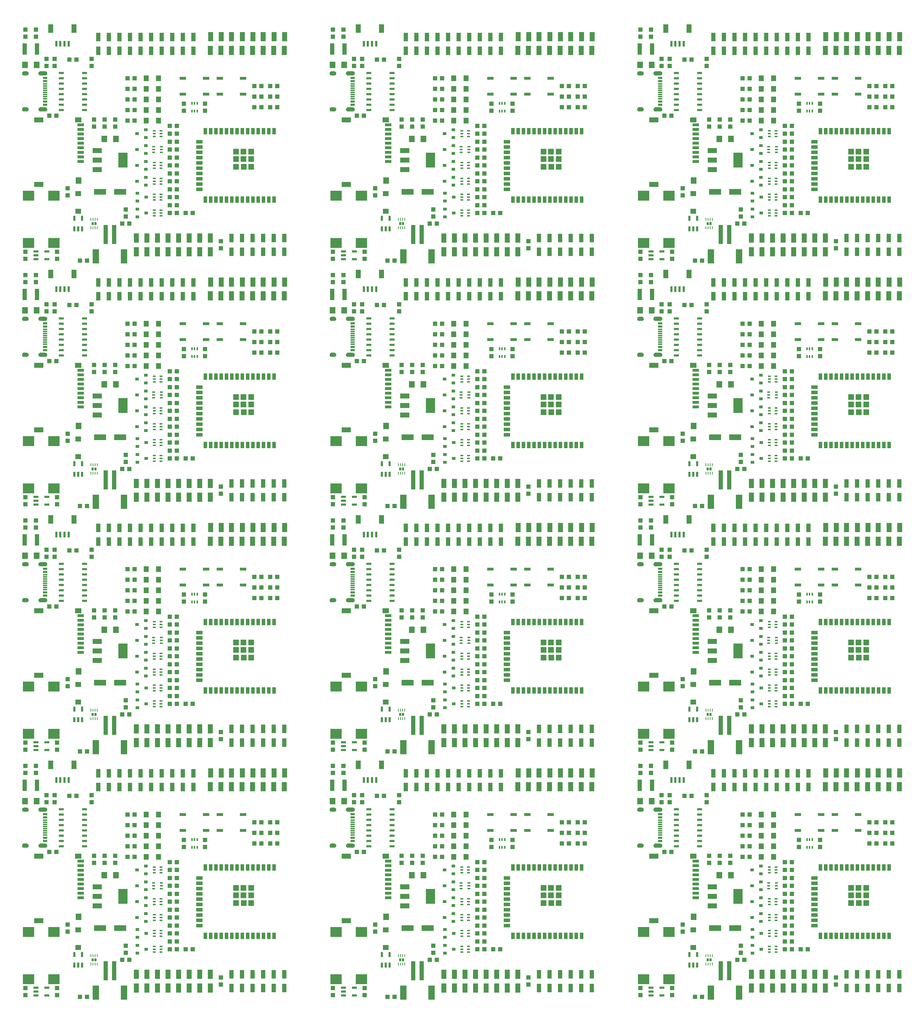
<source format=gtp>
G04 EAGLE Gerber RS-274X export*
G75*
%MOMM*%
%FSLAX34Y34*%
%LPD*%
%INSolderpaste Top*%
%IPPOS*%
%AMOC8*
5,1,8,0,0,1.08239X$1,22.5*%
G01*
%ADD10R,1.000000X1.100000*%
%ADD11R,1.400000X1.600000*%
%ADD12R,1.000000X2.000000*%
%ADD13R,1.200000X2.200000*%
%ADD14R,1.100000X1.000000*%
%ADD15R,1.000000X0.300000*%
%ADD16R,1.000000X0.600000*%
%ADD17R,1.200000X0.600000*%
%ADD18R,1.000000X2.800000*%
%ADD19R,0.300000X0.660000*%
%ADD20R,1.524000X0.762000*%
%ADD21R,1.200000X2.000000*%
%ADD22R,0.600000X1.350000*%
%ADD23R,1.200000X1.400000*%
%ADD24R,0.900000X1.500000*%
%ADD25R,1.500000X0.900000*%
%ADD26R,1.330000X1.330000*%
%ADD27R,1.600000X0.700000*%
%ADD28R,2.200000X1.200000*%
%ADD29R,1.600000X1.200000*%
%ADD30R,3.000000X1.400000*%
%ADD31R,1.470000X1.270000*%
%ADD32R,2.800000X2.400000*%
%ADD33R,2.235200X1.219200*%
%ADD34R,2.200000X3.600000*%
%ADD35R,0.800000X0.400000*%
%ADD36R,0.900000X0.800000*%
%ADD37R,0.660000X0.300000*%
%ADD38R,1.200000X0.550000*%
%ADD39R,0.550000X1.200000*%
%ADD40R,1.000000X4.600000*%
%ADD41R,1.600000X3.400000*%
%ADD42R,0.250000X0.637500*%
%ADD43R,0.500000X0.640000*%

G36*
X799445Y2138694D02*
X799445Y2138694D01*
X799448Y2138691D01*
X800543Y2138871D01*
X800549Y2138877D01*
X800554Y2138874D01*
X801582Y2139293D01*
X801586Y2139300D01*
X801591Y2139298D01*
X802500Y2139936D01*
X802503Y2139943D01*
X802508Y2139943D01*
X803252Y2140766D01*
X803253Y2140774D01*
X803259Y2140775D01*
X803801Y2141743D01*
X803800Y2141752D01*
X803806Y2141754D01*
X804119Y2142818D01*
X804116Y2142826D01*
X804121Y2142829D01*
X804189Y2143937D01*
X804185Y2143944D01*
X804189Y2143947D01*
X804019Y2145055D01*
X804013Y2145061D01*
X804016Y2145066D01*
X803604Y2146108D01*
X803597Y2146112D01*
X803599Y2146117D01*
X802965Y2147042D01*
X802957Y2147044D01*
X802958Y2147050D01*
X802135Y2147810D01*
X802126Y2147811D01*
X802126Y2147817D01*
X801154Y2148374D01*
X801146Y2148373D01*
X801144Y2148379D01*
X800072Y2148706D01*
X800064Y2148703D01*
X800061Y2148708D01*
X798944Y2148789D01*
X798941Y2148788D01*
X798940Y2148789D01*
X786940Y2148789D01*
X786937Y2148787D01*
X786930Y2148787D01*
X786929Y2148788D01*
X785985Y2148569D01*
X785979Y2148563D01*
X785974Y2148565D01*
X785102Y2148142D01*
X785099Y2148134D01*
X785093Y2148136D01*
X784337Y2147529D01*
X784335Y2147521D01*
X784329Y2147521D01*
X783728Y2146761D01*
X783728Y2146752D01*
X783722Y2146751D01*
X783304Y2145876D01*
X783306Y2145868D01*
X783301Y2145866D01*
X783089Y2144920D01*
X783092Y2144913D01*
X783087Y2144909D01*
X783091Y2143940D01*
X783091Y2143939D01*
X783110Y2142871D01*
X783115Y2142864D01*
X783111Y2142860D01*
X783367Y2141823D01*
X783374Y2141818D01*
X783371Y2141812D01*
X783852Y2140858D01*
X783859Y2140855D01*
X783858Y2140849D01*
X784539Y2140026D01*
X784547Y2140024D01*
X784547Y2140018D01*
X785394Y2139367D01*
X785402Y2139367D01*
X785403Y2139361D01*
X786374Y2138914D01*
X786382Y2138916D01*
X786384Y2138911D01*
X787430Y2138692D01*
X787437Y2138695D01*
X787440Y2138691D01*
X799440Y2138691D01*
X799445Y2138694D01*
G37*
G36*
X1538585Y370854D02*
X1538585Y370854D01*
X1538588Y370851D01*
X1539683Y371031D01*
X1539689Y371037D01*
X1539694Y371034D01*
X1540722Y371453D01*
X1540726Y371460D01*
X1540731Y371458D01*
X1541640Y372096D01*
X1541643Y372103D01*
X1541648Y372103D01*
X1542392Y372926D01*
X1542393Y372934D01*
X1542399Y372935D01*
X1542941Y373903D01*
X1542940Y373912D01*
X1542946Y373914D01*
X1543259Y374978D01*
X1543256Y374986D01*
X1543261Y374989D01*
X1543329Y376097D01*
X1543325Y376104D01*
X1543329Y376107D01*
X1543159Y377215D01*
X1543153Y377221D01*
X1543156Y377226D01*
X1542744Y378268D01*
X1542737Y378272D01*
X1542739Y378277D01*
X1542105Y379202D01*
X1542097Y379204D01*
X1542098Y379210D01*
X1541275Y379970D01*
X1541266Y379971D01*
X1541266Y379977D01*
X1540294Y380534D01*
X1540286Y380533D01*
X1540284Y380539D01*
X1539212Y380866D01*
X1539204Y380863D01*
X1539201Y380868D01*
X1538084Y380949D01*
X1538081Y380948D01*
X1538080Y380949D01*
X1526080Y380949D01*
X1526077Y380947D01*
X1526070Y380947D01*
X1526069Y380948D01*
X1525125Y380729D01*
X1525119Y380723D01*
X1525114Y380725D01*
X1524242Y380302D01*
X1524239Y380294D01*
X1524233Y380296D01*
X1523477Y379689D01*
X1523475Y379681D01*
X1523469Y379681D01*
X1522868Y378921D01*
X1522868Y378912D01*
X1522862Y378911D01*
X1522444Y378036D01*
X1522446Y378028D01*
X1522441Y378026D01*
X1522229Y377080D01*
X1522232Y377073D01*
X1522227Y377069D01*
X1522231Y376100D01*
X1522231Y376099D01*
X1522250Y375031D01*
X1522255Y375024D01*
X1522251Y375020D01*
X1522507Y373983D01*
X1522514Y373978D01*
X1522511Y373972D01*
X1522992Y373018D01*
X1522999Y373015D01*
X1522998Y373009D01*
X1523679Y372186D01*
X1523687Y372184D01*
X1523687Y372178D01*
X1524534Y371527D01*
X1524542Y371527D01*
X1524543Y371521D01*
X1525514Y371074D01*
X1525522Y371076D01*
X1525524Y371071D01*
X1526570Y370852D01*
X1526577Y370855D01*
X1526580Y370851D01*
X1538580Y370851D01*
X1538585Y370854D01*
G37*
G36*
X799445Y1549414D02*
X799445Y1549414D01*
X799448Y1549411D01*
X800543Y1549591D01*
X800549Y1549597D01*
X800554Y1549594D01*
X801582Y1550013D01*
X801586Y1550020D01*
X801591Y1550018D01*
X802500Y1550656D01*
X802503Y1550663D01*
X802508Y1550663D01*
X803252Y1551486D01*
X803253Y1551494D01*
X803259Y1551495D01*
X803801Y1552463D01*
X803800Y1552472D01*
X803806Y1552474D01*
X804119Y1553538D01*
X804116Y1553546D01*
X804121Y1553549D01*
X804189Y1554657D01*
X804185Y1554664D01*
X804189Y1554667D01*
X804019Y1555775D01*
X804013Y1555781D01*
X804016Y1555786D01*
X803604Y1556828D01*
X803597Y1556832D01*
X803599Y1556837D01*
X802965Y1557762D01*
X802957Y1557764D01*
X802958Y1557770D01*
X802135Y1558530D01*
X802126Y1558531D01*
X802126Y1558537D01*
X801154Y1559094D01*
X801146Y1559093D01*
X801144Y1559099D01*
X800072Y1559426D01*
X800064Y1559423D01*
X800061Y1559428D01*
X798944Y1559509D01*
X798941Y1559508D01*
X798940Y1559509D01*
X786940Y1559509D01*
X786937Y1559507D01*
X786930Y1559507D01*
X786929Y1559508D01*
X785985Y1559289D01*
X785979Y1559283D01*
X785974Y1559285D01*
X785102Y1558862D01*
X785099Y1558854D01*
X785093Y1558856D01*
X784337Y1558249D01*
X784335Y1558241D01*
X784329Y1558241D01*
X783728Y1557481D01*
X783728Y1557472D01*
X783722Y1557471D01*
X783304Y1556596D01*
X783306Y1556588D01*
X783301Y1556586D01*
X783089Y1555640D01*
X783092Y1555633D01*
X783087Y1555629D01*
X783091Y1554660D01*
X783091Y1554659D01*
X783110Y1553591D01*
X783115Y1553584D01*
X783111Y1553580D01*
X783367Y1552543D01*
X783374Y1552538D01*
X783371Y1552532D01*
X783852Y1551578D01*
X783859Y1551575D01*
X783858Y1551569D01*
X784539Y1550746D01*
X784547Y1550744D01*
X784547Y1550738D01*
X785394Y1550087D01*
X785402Y1550087D01*
X785403Y1550081D01*
X786374Y1549634D01*
X786382Y1549636D01*
X786384Y1549631D01*
X787430Y1549412D01*
X787437Y1549415D01*
X787440Y1549411D01*
X799440Y1549411D01*
X799445Y1549414D01*
G37*
G36*
X1538585Y960134D02*
X1538585Y960134D01*
X1538588Y960131D01*
X1539683Y960311D01*
X1539689Y960317D01*
X1539694Y960314D01*
X1540722Y960733D01*
X1540726Y960740D01*
X1540731Y960738D01*
X1541640Y961376D01*
X1541643Y961383D01*
X1541648Y961383D01*
X1542392Y962206D01*
X1542393Y962214D01*
X1542399Y962215D01*
X1542941Y963183D01*
X1542940Y963192D01*
X1542946Y963194D01*
X1543259Y964258D01*
X1543256Y964266D01*
X1543261Y964269D01*
X1543329Y965377D01*
X1543325Y965384D01*
X1543329Y965387D01*
X1543159Y966495D01*
X1543153Y966501D01*
X1543156Y966506D01*
X1542744Y967548D01*
X1542737Y967552D01*
X1542739Y967557D01*
X1542105Y968482D01*
X1542097Y968484D01*
X1542098Y968490D01*
X1541275Y969250D01*
X1541266Y969251D01*
X1541266Y969257D01*
X1540294Y969814D01*
X1540286Y969813D01*
X1540284Y969819D01*
X1539212Y970146D01*
X1539204Y970143D01*
X1539201Y970148D01*
X1538084Y970229D01*
X1538081Y970228D01*
X1538080Y970229D01*
X1526080Y970229D01*
X1526077Y970227D01*
X1526070Y970227D01*
X1526069Y970228D01*
X1525125Y970009D01*
X1525119Y970003D01*
X1525114Y970005D01*
X1524242Y969582D01*
X1524239Y969574D01*
X1524233Y969576D01*
X1523477Y968969D01*
X1523475Y968961D01*
X1523469Y968961D01*
X1522868Y968201D01*
X1522868Y968192D01*
X1522862Y968191D01*
X1522444Y967316D01*
X1522446Y967308D01*
X1522441Y967306D01*
X1522229Y966360D01*
X1522232Y966353D01*
X1522227Y966349D01*
X1522231Y965380D01*
X1522231Y965379D01*
X1522250Y964311D01*
X1522255Y964304D01*
X1522251Y964300D01*
X1522507Y963263D01*
X1522514Y963258D01*
X1522511Y963252D01*
X1522992Y962298D01*
X1522999Y962295D01*
X1522998Y962289D01*
X1523679Y961466D01*
X1523687Y961464D01*
X1523687Y961458D01*
X1524534Y960807D01*
X1524542Y960807D01*
X1524543Y960801D01*
X1525514Y960354D01*
X1525522Y960356D01*
X1525524Y960351D01*
X1526570Y960132D01*
X1526577Y960135D01*
X1526580Y960131D01*
X1538580Y960131D01*
X1538585Y960134D01*
G37*
G36*
X799445Y960134D02*
X799445Y960134D01*
X799448Y960131D01*
X800543Y960311D01*
X800549Y960317D01*
X800554Y960314D01*
X801582Y960733D01*
X801586Y960740D01*
X801591Y960738D01*
X802500Y961376D01*
X802503Y961383D01*
X802508Y961383D01*
X803252Y962206D01*
X803253Y962214D01*
X803259Y962215D01*
X803801Y963183D01*
X803800Y963192D01*
X803806Y963194D01*
X804119Y964258D01*
X804116Y964266D01*
X804121Y964269D01*
X804189Y965377D01*
X804185Y965384D01*
X804189Y965387D01*
X804019Y966495D01*
X804013Y966501D01*
X804016Y966506D01*
X803604Y967548D01*
X803597Y967552D01*
X803599Y967557D01*
X802965Y968482D01*
X802957Y968484D01*
X802958Y968490D01*
X802135Y969250D01*
X802126Y969251D01*
X802126Y969257D01*
X801154Y969814D01*
X801146Y969813D01*
X801144Y969819D01*
X800072Y970146D01*
X800064Y970143D01*
X800061Y970148D01*
X798944Y970229D01*
X798941Y970228D01*
X798940Y970229D01*
X786940Y970229D01*
X786937Y970227D01*
X786930Y970227D01*
X786929Y970228D01*
X785985Y970009D01*
X785979Y970003D01*
X785974Y970005D01*
X785102Y969582D01*
X785099Y969574D01*
X785093Y969576D01*
X784337Y968969D01*
X784335Y968961D01*
X784329Y968961D01*
X783728Y968201D01*
X783728Y968192D01*
X783722Y968191D01*
X783304Y967316D01*
X783306Y967308D01*
X783301Y967306D01*
X783089Y966360D01*
X783092Y966353D01*
X783087Y966349D01*
X783091Y965380D01*
X783091Y965379D01*
X783110Y964311D01*
X783115Y964304D01*
X783111Y964300D01*
X783367Y963263D01*
X783374Y963258D01*
X783371Y963252D01*
X783852Y962298D01*
X783859Y962295D01*
X783858Y962289D01*
X784539Y961466D01*
X784547Y961464D01*
X784547Y961458D01*
X785394Y960807D01*
X785402Y960807D01*
X785403Y960801D01*
X786374Y960354D01*
X786382Y960356D01*
X786384Y960351D01*
X787430Y960132D01*
X787437Y960135D01*
X787440Y960131D01*
X799440Y960131D01*
X799445Y960134D01*
G37*
G36*
X799445Y370854D02*
X799445Y370854D01*
X799448Y370851D01*
X800543Y371031D01*
X800549Y371037D01*
X800554Y371034D01*
X801582Y371453D01*
X801586Y371460D01*
X801591Y371458D01*
X802500Y372096D01*
X802503Y372103D01*
X802508Y372103D01*
X803252Y372926D01*
X803253Y372934D01*
X803259Y372935D01*
X803801Y373903D01*
X803800Y373912D01*
X803806Y373914D01*
X804119Y374978D01*
X804116Y374986D01*
X804121Y374989D01*
X804189Y376097D01*
X804185Y376104D01*
X804189Y376107D01*
X804019Y377215D01*
X804013Y377221D01*
X804016Y377226D01*
X803604Y378268D01*
X803597Y378272D01*
X803599Y378277D01*
X802965Y379202D01*
X802957Y379204D01*
X802958Y379210D01*
X802135Y379970D01*
X802126Y379971D01*
X802126Y379977D01*
X801154Y380534D01*
X801146Y380533D01*
X801144Y380539D01*
X800072Y380866D01*
X800064Y380863D01*
X800061Y380868D01*
X798944Y380949D01*
X798941Y380948D01*
X798940Y380949D01*
X786940Y380949D01*
X786937Y380947D01*
X786930Y380947D01*
X786929Y380948D01*
X785985Y380729D01*
X785979Y380723D01*
X785974Y380725D01*
X785102Y380302D01*
X785099Y380294D01*
X785093Y380296D01*
X784337Y379689D01*
X784335Y379681D01*
X784329Y379681D01*
X783728Y378921D01*
X783728Y378912D01*
X783722Y378911D01*
X783304Y378036D01*
X783306Y378028D01*
X783301Y378026D01*
X783089Y377080D01*
X783092Y377073D01*
X783087Y377069D01*
X783091Y376100D01*
X783091Y376099D01*
X783110Y375031D01*
X783115Y375024D01*
X783111Y375020D01*
X783367Y373983D01*
X783374Y373978D01*
X783371Y373972D01*
X783852Y373018D01*
X783859Y373015D01*
X783858Y373009D01*
X784539Y372186D01*
X784547Y372184D01*
X784547Y372178D01*
X785394Y371527D01*
X785402Y371527D01*
X785403Y371521D01*
X786374Y371074D01*
X786382Y371076D01*
X786384Y371071D01*
X787430Y370852D01*
X787437Y370855D01*
X787440Y370851D01*
X799440Y370851D01*
X799445Y370854D01*
G37*
G36*
X60305Y370854D02*
X60305Y370854D01*
X60308Y370851D01*
X61403Y371031D01*
X61409Y371037D01*
X61414Y371034D01*
X62442Y371453D01*
X62446Y371460D01*
X62451Y371458D01*
X63360Y372096D01*
X63363Y372103D01*
X63368Y372103D01*
X64112Y372926D01*
X64113Y372934D01*
X64119Y372935D01*
X64661Y373903D01*
X64660Y373912D01*
X64666Y373914D01*
X64979Y374978D01*
X64976Y374986D01*
X64981Y374989D01*
X65049Y376097D01*
X65045Y376104D01*
X65049Y376107D01*
X64879Y377215D01*
X64873Y377221D01*
X64876Y377226D01*
X64464Y378268D01*
X64457Y378272D01*
X64459Y378277D01*
X63825Y379202D01*
X63817Y379204D01*
X63818Y379210D01*
X62995Y379970D01*
X62986Y379971D01*
X62986Y379977D01*
X62014Y380534D01*
X62006Y380533D01*
X62004Y380539D01*
X60932Y380866D01*
X60924Y380863D01*
X60921Y380868D01*
X59804Y380949D01*
X59801Y380948D01*
X59800Y380949D01*
X47800Y380949D01*
X47797Y380947D01*
X47790Y380947D01*
X47789Y380948D01*
X46845Y380729D01*
X46839Y380723D01*
X46834Y380725D01*
X45962Y380302D01*
X45959Y380294D01*
X45953Y380296D01*
X45197Y379689D01*
X45195Y379681D01*
X45189Y379681D01*
X44588Y378921D01*
X44588Y378912D01*
X44582Y378911D01*
X44164Y378036D01*
X44166Y378028D01*
X44161Y378026D01*
X43949Y377080D01*
X43952Y377073D01*
X43947Y377069D01*
X43951Y376100D01*
X43951Y376099D01*
X43970Y375031D01*
X43975Y375024D01*
X43971Y375020D01*
X44227Y373983D01*
X44234Y373978D01*
X44231Y373972D01*
X44712Y373018D01*
X44719Y373015D01*
X44718Y373009D01*
X45399Y372186D01*
X45407Y372184D01*
X45407Y372178D01*
X46254Y371527D01*
X46262Y371527D01*
X46263Y371521D01*
X47234Y371074D01*
X47242Y371076D01*
X47244Y371071D01*
X48290Y370852D01*
X48297Y370855D01*
X48300Y370851D01*
X60300Y370851D01*
X60305Y370854D01*
G37*
G36*
X1538585Y1549414D02*
X1538585Y1549414D01*
X1538588Y1549411D01*
X1539683Y1549591D01*
X1539689Y1549597D01*
X1539694Y1549594D01*
X1540722Y1550013D01*
X1540726Y1550020D01*
X1540731Y1550018D01*
X1541640Y1550656D01*
X1541643Y1550663D01*
X1541648Y1550663D01*
X1542392Y1551486D01*
X1542393Y1551494D01*
X1542399Y1551495D01*
X1542941Y1552463D01*
X1542940Y1552472D01*
X1542946Y1552474D01*
X1543259Y1553538D01*
X1543256Y1553546D01*
X1543261Y1553549D01*
X1543329Y1554657D01*
X1543325Y1554664D01*
X1543329Y1554667D01*
X1543159Y1555775D01*
X1543153Y1555781D01*
X1543156Y1555786D01*
X1542744Y1556828D01*
X1542737Y1556832D01*
X1542739Y1556837D01*
X1542105Y1557762D01*
X1542097Y1557764D01*
X1542098Y1557770D01*
X1541275Y1558530D01*
X1541266Y1558531D01*
X1541266Y1558537D01*
X1540294Y1559094D01*
X1540286Y1559093D01*
X1540284Y1559099D01*
X1539212Y1559426D01*
X1539204Y1559423D01*
X1539201Y1559428D01*
X1538084Y1559509D01*
X1538081Y1559508D01*
X1538080Y1559509D01*
X1526080Y1559509D01*
X1526077Y1559507D01*
X1526070Y1559507D01*
X1526069Y1559508D01*
X1525125Y1559289D01*
X1525119Y1559283D01*
X1525114Y1559285D01*
X1524242Y1558862D01*
X1524239Y1558854D01*
X1524233Y1558856D01*
X1523477Y1558249D01*
X1523475Y1558241D01*
X1523469Y1558241D01*
X1522868Y1557481D01*
X1522868Y1557472D01*
X1522862Y1557471D01*
X1522444Y1556596D01*
X1522446Y1556588D01*
X1522441Y1556586D01*
X1522229Y1555640D01*
X1522232Y1555633D01*
X1522227Y1555629D01*
X1522231Y1554660D01*
X1522231Y1554659D01*
X1522250Y1553591D01*
X1522255Y1553584D01*
X1522251Y1553580D01*
X1522507Y1552543D01*
X1522514Y1552538D01*
X1522511Y1552532D01*
X1522992Y1551578D01*
X1522999Y1551575D01*
X1522998Y1551569D01*
X1523679Y1550746D01*
X1523687Y1550744D01*
X1523687Y1550738D01*
X1524534Y1550087D01*
X1524542Y1550087D01*
X1524543Y1550081D01*
X1525514Y1549634D01*
X1525522Y1549636D01*
X1525524Y1549631D01*
X1526570Y1549412D01*
X1526577Y1549415D01*
X1526580Y1549411D01*
X1538580Y1549411D01*
X1538585Y1549414D01*
G37*
G36*
X60305Y1549414D02*
X60305Y1549414D01*
X60308Y1549411D01*
X61403Y1549591D01*
X61409Y1549597D01*
X61414Y1549594D01*
X62442Y1550013D01*
X62446Y1550020D01*
X62451Y1550018D01*
X63360Y1550656D01*
X63363Y1550663D01*
X63368Y1550663D01*
X64112Y1551486D01*
X64113Y1551494D01*
X64119Y1551495D01*
X64661Y1552463D01*
X64660Y1552472D01*
X64666Y1552474D01*
X64979Y1553538D01*
X64976Y1553546D01*
X64981Y1553549D01*
X65049Y1554657D01*
X65045Y1554664D01*
X65049Y1554667D01*
X64879Y1555775D01*
X64873Y1555781D01*
X64876Y1555786D01*
X64464Y1556828D01*
X64457Y1556832D01*
X64459Y1556837D01*
X63825Y1557762D01*
X63817Y1557764D01*
X63818Y1557770D01*
X62995Y1558530D01*
X62986Y1558531D01*
X62986Y1558537D01*
X62014Y1559094D01*
X62006Y1559093D01*
X62004Y1559099D01*
X60932Y1559426D01*
X60924Y1559423D01*
X60921Y1559428D01*
X59804Y1559509D01*
X59801Y1559508D01*
X59800Y1559509D01*
X47800Y1559509D01*
X47797Y1559507D01*
X47790Y1559507D01*
X47789Y1559508D01*
X46845Y1559289D01*
X46839Y1559283D01*
X46834Y1559285D01*
X45962Y1558862D01*
X45959Y1558854D01*
X45953Y1558856D01*
X45197Y1558249D01*
X45195Y1558241D01*
X45189Y1558241D01*
X44588Y1557481D01*
X44588Y1557472D01*
X44582Y1557471D01*
X44164Y1556596D01*
X44166Y1556588D01*
X44161Y1556586D01*
X43949Y1555640D01*
X43952Y1555633D01*
X43947Y1555629D01*
X43951Y1554660D01*
X43951Y1554659D01*
X43970Y1553591D01*
X43975Y1553584D01*
X43971Y1553580D01*
X44227Y1552543D01*
X44234Y1552538D01*
X44231Y1552532D01*
X44712Y1551578D01*
X44719Y1551575D01*
X44718Y1551569D01*
X45399Y1550746D01*
X45407Y1550744D01*
X45407Y1550738D01*
X46254Y1550087D01*
X46262Y1550087D01*
X46263Y1550081D01*
X47234Y1549634D01*
X47242Y1549636D01*
X47244Y1549631D01*
X48290Y1549412D01*
X48297Y1549415D01*
X48300Y1549411D01*
X60300Y1549411D01*
X60305Y1549414D01*
G37*
G36*
X60305Y2138694D02*
X60305Y2138694D01*
X60308Y2138691D01*
X61403Y2138871D01*
X61409Y2138877D01*
X61414Y2138874D01*
X62442Y2139293D01*
X62446Y2139300D01*
X62451Y2139298D01*
X63360Y2139936D01*
X63363Y2139943D01*
X63368Y2139943D01*
X64112Y2140766D01*
X64113Y2140774D01*
X64119Y2140775D01*
X64661Y2141743D01*
X64660Y2141752D01*
X64666Y2141754D01*
X64979Y2142818D01*
X64976Y2142826D01*
X64981Y2142829D01*
X65049Y2143937D01*
X65045Y2143944D01*
X65049Y2143947D01*
X64879Y2145055D01*
X64873Y2145061D01*
X64876Y2145066D01*
X64464Y2146108D01*
X64457Y2146112D01*
X64459Y2146117D01*
X63825Y2147042D01*
X63817Y2147044D01*
X63818Y2147050D01*
X62995Y2147810D01*
X62986Y2147811D01*
X62986Y2147817D01*
X62014Y2148374D01*
X62006Y2148373D01*
X62004Y2148379D01*
X60932Y2148706D01*
X60924Y2148703D01*
X60921Y2148708D01*
X59804Y2148789D01*
X59801Y2148788D01*
X59800Y2148789D01*
X47800Y2148789D01*
X47797Y2148787D01*
X47790Y2148787D01*
X47789Y2148788D01*
X46845Y2148569D01*
X46839Y2148563D01*
X46834Y2148565D01*
X45962Y2148142D01*
X45959Y2148134D01*
X45953Y2148136D01*
X45197Y2147529D01*
X45195Y2147521D01*
X45189Y2147521D01*
X44588Y2146761D01*
X44588Y2146752D01*
X44582Y2146751D01*
X44164Y2145876D01*
X44166Y2145868D01*
X44161Y2145866D01*
X43949Y2144920D01*
X43952Y2144913D01*
X43947Y2144909D01*
X43951Y2143940D01*
X43951Y2143939D01*
X43970Y2142871D01*
X43975Y2142864D01*
X43971Y2142860D01*
X44227Y2141823D01*
X44234Y2141818D01*
X44231Y2141812D01*
X44712Y2140858D01*
X44719Y2140855D01*
X44718Y2140849D01*
X45399Y2140026D01*
X45407Y2140024D01*
X45407Y2140018D01*
X46254Y2139367D01*
X46262Y2139367D01*
X46263Y2139361D01*
X47234Y2138914D01*
X47242Y2138916D01*
X47244Y2138911D01*
X48290Y2138692D01*
X48297Y2138695D01*
X48300Y2138691D01*
X60300Y2138691D01*
X60305Y2138694D01*
G37*
G36*
X1538585Y2138694D02*
X1538585Y2138694D01*
X1538588Y2138691D01*
X1539683Y2138871D01*
X1539689Y2138877D01*
X1539694Y2138874D01*
X1540722Y2139293D01*
X1540726Y2139300D01*
X1540731Y2139298D01*
X1541640Y2139936D01*
X1541643Y2139943D01*
X1541648Y2139943D01*
X1542392Y2140766D01*
X1542393Y2140774D01*
X1542399Y2140775D01*
X1542941Y2141743D01*
X1542940Y2141752D01*
X1542946Y2141754D01*
X1543259Y2142818D01*
X1543256Y2142826D01*
X1543261Y2142829D01*
X1543329Y2143937D01*
X1543325Y2143944D01*
X1543329Y2143947D01*
X1543159Y2145055D01*
X1543153Y2145061D01*
X1543156Y2145066D01*
X1542744Y2146108D01*
X1542737Y2146112D01*
X1542739Y2146117D01*
X1542105Y2147042D01*
X1542097Y2147044D01*
X1542098Y2147050D01*
X1541275Y2147810D01*
X1541266Y2147811D01*
X1541266Y2147817D01*
X1540294Y2148374D01*
X1540286Y2148373D01*
X1540284Y2148379D01*
X1539212Y2148706D01*
X1539204Y2148703D01*
X1539201Y2148708D01*
X1538084Y2148789D01*
X1538081Y2148788D01*
X1538080Y2148789D01*
X1526080Y2148789D01*
X1526077Y2148787D01*
X1526070Y2148787D01*
X1526069Y2148788D01*
X1525125Y2148569D01*
X1525119Y2148563D01*
X1525114Y2148565D01*
X1524242Y2148142D01*
X1524239Y2148134D01*
X1524233Y2148136D01*
X1523477Y2147529D01*
X1523475Y2147521D01*
X1523469Y2147521D01*
X1522868Y2146761D01*
X1522868Y2146752D01*
X1522862Y2146751D01*
X1522444Y2145876D01*
X1522446Y2145868D01*
X1522441Y2145866D01*
X1522229Y2144920D01*
X1522232Y2144913D01*
X1522227Y2144909D01*
X1522231Y2143940D01*
X1522231Y2143939D01*
X1522250Y2142871D01*
X1522255Y2142864D01*
X1522251Y2142860D01*
X1522507Y2141823D01*
X1522514Y2141818D01*
X1522511Y2141812D01*
X1522992Y2140858D01*
X1522999Y2140855D01*
X1522998Y2140849D01*
X1523679Y2140026D01*
X1523687Y2140024D01*
X1523687Y2140018D01*
X1524534Y2139367D01*
X1524542Y2139367D01*
X1524543Y2139361D01*
X1525514Y2138914D01*
X1525522Y2138916D01*
X1525524Y2138911D01*
X1526570Y2138692D01*
X1526577Y2138695D01*
X1526580Y2138691D01*
X1538580Y2138691D01*
X1538585Y2138694D01*
G37*
G36*
X60305Y960134D02*
X60305Y960134D01*
X60308Y960131D01*
X61403Y960311D01*
X61409Y960317D01*
X61414Y960314D01*
X62442Y960733D01*
X62446Y960740D01*
X62451Y960738D01*
X63360Y961376D01*
X63363Y961383D01*
X63368Y961383D01*
X64112Y962206D01*
X64113Y962214D01*
X64119Y962215D01*
X64661Y963183D01*
X64660Y963192D01*
X64666Y963194D01*
X64979Y964258D01*
X64976Y964266D01*
X64981Y964269D01*
X65049Y965377D01*
X65045Y965384D01*
X65049Y965387D01*
X64879Y966495D01*
X64873Y966501D01*
X64876Y966506D01*
X64464Y967548D01*
X64457Y967552D01*
X64459Y967557D01*
X63825Y968482D01*
X63817Y968484D01*
X63818Y968490D01*
X62995Y969250D01*
X62986Y969251D01*
X62986Y969257D01*
X62014Y969814D01*
X62006Y969813D01*
X62004Y969819D01*
X60932Y970146D01*
X60924Y970143D01*
X60921Y970148D01*
X59804Y970229D01*
X59801Y970228D01*
X59800Y970229D01*
X47800Y970229D01*
X47797Y970227D01*
X47790Y970227D01*
X47789Y970228D01*
X46845Y970009D01*
X46839Y970003D01*
X46834Y970005D01*
X45962Y969582D01*
X45959Y969574D01*
X45953Y969576D01*
X45197Y968969D01*
X45195Y968961D01*
X45189Y968961D01*
X44588Y968201D01*
X44588Y968192D01*
X44582Y968191D01*
X44164Y967316D01*
X44166Y967308D01*
X44161Y967306D01*
X43949Y966360D01*
X43952Y966353D01*
X43947Y966349D01*
X43951Y965380D01*
X43951Y965379D01*
X43970Y964311D01*
X43975Y964304D01*
X43971Y964300D01*
X44227Y963263D01*
X44234Y963258D01*
X44231Y963252D01*
X44712Y962298D01*
X44719Y962295D01*
X44718Y962289D01*
X45399Y961466D01*
X45407Y961464D01*
X45407Y961458D01*
X46254Y960807D01*
X46262Y960807D01*
X46263Y960801D01*
X47234Y960354D01*
X47242Y960356D01*
X47244Y960351D01*
X48290Y960132D01*
X48297Y960135D01*
X48300Y960131D01*
X60300Y960131D01*
X60305Y960134D01*
G37*
G36*
X799445Y457255D02*
X799445Y457255D01*
X799448Y457251D01*
X800554Y457444D01*
X800559Y457449D01*
X800559Y457450D01*
X800564Y457447D01*
X801599Y457880D01*
X801603Y457887D01*
X801608Y457885D01*
X802521Y458538D01*
X802523Y458546D01*
X802529Y458545D01*
X803273Y459384D01*
X803274Y459393D01*
X803279Y459393D01*
X803818Y460377D01*
X803817Y460385D01*
X803818Y460386D01*
X803822Y460387D01*
X803823Y460389D01*
X804005Y461030D01*
X804129Y461466D01*
X804127Y461471D01*
X804129Y461473D01*
X804127Y461475D01*
X804131Y461477D01*
X804189Y462597D01*
X804186Y462602D01*
X804189Y462606D01*
X804071Y463651D01*
X804065Y463657D01*
X804069Y463662D01*
X803721Y464656D01*
X803714Y464660D01*
X803716Y464665D01*
X803156Y465557D01*
X803149Y465560D01*
X803149Y465565D01*
X802405Y466309D01*
X802397Y466311D01*
X802397Y466316D01*
X801505Y466876D01*
X801497Y466876D01*
X801496Y466881D01*
X800502Y467229D01*
X800494Y467226D01*
X800491Y467231D01*
X799446Y467349D01*
X799442Y467347D01*
X799440Y467349D01*
X787440Y467349D01*
X787437Y467347D01*
X787434Y467347D01*
X787432Y467349D01*
X786436Y467191D01*
X786430Y467185D01*
X786425Y467188D01*
X785489Y466813D01*
X785485Y466806D01*
X785479Y466808D01*
X784650Y466234D01*
X784647Y466226D01*
X784642Y466227D01*
X783961Y465483D01*
X783960Y465474D01*
X783954Y465474D01*
X783456Y464597D01*
X783457Y464589D01*
X783452Y464586D01*
X783264Y463962D01*
X783161Y463621D01*
X783162Y463618D01*
X783161Y463617D01*
X783164Y463613D01*
X783159Y463610D01*
X783091Y462603D01*
X783092Y462601D01*
X783091Y462600D01*
X783100Y461519D01*
X783105Y461512D01*
X783101Y461508D01*
X783351Y460456D01*
X783357Y460451D01*
X783354Y460446D01*
X783831Y459476D01*
X783839Y459473D01*
X783837Y459467D01*
X784518Y458628D01*
X784526Y458626D01*
X784526Y458620D01*
X785377Y457954D01*
X785385Y457953D01*
X785386Y457948D01*
X786363Y457487D01*
X786371Y457489D01*
X786374Y457484D01*
X787429Y457252D01*
X787437Y457255D01*
X787440Y457251D01*
X799440Y457251D01*
X799445Y457255D01*
G37*
G36*
X1538585Y1046535D02*
X1538585Y1046535D01*
X1538588Y1046531D01*
X1539694Y1046724D01*
X1539699Y1046729D01*
X1539699Y1046730D01*
X1539704Y1046727D01*
X1540739Y1047160D01*
X1540743Y1047167D01*
X1540748Y1047165D01*
X1541661Y1047818D01*
X1541663Y1047826D01*
X1541669Y1047825D01*
X1542413Y1048664D01*
X1542414Y1048673D01*
X1542419Y1048673D01*
X1542958Y1049657D01*
X1542957Y1049665D01*
X1542958Y1049666D01*
X1542962Y1049667D01*
X1542963Y1049669D01*
X1543145Y1050310D01*
X1543269Y1050746D01*
X1543267Y1050751D01*
X1543269Y1050753D01*
X1543267Y1050755D01*
X1543271Y1050757D01*
X1543329Y1051877D01*
X1543326Y1051882D01*
X1543329Y1051886D01*
X1543211Y1052931D01*
X1543205Y1052937D01*
X1543209Y1052942D01*
X1542861Y1053936D01*
X1542854Y1053940D01*
X1542856Y1053945D01*
X1542296Y1054837D01*
X1542289Y1054840D01*
X1542289Y1054845D01*
X1541545Y1055589D01*
X1541537Y1055591D01*
X1541537Y1055596D01*
X1540645Y1056156D01*
X1540637Y1056156D01*
X1540636Y1056161D01*
X1539642Y1056509D01*
X1539634Y1056506D01*
X1539631Y1056511D01*
X1538586Y1056629D01*
X1538582Y1056627D01*
X1538580Y1056629D01*
X1526580Y1056629D01*
X1526577Y1056627D01*
X1526574Y1056627D01*
X1526572Y1056629D01*
X1525576Y1056471D01*
X1525570Y1056465D01*
X1525565Y1056468D01*
X1524629Y1056093D01*
X1524625Y1056086D01*
X1524619Y1056088D01*
X1523790Y1055514D01*
X1523787Y1055506D01*
X1523782Y1055507D01*
X1523101Y1054763D01*
X1523100Y1054754D01*
X1523094Y1054754D01*
X1522596Y1053877D01*
X1522597Y1053869D01*
X1522592Y1053866D01*
X1522404Y1053242D01*
X1522301Y1052901D01*
X1522302Y1052898D01*
X1522301Y1052897D01*
X1522304Y1052893D01*
X1522299Y1052890D01*
X1522231Y1051883D01*
X1522232Y1051881D01*
X1522231Y1051880D01*
X1522240Y1050799D01*
X1522245Y1050792D01*
X1522241Y1050788D01*
X1522491Y1049736D01*
X1522497Y1049731D01*
X1522494Y1049726D01*
X1522971Y1048756D01*
X1522979Y1048753D01*
X1522977Y1048747D01*
X1523658Y1047908D01*
X1523666Y1047906D01*
X1523666Y1047900D01*
X1524517Y1047234D01*
X1524525Y1047233D01*
X1524526Y1047228D01*
X1525503Y1046767D01*
X1525511Y1046769D01*
X1525514Y1046764D01*
X1526569Y1046532D01*
X1526577Y1046535D01*
X1526580Y1046531D01*
X1538580Y1046531D01*
X1538585Y1046535D01*
G37*
G36*
X60305Y2225095D02*
X60305Y2225095D01*
X60308Y2225091D01*
X61414Y2225284D01*
X61419Y2225289D01*
X61419Y2225290D01*
X61424Y2225287D01*
X62459Y2225720D01*
X62463Y2225727D01*
X62468Y2225725D01*
X63381Y2226378D01*
X63383Y2226386D01*
X63389Y2226385D01*
X64133Y2227224D01*
X64134Y2227233D01*
X64139Y2227233D01*
X64678Y2228217D01*
X64677Y2228225D01*
X64678Y2228226D01*
X64682Y2228227D01*
X64683Y2228229D01*
X64865Y2228870D01*
X64989Y2229306D01*
X64987Y2229311D01*
X64989Y2229313D01*
X64987Y2229315D01*
X64991Y2229317D01*
X65049Y2230437D01*
X65046Y2230442D01*
X65049Y2230446D01*
X64931Y2231491D01*
X64925Y2231497D01*
X64929Y2231502D01*
X64581Y2232496D01*
X64574Y2232500D01*
X64576Y2232505D01*
X64016Y2233397D01*
X64009Y2233400D01*
X64009Y2233405D01*
X63265Y2234149D01*
X63257Y2234151D01*
X63257Y2234156D01*
X62365Y2234716D01*
X62357Y2234716D01*
X62356Y2234721D01*
X61362Y2235069D01*
X61354Y2235066D01*
X61351Y2235071D01*
X60306Y2235189D01*
X60302Y2235187D01*
X60300Y2235189D01*
X48300Y2235189D01*
X48297Y2235187D01*
X48294Y2235187D01*
X48292Y2235189D01*
X47296Y2235031D01*
X47290Y2235025D01*
X47285Y2235028D01*
X46349Y2234653D01*
X46345Y2234646D01*
X46339Y2234648D01*
X45510Y2234074D01*
X45507Y2234066D01*
X45502Y2234067D01*
X44821Y2233323D01*
X44820Y2233314D01*
X44814Y2233314D01*
X44316Y2232437D01*
X44317Y2232429D01*
X44312Y2232426D01*
X44124Y2231802D01*
X44021Y2231461D01*
X44022Y2231458D01*
X44021Y2231457D01*
X44024Y2231453D01*
X44019Y2231450D01*
X43951Y2230443D01*
X43952Y2230441D01*
X43951Y2230440D01*
X43960Y2229359D01*
X43965Y2229352D01*
X43961Y2229348D01*
X44211Y2228296D01*
X44217Y2228291D01*
X44214Y2228286D01*
X44691Y2227316D01*
X44699Y2227313D01*
X44697Y2227307D01*
X45378Y2226468D01*
X45386Y2226466D01*
X45386Y2226460D01*
X46237Y2225794D01*
X46245Y2225793D01*
X46246Y2225788D01*
X47223Y2225327D01*
X47231Y2225329D01*
X47234Y2225324D01*
X48289Y2225092D01*
X48297Y2225095D01*
X48300Y2225091D01*
X60300Y2225091D01*
X60305Y2225095D01*
G37*
G36*
X799445Y2225095D02*
X799445Y2225095D01*
X799448Y2225091D01*
X800554Y2225284D01*
X800559Y2225289D01*
X800559Y2225290D01*
X800564Y2225287D01*
X801599Y2225720D01*
X801603Y2225727D01*
X801608Y2225725D01*
X802521Y2226378D01*
X802523Y2226386D01*
X802529Y2226385D01*
X803273Y2227224D01*
X803274Y2227233D01*
X803279Y2227233D01*
X803818Y2228217D01*
X803817Y2228225D01*
X803818Y2228226D01*
X803822Y2228227D01*
X803823Y2228229D01*
X804005Y2228870D01*
X804129Y2229306D01*
X804127Y2229311D01*
X804129Y2229313D01*
X804127Y2229315D01*
X804131Y2229317D01*
X804189Y2230437D01*
X804186Y2230442D01*
X804189Y2230446D01*
X804071Y2231491D01*
X804065Y2231497D01*
X804069Y2231502D01*
X803721Y2232496D01*
X803714Y2232500D01*
X803716Y2232505D01*
X803156Y2233397D01*
X803149Y2233400D01*
X803149Y2233405D01*
X802405Y2234149D01*
X802397Y2234151D01*
X802397Y2234156D01*
X801505Y2234716D01*
X801497Y2234716D01*
X801496Y2234721D01*
X800502Y2235069D01*
X800494Y2235066D01*
X800491Y2235071D01*
X799446Y2235189D01*
X799442Y2235187D01*
X799440Y2235189D01*
X787440Y2235189D01*
X787437Y2235187D01*
X787434Y2235187D01*
X787432Y2235189D01*
X786436Y2235031D01*
X786430Y2235025D01*
X786425Y2235028D01*
X785489Y2234653D01*
X785485Y2234646D01*
X785479Y2234648D01*
X784650Y2234074D01*
X784647Y2234066D01*
X784642Y2234067D01*
X783961Y2233323D01*
X783960Y2233314D01*
X783954Y2233314D01*
X783456Y2232437D01*
X783457Y2232429D01*
X783452Y2232426D01*
X783264Y2231802D01*
X783161Y2231461D01*
X783162Y2231458D01*
X783161Y2231457D01*
X783164Y2231453D01*
X783159Y2231450D01*
X783091Y2230443D01*
X783092Y2230441D01*
X783091Y2230440D01*
X783100Y2229359D01*
X783105Y2229352D01*
X783101Y2229348D01*
X783351Y2228296D01*
X783357Y2228291D01*
X783354Y2228286D01*
X783831Y2227316D01*
X783839Y2227313D01*
X783837Y2227307D01*
X784518Y2226468D01*
X784526Y2226466D01*
X784526Y2226460D01*
X785377Y2225794D01*
X785385Y2225793D01*
X785386Y2225788D01*
X786363Y2225327D01*
X786371Y2225329D01*
X786374Y2225324D01*
X787429Y2225092D01*
X787437Y2225095D01*
X787440Y2225091D01*
X799440Y2225091D01*
X799445Y2225095D01*
G37*
G36*
X60305Y1046535D02*
X60305Y1046535D01*
X60308Y1046531D01*
X61414Y1046724D01*
X61419Y1046729D01*
X61419Y1046730D01*
X61424Y1046727D01*
X62459Y1047160D01*
X62463Y1047167D01*
X62468Y1047165D01*
X63381Y1047818D01*
X63383Y1047826D01*
X63389Y1047825D01*
X64133Y1048664D01*
X64134Y1048673D01*
X64139Y1048673D01*
X64678Y1049657D01*
X64677Y1049665D01*
X64678Y1049666D01*
X64682Y1049667D01*
X64683Y1049669D01*
X64865Y1050310D01*
X64989Y1050746D01*
X64987Y1050751D01*
X64989Y1050753D01*
X64987Y1050755D01*
X64991Y1050757D01*
X65049Y1051877D01*
X65046Y1051882D01*
X65049Y1051886D01*
X64931Y1052931D01*
X64925Y1052937D01*
X64929Y1052942D01*
X64581Y1053936D01*
X64574Y1053940D01*
X64576Y1053945D01*
X64016Y1054837D01*
X64009Y1054840D01*
X64009Y1054845D01*
X63265Y1055589D01*
X63257Y1055591D01*
X63257Y1055596D01*
X62365Y1056156D01*
X62357Y1056156D01*
X62356Y1056161D01*
X61362Y1056509D01*
X61354Y1056506D01*
X61351Y1056511D01*
X60306Y1056629D01*
X60302Y1056627D01*
X60300Y1056629D01*
X48300Y1056629D01*
X48297Y1056627D01*
X48294Y1056627D01*
X48292Y1056629D01*
X47296Y1056471D01*
X47290Y1056465D01*
X47285Y1056468D01*
X46349Y1056093D01*
X46345Y1056086D01*
X46339Y1056088D01*
X45510Y1055514D01*
X45507Y1055506D01*
X45502Y1055507D01*
X44821Y1054763D01*
X44820Y1054754D01*
X44814Y1054754D01*
X44316Y1053877D01*
X44317Y1053869D01*
X44312Y1053866D01*
X44124Y1053242D01*
X44021Y1052901D01*
X44022Y1052898D01*
X44021Y1052897D01*
X44024Y1052893D01*
X44019Y1052890D01*
X43951Y1051883D01*
X43952Y1051881D01*
X43951Y1051880D01*
X43960Y1050799D01*
X43965Y1050792D01*
X43961Y1050788D01*
X44211Y1049736D01*
X44217Y1049731D01*
X44214Y1049726D01*
X44691Y1048756D01*
X44699Y1048753D01*
X44697Y1048747D01*
X45378Y1047908D01*
X45386Y1047906D01*
X45386Y1047900D01*
X46237Y1047234D01*
X46245Y1047233D01*
X46246Y1047228D01*
X47223Y1046767D01*
X47231Y1046769D01*
X47234Y1046764D01*
X48289Y1046532D01*
X48297Y1046535D01*
X48300Y1046531D01*
X60300Y1046531D01*
X60305Y1046535D01*
G37*
G36*
X1538585Y2225095D02*
X1538585Y2225095D01*
X1538588Y2225091D01*
X1539694Y2225284D01*
X1539699Y2225289D01*
X1539699Y2225290D01*
X1539704Y2225287D01*
X1540739Y2225720D01*
X1540743Y2225727D01*
X1540748Y2225725D01*
X1541661Y2226378D01*
X1541663Y2226386D01*
X1541669Y2226385D01*
X1542413Y2227224D01*
X1542414Y2227233D01*
X1542419Y2227233D01*
X1542958Y2228217D01*
X1542957Y2228225D01*
X1542958Y2228226D01*
X1542962Y2228227D01*
X1542963Y2228229D01*
X1543145Y2228870D01*
X1543269Y2229306D01*
X1543267Y2229311D01*
X1543269Y2229313D01*
X1543267Y2229315D01*
X1543271Y2229317D01*
X1543329Y2230437D01*
X1543326Y2230442D01*
X1543329Y2230446D01*
X1543211Y2231491D01*
X1543205Y2231497D01*
X1543209Y2231502D01*
X1542861Y2232496D01*
X1542854Y2232500D01*
X1542856Y2232505D01*
X1542296Y2233397D01*
X1542289Y2233400D01*
X1542289Y2233405D01*
X1541545Y2234149D01*
X1541537Y2234151D01*
X1541537Y2234156D01*
X1540645Y2234716D01*
X1540637Y2234716D01*
X1540636Y2234721D01*
X1539642Y2235069D01*
X1539634Y2235066D01*
X1539631Y2235071D01*
X1538586Y2235189D01*
X1538582Y2235187D01*
X1538580Y2235189D01*
X1526580Y2235189D01*
X1526577Y2235187D01*
X1526574Y2235187D01*
X1526572Y2235189D01*
X1525576Y2235031D01*
X1525570Y2235025D01*
X1525565Y2235028D01*
X1524629Y2234653D01*
X1524625Y2234646D01*
X1524619Y2234648D01*
X1523790Y2234074D01*
X1523787Y2234066D01*
X1523782Y2234067D01*
X1523101Y2233323D01*
X1523100Y2233314D01*
X1523094Y2233314D01*
X1522596Y2232437D01*
X1522597Y2232429D01*
X1522592Y2232426D01*
X1522404Y2231802D01*
X1522301Y2231461D01*
X1522302Y2231458D01*
X1522301Y2231457D01*
X1522304Y2231453D01*
X1522299Y2231450D01*
X1522231Y2230443D01*
X1522232Y2230441D01*
X1522231Y2230440D01*
X1522240Y2229359D01*
X1522245Y2229352D01*
X1522241Y2229348D01*
X1522491Y2228296D01*
X1522497Y2228291D01*
X1522494Y2228286D01*
X1522971Y2227316D01*
X1522979Y2227313D01*
X1522977Y2227307D01*
X1523658Y2226468D01*
X1523666Y2226466D01*
X1523666Y2226460D01*
X1524517Y2225794D01*
X1524525Y2225793D01*
X1524526Y2225788D01*
X1525503Y2225327D01*
X1525511Y2225329D01*
X1525514Y2225324D01*
X1526569Y2225092D01*
X1526577Y2225095D01*
X1526580Y2225091D01*
X1538580Y2225091D01*
X1538585Y2225095D01*
G37*
G36*
X799445Y1046535D02*
X799445Y1046535D01*
X799448Y1046531D01*
X800554Y1046724D01*
X800559Y1046729D01*
X800559Y1046730D01*
X800564Y1046727D01*
X801599Y1047160D01*
X801603Y1047167D01*
X801608Y1047165D01*
X802521Y1047818D01*
X802523Y1047826D01*
X802529Y1047825D01*
X803273Y1048664D01*
X803274Y1048673D01*
X803279Y1048673D01*
X803818Y1049657D01*
X803817Y1049665D01*
X803818Y1049666D01*
X803822Y1049667D01*
X803823Y1049669D01*
X804005Y1050310D01*
X804129Y1050746D01*
X804127Y1050751D01*
X804129Y1050753D01*
X804127Y1050755D01*
X804131Y1050757D01*
X804189Y1051877D01*
X804186Y1051882D01*
X804189Y1051886D01*
X804071Y1052931D01*
X804065Y1052937D01*
X804069Y1052942D01*
X803721Y1053936D01*
X803714Y1053940D01*
X803716Y1053945D01*
X803156Y1054837D01*
X803149Y1054840D01*
X803149Y1054845D01*
X802405Y1055589D01*
X802397Y1055591D01*
X802397Y1055596D01*
X801505Y1056156D01*
X801497Y1056156D01*
X801496Y1056161D01*
X800502Y1056509D01*
X800494Y1056506D01*
X800491Y1056511D01*
X799446Y1056629D01*
X799442Y1056627D01*
X799440Y1056629D01*
X787440Y1056629D01*
X787437Y1056627D01*
X787434Y1056627D01*
X787432Y1056629D01*
X786436Y1056471D01*
X786430Y1056465D01*
X786425Y1056468D01*
X785489Y1056093D01*
X785485Y1056086D01*
X785479Y1056088D01*
X784650Y1055514D01*
X784647Y1055506D01*
X784642Y1055507D01*
X783961Y1054763D01*
X783960Y1054754D01*
X783954Y1054754D01*
X783456Y1053877D01*
X783457Y1053869D01*
X783452Y1053866D01*
X783264Y1053242D01*
X783161Y1052901D01*
X783162Y1052898D01*
X783161Y1052897D01*
X783164Y1052893D01*
X783159Y1052890D01*
X783091Y1051883D01*
X783092Y1051881D01*
X783091Y1051880D01*
X783100Y1050799D01*
X783105Y1050792D01*
X783101Y1050788D01*
X783351Y1049736D01*
X783357Y1049731D01*
X783354Y1049726D01*
X783831Y1048756D01*
X783839Y1048753D01*
X783837Y1048747D01*
X784518Y1047908D01*
X784526Y1047906D01*
X784526Y1047900D01*
X785377Y1047234D01*
X785385Y1047233D01*
X785386Y1047228D01*
X786363Y1046767D01*
X786371Y1046769D01*
X786374Y1046764D01*
X787429Y1046532D01*
X787437Y1046535D01*
X787440Y1046531D01*
X799440Y1046531D01*
X799445Y1046535D01*
G37*
G36*
X60305Y457255D02*
X60305Y457255D01*
X60308Y457251D01*
X61414Y457444D01*
X61419Y457449D01*
X61419Y457450D01*
X61424Y457447D01*
X62459Y457880D01*
X62463Y457887D01*
X62468Y457885D01*
X63381Y458538D01*
X63383Y458546D01*
X63389Y458545D01*
X64133Y459384D01*
X64134Y459393D01*
X64139Y459393D01*
X64678Y460377D01*
X64677Y460385D01*
X64678Y460386D01*
X64682Y460387D01*
X64683Y460389D01*
X64865Y461030D01*
X64989Y461466D01*
X64987Y461471D01*
X64989Y461473D01*
X64987Y461475D01*
X64991Y461477D01*
X65049Y462597D01*
X65046Y462602D01*
X65049Y462606D01*
X64931Y463651D01*
X64925Y463657D01*
X64929Y463662D01*
X64581Y464656D01*
X64574Y464660D01*
X64576Y464665D01*
X64016Y465557D01*
X64009Y465560D01*
X64009Y465565D01*
X63265Y466309D01*
X63257Y466311D01*
X63257Y466316D01*
X62365Y466876D01*
X62357Y466876D01*
X62356Y466881D01*
X61362Y467229D01*
X61354Y467226D01*
X61351Y467231D01*
X60306Y467349D01*
X60302Y467347D01*
X60300Y467349D01*
X48300Y467349D01*
X48297Y467347D01*
X48294Y467347D01*
X48292Y467349D01*
X47296Y467191D01*
X47290Y467185D01*
X47285Y467188D01*
X46349Y466813D01*
X46345Y466806D01*
X46339Y466808D01*
X45510Y466234D01*
X45507Y466226D01*
X45502Y466227D01*
X44821Y465483D01*
X44820Y465474D01*
X44814Y465474D01*
X44316Y464597D01*
X44317Y464589D01*
X44312Y464586D01*
X44124Y463962D01*
X44021Y463621D01*
X44022Y463618D01*
X44021Y463617D01*
X44024Y463613D01*
X44019Y463610D01*
X43951Y462603D01*
X43952Y462601D01*
X43951Y462600D01*
X43960Y461519D01*
X43965Y461512D01*
X43961Y461508D01*
X44211Y460456D01*
X44217Y460451D01*
X44214Y460446D01*
X44691Y459476D01*
X44699Y459473D01*
X44697Y459467D01*
X45378Y458628D01*
X45386Y458626D01*
X45386Y458620D01*
X46237Y457954D01*
X46245Y457953D01*
X46246Y457948D01*
X47223Y457487D01*
X47231Y457489D01*
X47234Y457484D01*
X48289Y457252D01*
X48297Y457255D01*
X48300Y457251D01*
X60300Y457251D01*
X60305Y457255D01*
G37*
G36*
X1538585Y457255D02*
X1538585Y457255D01*
X1538588Y457251D01*
X1539694Y457444D01*
X1539699Y457449D01*
X1539699Y457450D01*
X1539704Y457447D01*
X1540739Y457880D01*
X1540743Y457887D01*
X1540748Y457885D01*
X1541661Y458538D01*
X1541663Y458546D01*
X1541669Y458545D01*
X1542413Y459384D01*
X1542414Y459393D01*
X1542419Y459393D01*
X1542958Y460377D01*
X1542957Y460385D01*
X1542958Y460386D01*
X1542962Y460387D01*
X1542963Y460389D01*
X1543145Y461030D01*
X1543269Y461466D01*
X1543267Y461471D01*
X1543269Y461473D01*
X1543267Y461475D01*
X1543271Y461477D01*
X1543329Y462597D01*
X1543326Y462602D01*
X1543329Y462606D01*
X1543211Y463651D01*
X1543205Y463657D01*
X1543209Y463662D01*
X1542861Y464656D01*
X1542854Y464660D01*
X1542856Y464665D01*
X1542296Y465557D01*
X1542289Y465560D01*
X1542289Y465565D01*
X1541545Y466309D01*
X1541537Y466311D01*
X1541537Y466316D01*
X1540645Y466876D01*
X1540637Y466876D01*
X1540636Y466881D01*
X1539642Y467229D01*
X1539634Y467226D01*
X1539631Y467231D01*
X1538586Y467349D01*
X1538582Y467347D01*
X1538580Y467349D01*
X1526580Y467349D01*
X1526577Y467347D01*
X1526574Y467347D01*
X1526572Y467349D01*
X1525576Y467191D01*
X1525570Y467185D01*
X1525565Y467188D01*
X1524629Y466813D01*
X1524625Y466806D01*
X1524619Y466808D01*
X1523790Y466234D01*
X1523787Y466226D01*
X1523782Y466227D01*
X1523101Y465483D01*
X1523100Y465474D01*
X1523094Y465474D01*
X1522596Y464597D01*
X1522597Y464589D01*
X1522592Y464586D01*
X1522404Y463962D01*
X1522301Y463621D01*
X1522302Y463618D01*
X1522301Y463617D01*
X1522304Y463613D01*
X1522299Y463610D01*
X1522231Y462603D01*
X1522232Y462601D01*
X1522231Y462600D01*
X1522240Y461519D01*
X1522245Y461512D01*
X1522241Y461508D01*
X1522491Y460456D01*
X1522497Y460451D01*
X1522494Y460446D01*
X1522971Y459476D01*
X1522979Y459473D01*
X1522977Y459467D01*
X1523658Y458628D01*
X1523666Y458626D01*
X1523666Y458620D01*
X1524517Y457954D01*
X1524525Y457953D01*
X1524526Y457948D01*
X1525503Y457487D01*
X1525511Y457489D01*
X1525514Y457484D01*
X1526569Y457252D01*
X1526577Y457255D01*
X1526580Y457251D01*
X1538580Y457251D01*
X1538585Y457255D01*
G37*
G36*
X799445Y1635815D02*
X799445Y1635815D01*
X799448Y1635811D01*
X800554Y1636004D01*
X800559Y1636009D01*
X800559Y1636010D01*
X800564Y1636007D01*
X801599Y1636440D01*
X801603Y1636447D01*
X801608Y1636445D01*
X802521Y1637098D01*
X802523Y1637106D01*
X802529Y1637105D01*
X803273Y1637944D01*
X803274Y1637953D01*
X803279Y1637953D01*
X803818Y1638937D01*
X803817Y1638945D01*
X803818Y1638946D01*
X803822Y1638947D01*
X803823Y1638949D01*
X804005Y1639590D01*
X804129Y1640026D01*
X804127Y1640031D01*
X804129Y1640033D01*
X804127Y1640035D01*
X804131Y1640037D01*
X804189Y1641157D01*
X804186Y1641162D01*
X804189Y1641166D01*
X804071Y1642211D01*
X804065Y1642217D01*
X804069Y1642222D01*
X803721Y1643216D01*
X803714Y1643220D01*
X803716Y1643225D01*
X803156Y1644117D01*
X803149Y1644120D01*
X803149Y1644125D01*
X802405Y1644869D01*
X802397Y1644871D01*
X802397Y1644876D01*
X801505Y1645436D01*
X801497Y1645436D01*
X801496Y1645441D01*
X800502Y1645789D01*
X800494Y1645786D01*
X800491Y1645791D01*
X799446Y1645909D01*
X799442Y1645907D01*
X799440Y1645909D01*
X787440Y1645909D01*
X787437Y1645907D01*
X787434Y1645907D01*
X787432Y1645909D01*
X786436Y1645751D01*
X786430Y1645745D01*
X786425Y1645748D01*
X785489Y1645373D01*
X785485Y1645366D01*
X785479Y1645368D01*
X784650Y1644794D01*
X784647Y1644786D01*
X784642Y1644787D01*
X783961Y1644043D01*
X783960Y1644034D01*
X783954Y1644034D01*
X783456Y1643157D01*
X783457Y1643149D01*
X783452Y1643146D01*
X783264Y1642522D01*
X783161Y1642181D01*
X783162Y1642178D01*
X783161Y1642177D01*
X783164Y1642173D01*
X783159Y1642170D01*
X783091Y1641163D01*
X783092Y1641161D01*
X783091Y1641160D01*
X783100Y1640079D01*
X783105Y1640072D01*
X783101Y1640068D01*
X783351Y1639016D01*
X783357Y1639011D01*
X783354Y1639006D01*
X783831Y1638036D01*
X783839Y1638033D01*
X783837Y1638027D01*
X784518Y1637188D01*
X784526Y1637186D01*
X784526Y1637180D01*
X785377Y1636514D01*
X785385Y1636513D01*
X785386Y1636508D01*
X786363Y1636047D01*
X786371Y1636049D01*
X786374Y1636044D01*
X787429Y1635812D01*
X787437Y1635815D01*
X787440Y1635811D01*
X799440Y1635811D01*
X799445Y1635815D01*
G37*
G36*
X1538585Y1635815D02*
X1538585Y1635815D01*
X1538588Y1635811D01*
X1539694Y1636004D01*
X1539699Y1636009D01*
X1539699Y1636010D01*
X1539704Y1636007D01*
X1540739Y1636440D01*
X1540743Y1636447D01*
X1540748Y1636445D01*
X1541661Y1637098D01*
X1541663Y1637106D01*
X1541669Y1637105D01*
X1542413Y1637944D01*
X1542414Y1637953D01*
X1542419Y1637953D01*
X1542958Y1638937D01*
X1542957Y1638945D01*
X1542958Y1638946D01*
X1542962Y1638947D01*
X1542963Y1638949D01*
X1543145Y1639590D01*
X1543269Y1640026D01*
X1543267Y1640031D01*
X1543269Y1640033D01*
X1543267Y1640035D01*
X1543271Y1640037D01*
X1543329Y1641157D01*
X1543326Y1641162D01*
X1543329Y1641166D01*
X1543211Y1642211D01*
X1543205Y1642217D01*
X1543209Y1642222D01*
X1542861Y1643216D01*
X1542854Y1643220D01*
X1542856Y1643225D01*
X1542296Y1644117D01*
X1542289Y1644120D01*
X1542289Y1644125D01*
X1541545Y1644869D01*
X1541537Y1644871D01*
X1541537Y1644876D01*
X1540645Y1645436D01*
X1540637Y1645436D01*
X1540636Y1645441D01*
X1539642Y1645789D01*
X1539634Y1645786D01*
X1539631Y1645791D01*
X1538586Y1645909D01*
X1538582Y1645907D01*
X1538580Y1645909D01*
X1526580Y1645909D01*
X1526577Y1645907D01*
X1526574Y1645907D01*
X1526572Y1645909D01*
X1525576Y1645751D01*
X1525570Y1645745D01*
X1525565Y1645748D01*
X1524629Y1645373D01*
X1524625Y1645366D01*
X1524619Y1645368D01*
X1523790Y1644794D01*
X1523787Y1644786D01*
X1523782Y1644787D01*
X1523101Y1644043D01*
X1523100Y1644034D01*
X1523094Y1644034D01*
X1522596Y1643157D01*
X1522597Y1643149D01*
X1522592Y1643146D01*
X1522404Y1642522D01*
X1522301Y1642181D01*
X1522302Y1642178D01*
X1522301Y1642177D01*
X1522304Y1642173D01*
X1522299Y1642170D01*
X1522231Y1641163D01*
X1522232Y1641161D01*
X1522231Y1641160D01*
X1522240Y1640079D01*
X1522245Y1640072D01*
X1522241Y1640068D01*
X1522491Y1639016D01*
X1522497Y1639011D01*
X1522494Y1639006D01*
X1522971Y1638036D01*
X1522979Y1638033D01*
X1522977Y1638027D01*
X1523658Y1637188D01*
X1523666Y1637186D01*
X1523666Y1637180D01*
X1524517Y1636514D01*
X1524525Y1636513D01*
X1524526Y1636508D01*
X1525503Y1636047D01*
X1525511Y1636049D01*
X1525514Y1636044D01*
X1526569Y1635812D01*
X1526577Y1635815D01*
X1526580Y1635811D01*
X1538580Y1635811D01*
X1538585Y1635815D01*
G37*
G36*
X60305Y1635815D02*
X60305Y1635815D01*
X60308Y1635811D01*
X61414Y1636004D01*
X61419Y1636009D01*
X61419Y1636010D01*
X61424Y1636007D01*
X62459Y1636440D01*
X62463Y1636447D01*
X62468Y1636445D01*
X63381Y1637098D01*
X63383Y1637106D01*
X63389Y1637105D01*
X64133Y1637944D01*
X64134Y1637953D01*
X64139Y1637953D01*
X64678Y1638937D01*
X64677Y1638945D01*
X64678Y1638946D01*
X64682Y1638947D01*
X64683Y1638949D01*
X64865Y1639590D01*
X64989Y1640026D01*
X64987Y1640031D01*
X64989Y1640033D01*
X64987Y1640035D01*
X64991Y1640037D01*
X65049Y1641157D01*
X65046Y1641162D01*
X65049Y1641166D01*
X64931Y1642211D01*
X64925Y1642217D01*
X64929Y1642222D01*
X64581Y1643216D01*
X64574Y1643220D01*
X64576Y1643225D01*
X64016Y1644117D01*
X64009Y1644120D01*
X64009Y1644125D01*
X63265Y1644869D01*
X63257Y1644871D01*
X63257Y1644876D01*
X62365Y1645436D01*
X62357Y1645436D01*
X62356Y1645441D01*
X61362Y1645789D01*
X61354Y1645786D01*
X61351Y1645791D01*
X60306Y1645909D01*
X60302Y1645907D01*
X60300Y1645909D01*
X48300Y1645909D01*
X48297Y1645907D01*
X48294Y1645907D01*
X48292Y1645909D01*
X47296Y1645751D01*
X47290Y1645745D01*
X47285Y1645748D01*
X46349Y1645373D01*
X46345Y1645366D01*
X46339Y1645368D01*
X45510Y1644794D01*
X45507Y1644786D01*
X45502Y1644787D01*
X44821Y1644043D01*
X44820Y1644034D01*
X44814Y1644034D01*
X44316Y1643157D01*
X44317Y1643149D01*
X44312Y1643146D01*
X44124Y1642522D01*
X44021Y1642181D01*
X44022Y1642178D01*
X44021Y1642177D01*
X44024Y1642173D01*
X44019Y1642170D01*
X43951Y1641163D01*
X43952Y1641161D01*
X43951Y1641160D01*
X43960Y1640079D01*
X43965Y1640072D01*
X43961Y1640068D01*
X44211Y1639016D01*
X44217Y1639011D01*
X44214Y1639006D01*
X44691Y1638036D01*
X44699Y1638033D01*
X44697Y1638027D01*
X45378Y1637188D01*
X45386Y1637186D01*
X45386Y1637180D01*
X46237Y1636514D01*
X46245Y1636513D01*
X46246Y1636508D01*
X47223Y1636047D01*
X47231Y1636049D01*
X47234Y1636044D01*
X48289Y1635812D01*
X48297Y1635815D01*
X48300Y1635811D01*
X60300Y1635811D01*
X60305Y1635815D01*
G37*
G36*
X754644Y2138694D02*
X754644Y2138694D01*
X754646Y2138691D01*
X755779Y2138841D01*
X755785Y2138847D01*
X755790Y2138844D01*
X756860Y2139242D01*
X756864Y2139249D01*
X756870Y2139247D01*
X757825Y2139874D01*
X757828Y2139882D01*
X757833Y2139881D01*
X758625Y2140704D01*
X758626Y2140712D01*
X758632Y2140713D01*
X759221Y2141692D01*
X759220Y2141700D01*
X759225Y2141702D01*
X759581Y2142787D01*
X759579Y2142795D01*
X759583Y2142798D01*
X759689Y2143935D01*
X759684Y2143944D01*
X759688Y2143949D01*
X759481Y2145086D01*
X759475Y2145092D01*
X759478Y2145097D01*
X759023Y2146159D01*
X759016Y2146163D01*
X759018Y2146169D01*
X758338Y2147104D01*
X758330Y2147106D01*
X758331Y2147112D01*
X757460Y2147872D01*
X757452Y2147872D01*
X757451Y2147878D01*
X756432Y2148425D01*
X756424Y2148424D01*
X756422Y2148429D01*
X755308Y2148736D01*
X755300Y2148733D01*
X755297Y2148738D01*
X754142Y2148789D01*
X754141Y2148788D01*
X754140Y2148789D01*
X748140Y2148789D01*
X748137Y2148787D01*
X748132Y2148787D01*
X748131Y2148788D01*
X747050Y2148576D01*
X747045Y2148570D01*
X747040Y2148573D01*
X746034Y2148126D01*
X746030Y2148119D01*
X746024Y2148121D01*
X745143Y2147461D01*
X745140Y2147453D01*
X745135Y2147453D01*
X744422Y2146614D01*
X744422Y2146606D01*
X744416Y2146605D01*
X743908Y2145628D01*
X743909Y2145620D01*
X743904Y2145618D01*
X743626Y2144553D01*
X743629Y2144545D01*
X743625Y2144542D01*
X743591Y2143442D01*
X743595Y2143436D01*
X743591Y2143433D01*
X743746Y2142358D01*
X743752Y2142352D01*
X743749Y2142347D01*
X744139Y2141333D01*
X744146Y2141329D01*
X744145Y2141323D01*
X744751Y2140421D01*
X744759Y2140419D01*
X744758Y2140413D01*
X745550Y2139669D01*
X745558Y2139668D01*
X745558Y2139662D01*
X746496Y2139113D01*
X746504Y2139114D01*
X746506Y2139108D01*
X747542Y2138781D01*
X747550Y2138784D01*
X747553Y2138779D01*
X748636Y2138691D01*
X748639Y2138693D01*
X748640Y2138691D01*
X754640Y2138691D01*
X754644Y2138694D01*
G37*
G36*
X1493784Y2138694D02*
X1493784Y2138694D01*
X1493786Y2138691D01*
X1494919Y2138841D01*
X1494925Y2138847D01*
X1494930Y2138844D01*
X1496000Y2139242D01*
X1496004Y2139249D01*
X1496010Y2139247D01*
X1496965Y2139874D01*
X1496968Y2139882D01*
X1496973Y2139881D01*
X1497765Y2140704D01*
X1497766Y2140712D01*
X1497772Y2140713D01*
X1498361Y2141692D01*
X1498360Y2141700D01*
X1498365Y2141702D01*
X1498721Y2142787D01*
X1498719Y2142795D01*
X1498723Y2142798D01*
X1498829Y2143935D01*
X1498824Y2143944D01*
X1498828Y2143949D01*
X1498621Y2145086D01*
X1498615Y2145092D01*
X1498618Y2145097D01*
X1498163Y2146159D01*
X1498156Y2146163D01*
X1498158Y2146169D01*
X1497478Y2147104D01*
X1497470Y2147106D01*
X1497471Y2147112D01*
X1496600Y2147872D01*
X1496592Y2147872D01*
X1496591Y2147878D01*
X1495572Y2148425D01*
X1495564Y2148424D01*
X1495562Y2148429D01*
X1494448Y2148736D01*
X1494440Y2148733D01*
X1494437Y2148738D01*
X1493282Y2148789D01*
X1493281Y2148788D01*
X1493280Y2148789D01*
X1487280Y2148789D01*
X1487277Y2148787D01*
X1487272Y2148787D01*
X1487271Y2148788D01*
X1486190Y2148576D01*
X1486185Y2148570D01*
X1486180Y2148573D01*
X1485174Y2148126D01*
X1485170Y2148119D01*
X1485164Y2148121D01*
X1484283Y2147461D01*
X1484280Y2147453D01*
X1484275Y2147453D01*
X1483562Y2146614D01*
X1483562Y2146606D01*
X1483556Y2146605D01*
X1483048Y2145628D01*
X1483049Y2145620D01*
X1483044Y2145618D01*
X1482766Y2144553D01*
X1482769Y2144545D01*
X1482765Y2144542D01*
X1482731Y2143442D01*
X1482735Y2143436D01*
X1482731Y2143433D01*
X1482886Y2142358D01*
X1482892Y2142352D01*
X1482889Y2142347D01*
X1483279Y2141333D01*
X1483286Y2141329D01*
X1483285Y2141323D01*
X1483891Y2140421D01*
X1483899Y2140419D01*
X1483898Y2140413D01*
X1484690Y2139669D01*
X1484698Y2139668D01*
X1484698Y2139662D01*
X1485636Y2139113D01*
X1485644Y2139114D01*
X1485646Y2139108D01*
X1486682Y2138781D01*
X1486690Y2138784D01*
X1486693Y2138779D01*
X1487776Y2138691D01*
X1487779Y2138693D01*
X1487780Y2138691D01*
X1493780Y2138691D01*
X1493784Y2138694D01*
G37*
G36*
X15504Y2138694D02*
X15504Y2138694D01*
X15506Y2138691D01*
X16639Y2138841D01*
X16645Y2138847D01*
X16650Y2138844D01*
X17720Y2139242D01*
X17724Y2139249D01*
X17730Y2139247D01*
X18685Y2139874D01*
X18688Y2139882D01*
X18693Y2139881D01*
X19485Y2140704D01*
X19486Y2140712D01*
X19492Y2140713D01*
X20081Y2141692D01*
X20080Y2141700D01*
X20085Y2141702D01*
X20441Y2142787D01*
X20439Y2142795D01*
X20443Y2142798D01*
X20549Y2143935D01*
X20544Y2143944D01*
X20548Y2143949D01*
X20341Y2145086D01*
X20335Y2145092D01*
X20338Y2145097D01*
X19883Y2146159D01*
X19876Y2146163D01*
X19878Y2146169D01*
X19198Y2147104D01*
X19190Y2147106D01*
X19191Y2147112D01*
X18320Y2147872D01*
X18312Y2147872D01*
X18311Y2147878D01*
X17292Y2148425D01*
X17284Y2148424D01*
X17282Y2148429D01*
X16168Y2148736D01*
X16160Y2148733D01*
X16157Y2148738D01*
X15002Y2148789D01*
X15001Y2148788D01*
X15000Y2148789D01*
X9000Y2148789D01*
X8997Y2148787D01*
X8992Y2148787D01*
X8991Y2148788D01*
X7910Y2148576D01*
X7905Y2148570D01*
X7900Y2148573D01*
X6894Y2148126D01*
X6890Y2148119D01*
X6884Y2148121D01*
X6003Y2147461D01*
X6000Y2147453D01*
X5995Y2147453D01*
X5282Y2146614D01*
X5282Y2146606D01*
X5276Y2146605D01*
X4768Y2145628D01*
X4769Y2145620D01*
X4764Y2145618D01*
X4486Y2144553D01*
X4489Y2144545D01*
X4485Y2144542D01*
X4451Y2143442D01*
X4455Y2143436D01*
X4451Y2143433D01*
X4606Y2142358D01*
X4612Y2142352D01*
X4609Y2142347D01*
X4999Y2141333D01*
X5006Y2141329D01*
X5005Y2141323D01*
X5611Y2140421D01*
X5619Y2140419D01*
X5618Y2140413D01*
X6410Y2139669D01*
X6418Y2139668D01*
X6418Y2139662D01*
X7356Y2139113D01*
X7364Y2139114D01*
X7366Y2139108D01*
X8402Y2138781D01*
X8410Y2138784D01*
X8413Y2138779D01*
X9496Y2138691D01*
X9499Y2138693D01*
X9500Y2138691D01*
X15500Y2138691D01*
X15504Y2138694D01*
G37*
G36*
X15504Y1549414D02*
X15504Y1549414D01*
X15506Y1549411D01*
X16639Y1549561D01*
X16645Y1549567D01*
X16650Y1549564D01*
X17720Y1549962D01*
X17724Y1549969D01*
X17730Y1549967D01*
X18685Y1550594D01*
X18688Y1550602D01*
X18693Y1550601D01*
X19485Y1551424D01*
X19486Y1551432D01*
X19492Y1551433D01*
X20081Y1552412D01*
X20080Y1552420D01*
X20085Y1552422D01*
X20441Y1553507D01*
X20439Y1553515D01*
X20443Y1553518D01*
X20549Y1554655D01*
X20544Y1554664D01*
X20548Y1554669D01*
X20341Y1555806D01*
X20335Y1555812D01*
X20338Y1555817D01*
X19883Y1556879D01*
X19876Y1556883D01*
X19878Y1556889D01*
X19198Y1557824D01*
X19190Y1557826D01*
X19191Y1557832D01*
X18320Y1558592D01*
X18312Y1558592D01*
X18311Y1558598D01*
X17292Y1559145D01*
X17284Y1559144D01*
X17282Y1559149D01*
X16168Y1559456D01*
X16160Y1559453D01*
X16157Y1559458D01*
X15002Y1559509D01*
X15001Y1559508D01*
X15000Y1559509D01*
X9000Y1559509D01*
X8997Y1559507D01*
X8992Y1559507D01*
X8991Y1559508D01*
X7910Y1559296D01*
X7905Y1559290D01*
X7900Y1559293D01*
X6894Y1558846D01*
X6890Y1558839D01*
X6884Y1558841D01*
X6003Y1558181D01*
X6000Y1558173D01*
X5995Y1558173D01*
X5282Y1557334D01*
X5282Y1557326D01*
X5276Y1557325D01*
X4768Y1556348D01*
X4769Y1556340D01*
X4764Y1556338D01*
X4486Y1555273D01*
X4489Y1555265D01*
X4485Y1555262D01*
X4451Y1554162D01*
X4455Y1554156D01*
X4451Y1554153D01*
X4606Y1553078D01*
X4612Y1553072D01*
X4609Y1553067D01*
X4999Y1552053D01*
X5006Y1552049D01*
X5005Y1552043D01*
X5611Y1551141D01*
X5619Y1551139D01*
X5618Y1551133D01*
X6410Y1550389D01*
X6418Y1550388D01*
X6418Y1550382D01*
X7356Y1549833D01*
X7364Y1549834D01*
X7366Y1549828D01*
X8402Y1549501D01*
X8410Y1549504D01*
X8413Y1549499D01*
X9496Y1549411D01*
X9499Y1549413D01*
X9500Y1549411D01*
X15500Y1549411D01*
X15504Y1549414D01*
G37*
G36*
X754644Y1549414D02*
X754644Y1549414D01*
X754646Y1549411D01*
X755779Y1549561D01*
X755785Y1549567D01*
X755790Y1549564D01*
X756860Y1549962D01*
X756864Y1549969D01*
X756870Y1549967D01*
X757825Y1550594D01*
X757828Y1550602D01*
X757833Y1550601D01*
X758625Y1551424D01*
X758626Y1551432D01*
X758632Y1551433D01*
X759221Y1552412D01*
X759220Y1552420D01*
X759225Y1552422D01*
X759581Y1553507D01*
X759579Y1553515D01*
X759583Y1553518D01*
X759689Y1554655D01*
X759684Y1554664D01*
X759688Y1554669D01*
X759481Y1555806D01*
X759475Y1555812D01*
X759478Y1555817D01*
X759023Y1556879D01*
X759016Y1556883D01*
X759018Y1556889D01*
X758338Y1557824D01*
X758330Y1557826D01*
X758331Y1557832D01*
X757460Y1558592D01*
X757452Y1558592D01*
X757451Y1558598D01*
X756432Y1559145D01*
X756424Y1559144D01*
X756422Y1559149D01*
X755308Y1559456D01*
X755300Y1559453D01*
X755297Y1559458D01*
X754142Y1559509D01*
X754141Y1559508D01*
X754140Y1559509D01*
X748140Y1559509D01*
X748137Y1559507D01*
X748132Y1559507D01*
X748131Y1559508D01*
X747050Y1559296D01*
X747045Y1559290D01*
X747040Y1559293D01*
X746034Y1558846D01*
X746030Y1558839D01*
X746024Y1558841D01*
X745143Y1558181D01*
X745140Y1558173D01*
X745135Y1558173D01*
X744422Y1557334D01*
X744422Y1557326D01*
X744416Y1557325D01*
X743908Y1556348D01*
X743909Y1556340D01*
X743904Y1556338D01*
X743626Y1555273D01*
X743629Y1555265D01*
X743625Y1555262D01*
X743591Y1554162D01*
X743595Y1554156D01*
X743591Y1554153D01*
X743746Y1553078D01*
X743752Y1553072D01*
X743749Y1553067D01*
X744139Y1552053D01*
X744146Y1552049D01*
X744145Y1552043D01*
X744751Y1551141D01*
X744759Y1551139D01*
X744758Y1551133D01*
X745550Y1550389D01*
X745558Y1550388D01*
X745558Y1550382D01*
X746496Y1549833D01*
X746504Y1549834D01*
X746506Y1549828D01*
X747542Y1549501D01*
X747550Y1549504D01*
X747553Y1549499D01*
X748636Y1549411D01*
X748639Y1549413D01*
X748640Y1549411D01*
X754640Y1549411D01*
X754644Y1549414D01*
G37*
G36*
X15504Y960134D02*
X15504Y960134D01*
X15506Y960131D01*
X16639Y960281D01*
X16645Y960287D01*
X16650Y960284D01*
X17720Y960682D01*
X17724Y960689D01*
X17730Y960687D01*
X18685Y961314D01*
X18688Y961322D01*
X18693Y961321D01*
X19485Y962144D01*
X19486Y962152D01*
X19492Y962153D01*
X20081Y963132D01*
X20080Y963140D01*
X20085Y963142D01*
X20441Y964227D01*
X20439Y964235D01*
X20443Y964238D01*
X20549Y965375D01*
X20544Y965384D01*
X20548Y965389D01*
X20341Y966526D01*
X20335Y966532D01*
X20338Y966537D01*
X19883Y967599D01*
X19876Y967603D01*
X19878Y967609D01*
X19198Y968544D01*
X19190Y968546D01*
X19191Y968552D01*
X18320Y969312D01*
X18312Y969312D01*
X18311Y969318D01*
X17292Y969865D01*
X17284Y969864D01*
X17282Y969869D01*
X16168Y970176D01*
X16160Y970173D01*
X16157Y970178D01*
X15002Y970229D01*
X15001Y970228D01*
X15000Y970229D01*
X9000Y970229D01*
X8997Y970227D01*
X8992Y970227D01*
X8991Y970228D01*
X7910Y970016D01*
X7905Y970010D01*
X7900Y970013D01*
X6894Y969566D01*
X6890Y969559D01*
X6884Y969561D01*
X6003Y968901D01*
X6000Y968893D01*
X5995Y968893D01*
X5282Y968054D01*
X5282Y968046D01*
X5276Y968045D01*
X4768Y967068D01*
X4769Y967060D01*
X4764Y967058D01*
X4486Y965993D01*
X4489Y965985D01*
X4485Y965982D01*
X4451Y964882D01*
X4455Y964876D01*
X4451Y964873D01*
X4606Y963798D01*
X4612Y963792D01*
X4609Y963787D01*
X4999Y962773D01*
X5006Y962769D01*
X5005Y962763D01*
X5611Y961861D01*
X5619Y961859D01*
X5618Y961853D01*
X6410Y961109D01*
X6418Y961108D01*
X6418Y961102D01*
X7356Y960553D01*
X7364Y960554D01*
X7366Y960548D01*
X8402Y960221D01*
X8410Y960224D01*
X8413Y960219D01*
X9496Y960131D01*
X9499Y960133D01*
X9500Y960131D01*
X15500Y960131D01*
X15504Y960134D01*
G37*
G36*
X1493784Y1549414D02*
X1493784Y1549414D01*
X1493786Y1549411D01*
X1494919Y1549561D01*
X1494925Y1549567D01*
X1494930Y1549564D01*
X1496000Y1549962D01*
X1496004Y1549969D01*
X1496010Y1549967D01*
X1496965Y1550594D01*
X1496968Y1550602D01*
X1496973Y1550601D01*
X1497765Y1551424D01*
X1497766Y1551432D01*
X1497772Y1551433D01*
X1498361Y1552412D01*
X1498360Y1552420D01*
X1498365Y1552422D01*
X1498721Y1553507D01*
X1498719Y1553515D01*
X1498723Y1553518D01*
X1498829Y1554655D01*
X1498824Y1554664D01*
X1498828Y1554669D01*
X1498621Y1555806D01*
X1498615Y1555812D01*
X1498618Y1555817D01*
X1498163Y1556879D01*
X1498156Y1556883D01*
X1498158Y1556889D01*
X1497478Y1557824D01*
X1497470Y1557826D01*
X1497471Y1557832D01*
X1496600Y1558592D01*
X1496592Y1558592D01*
X1496591Y1558598D01*
X1495572Y1559145D01*
X1495564Y1559144D01*
X1495562Y1559149D01*
X1494448Y1559456D01*
X1494440Y1559453D01*
X1494437Y1559458D01*
X1493282Y1559509D01*
X1493281Y1559508D01*
X1493280Y1559509D01*
X1487280Y1559509D01*
X1487277Y1559507D01*
X1487272Y1559507D01*
X1487271Y1559508D01*
X1486190Y1559296D01*
X1486185Y1559290D01*
X1486180Y1559293D01*
X1485174Y1558846D01*
X1485170Y1558839D01*
X1485164Y1558841D01*
X1484283Y1558181D01*
X1484280Y1558173D01*
X1484275Y1558173D01*
X1483562Y1557334D01*
X1483562Y1557326D01*
X1483556Y1557325D01*
X1483048Y1556348D01*
X1483049Y1556340D01*
X1483044Y1556338D01*
X1482766Y1555273D01*
X1482769Y1555265D01*
X1482765Y1555262D01*
X1482731Y1554162D01*
X1482735Y1554156D01*
X1482731Y1554153D01*
X1482886Y1553078D01*
X1482892Y1553072D01*
X1482889Y1553067D01*
X1483279Y1552053D01*
X1483286Y1552049D01*
X1483285Y1552043D01*
X1483891Y1551141D01*
X1483899Y1551139D01*
X1483898Y1551133D01*
X1484690Y1550389D01*
X1484698Y1550388D01*
X1484698Y1550382D01*
X1485636Y1549833D01*
X1485644Y1549834D01*
X1485646Y1549828D01*
X1486682Y1549501D01*
X1486690Y1549504D01*
X1486693Y1549499D01*
X1487776Y1549411D01*
X1487779Y1549413D01*
X1487780Y1549411D01*
X1493780Y1549411D01*
X1493784Y1549414D01*
G37*
G36*
X754644Y960134D02*
X754644Y960134D01*
X754646Y960131D01*
X755779Y960281D01*
X755785Y960287D01*
X755790Y960284D01*
X756860Y960682D01*
X756864Y960689D01*
X756870Y960687D01*
X757825Y961314D01*
X757828Y961322D01*
X757833Y961321D01*
X758625Y962144D01*
X758626Y962152D01*
X758632Y962153D01*
X759221Y963132D01*
X759220Y963140D01*
X759225Y963142D01*
X759581Y964227D01*
X759579Y964235D01*
X759583Y964238D01*
X759689Y965375D01*
X759684Y965384D01*
X759688Y965389D01*
X759481Y966526D01*
X759475Y966532D01*
X759478Y966537D01*
X759023Y967599D01*
X759016Y967603D01*
X759018Y967609D01*
X758338Y968544D01*
X758330Y968546D01*
X758331Y968552D01*
X757460Y969312D01*
X757452Y969312D01*
X757451Y969318D01*
X756432Y969865D01*
X756424Y969864D01*
X756422Y969869D01*
X755308Y970176D01*
X755300Y970173D01*
X755297Y970178D01*
X754142Y970229D01*
X754141Y970228D01*
X754140Y970229D01*
X748140Y970229D01*
X748137Y970227D01*
X748132Y970227D01*
X748131Y970228D01*
X747050Y970016D01*
X747045Y970010D01*
X747040Y970013D01*
X746034Y969566D01*
X746030Y969559D01*
X746024Y969561D01*
X745143Y968901D01*
X745140Y968893D01*
X745135Y968893D01*
X744422Y968054D01*
X744422Y968046D01*
X744416Y968045D01*
X743908Y967068D01*
X743909Y967060D01*
X743904Y967058D01*
X743626Y965993D01*
X743629Y965985D01*
X743625Y965982D01*
X743591Y964882D01*
X743595Y964876D01*
X743591Y964873D01*
X743746Y963798D01*
X743752Y963792D01*
X743749Y963787D01*
X744139Y962773D01*
X744146Y962769D01*
X744145Y962763D01*
X744751Y961861D01*
X744759Y961859D01*
X744758Y961853D01*
X745550Y961109D01*
X745558Y961108D01*
X745558Y961102D01*
X746496Y960553D01*
X746504Y960554D01*
X746506Y960548D01*
X747542Y960221D01*
X747550Y960224D01*
X747553Y960219D01*
X748636Y960131D01*
X748639Y960133D01*
X748640Y960131D01*
X754640Y960131D01*
X754644Y960134D01*
G37*
G36*
X754644Y370854D02*
X754644Y370854D01*
X754646Y370851D01*
X755779Y371001D01*
X755785Y371007D01*
X755790Y371004D01*
X756860Y371402D01*
X756864Y371409D01*
X756870Y371407D01*
X757825Y372034D01*
X757828Y372042D01*
X757833Y372041D01*
X758625Y372864D01*
X758626Y372872D01*
X758632Y372873D01*
X759221Y373852D01*
X759220Y373860D01*
X759225Y373862D01*
X759581Y374947D01*
X759579Y374955D01*
X759583Y374958D01*
X759689Y376095D01*
X759684Y376104D01*
X759688Y376109D01*
X759481Y377246D01*
X759475Y377252D01*
X759478Y377257D01*
X759023Y378319D01*
X759016Y378323D01*
X759018Y378329D01*
X758338Y379264D01*
X758330Y379266D01*
X758331Y379272D01*
X757460Y380032D01*
X757452Y380032D01*
X757451Y380038D01*
X756432Y380585D01*
X756424Y380584D01*
X756422Y380589D01*
X755308Y380896D01*
X755300Y380893D01*
X755297Y380898D01*
X754142Y380949D01*
X754141Y380948D01*
X754140Y380949D01*
X748140Y380949D01*
X748137Y380947D01*
X748132Y380947D01*
X748131Y380948D01*
X747050Y380736D01*
X747045Y380730D01*
X747040Y380733D01*
X746034Y380286D01*
X746030Y380279D01*
X746024Y380281D01*
X745143Y379621D01*
X745140Y379613D01*
X745135Y379613D01*
X744422Y378774D01*
X744422Y378766D01*
X744416Y378765D01*
X743908Y377788D01*
X743909Y377780D01*
X743904Y377778D01*
X743626Y376713D01*
X743629Y376705D01*
X743625Y376702D01*
X743591Y375602D01*
X743595Y375596D01*
X743591Y375593D01*
X743746Y374518D01*
X743752Y374512D01*
X743749Y374507D01*
X744139Y373493D01*
X744146Y373489D01*
X744145Y373483D01*
X744751Y372581D01*
X744759Y372579D01*
X744758Y372573D01*
X745550Y371829D01*
X745558Y371828D01*
X745558Y371822D01*
X746496Y371273D01*
X746504Y371274D01*
X746506Y371268D01*
X747542Y370941D01*
X747550Y370944D01*
X747553Y370939D01*
X748636Y370851D01*
X748639Y370853D01*
X748640Y370851D01*
X754640Y370851D01*
X754644Y370854D01*
G37*
G36*
X1493784Y370854D02*
X1493784Y370854D01*
X1493786Y370851D01*
X1494919Y371001D01*
X1494925Y371007D01*
X1494930Y371004D01*
X1496000Y371402D01*
X1496004Y371409D01*
X1496010Y371407D01*
X1496965Y372034D01*
X1496968Y372042D01*
X1496973Y372041D01*
X1497765Y372864D01*
X1497766Y372872D01*
X1497772Y372873D01*
X1498361Y373852D01*
X1498360Y373860D01*
X1498365Y373862D01*
X1498721Y374947D01*
X1498719Y374955D01*
X1498723Y374958D01*
X1498829Y376095D01*
X1498824Y376104D01*
X1498828Y376109D01*
X1498621Y377246D01*
X1498615Y377252D01*
X1498618Y377257D01*
X1498163Y378319D01*
X1498156Y378323D01*
X1498158Y378329D01*
X1497478Y379264D01*
X1497470Y379266D01*
X1497471Y379272D01*
X1496600Y380032D01*
X1496592Y380032D01*
X1496591Y380038D01*
X1495572Y380585D01*
X1495564Y380584D01*
X1495562Y380589D01*
X1494448Y380896D01*
X1494440Y380893D01*
X1494437Y380898D01*
X1493282Y380949D01*
X1493281Y380948D01*
X1493280Y380949D01*
X1487280Y380949D01*
X1487277Y380947D01*
X1487272Y380947D01*
X1487271Y380948D01*
X1486190Y380736D01*
X1486185Y380730D01*
X1486180Y380733D01*
X1485174Y380286D01*
X1485170Y380279D01*
X1485164Y380281D01*
X1484283Y379621D01*
X1484280Y379613D01*
X1484275Y379613D01*
X1483562Y378774D01*
X1483562Y378766D01*
X1483556Y378765D01*
X1483048Y377788D01*
X1483049Y377780D01*
X1483044Y377778D01*
X1482766Y376713D01*
X1482769Y376705D01*
X1482765Y376702D01*
X1482731Y375602D01*
X1482735Y375596D01*
X1482731Y375593D01*
X1482886Y374518D01*
X1482892Y374512D01*
X1482889Y374507D01*
X1483279Y373493D01*
X1483286Y373489D01*
X1483285Y373483D01*
X1483891Y372581D01*
X1483899Y372579D01*
X1483898Y372573D01*
X1484690Y371829D01*
X1484698Y371828D01*
X1484698Y371822D01*
X1485636Y371273D01*
X1485644Y371274D01*
X1485646Y371268D01*
X1486682Y370941D01*
X1486690Y370944D01*
X1486693Y370939D01*
X1487776Y370851D01*
X1487779Y370853D01*
X1487780Y370851D01*
X1493780Y370851D01*
X1493784Y370854D01*
G37*
G36*
X15504Y370854D02*
X15504Y370854D01*
X15506Y370851D01*
X16639Y371001D01*
X16645Y371007D01*
X16650Y371004D01*
X17720Y371402D01*
X17724Y371409D01*
X17730Y371407D01*
X18685Y372034D01*
X18688Y372042D01*
X18693Y372041D01*
X19485Y372864D01*
X19486Y372872D01*
X19492Y372873D01*
X20081Y373852D01*
X20080Y373860D01*
X20085Y373862D01*
X20441Y374947D01*
X20439Y374955D01*
X20443Y374958D01*
X20549Y376095D01*
X20544Y376104D01*
X20548Y376109D01*
X20341Y377246D01*
X20335Y377252D01*
X20338Y377257D01*
X19883Y378319D01*
X19876Y378323D01*
X19878Y378329D01*
X19198Y379264D01*
X19190Y379266D01*
X19191Y379272D01*
X18320Y380032D01*
X18312Y380032D01*
X18311Y380038D01*
X17292Y380585D01*
X17284Y380584D01*
X17282Y380589D01*
X16168Y380896D01*
X16160Y380893D01*
X16157Y380898D01*
X15002Y380949D01*
X15001Y380948D01*
X15000Y380949D01*
X9000Y380949D01*
X8997Y380947D01*
X8992Y380947D01*
X8991Y380948D01*
X7910Y380736D01*
X7905Y380730D01*
X7900Y380733D01*
X6894Y380286D01*
X6890Y380279D01*
X6884Y380281D01*
X6003Y379621D01*
X6000Y379613D01*
X5995Y379613D01*
X5282Y378774D01*
X5282Y378766D01*
X5276Y378765D01*
X4768Y377788D01*
X4769Y377780D01*
X4764Y377778D01*
X4486Y376713D01*
X4489Y376705D01*
X4485Y376702D01*
X4451Y375602D01*
X4455Y375596D01*
X4451Y375593D01*
X4606Y374518D01*
X4612Y374512D01*
X4609Y374507D01*
X4999Y373493D01*
X5006Y373489D01*
X5005Y373483D01*
X5611Y372581D01*
X5619Y372579D01*
X5618Y372573D01*
X6410Y371829D01*
X6418Y371828D01*
X6418Y371822D01*
X7356Y371273D01*
X7364Y371274D01*
X7366Y371268D01*
X8402Y370941D01*
X8410Y370944D01*
X8413Y370939D01*
X9496Y370851D01*
X9499Y370853D01*
X9500Y370851D01*
X15500Y370851D01*
X15504Y370854D01*
G37*
G36*
X1493784Y960134D02*
X1493784Y960134D01*
X1493786Y960131D01*
X1494919Y960281D01*
X1494925Y960287D01*
X1494930Y960284D01*
X1496000Y960682D01*
X1496004Y960689D01*
X1496010Y960687D01*
X1496965Y961314D01*
X1496968Y961322D01*
X1496973Y961321D01*
X1497765Y962144D01*
X1497766Y962152D01*
X1497772Y962153D01*
X1498361Y963132D01*
X1498360Y963140D01*
X1498365Y963142D01*
X1498721Y964227D01*
X1498719Y964235D01*
X1498723Y964238D01*
X1498829Y965375D01*
X1498824Y965384D01*
X1498828Y965389D01*
X1498621Y966526D01*
X1498615Y966532D01*
X1498618Y966537D01*
X1498163Y967599D01*
X1498156Y967603D01*
X1498158Y967609D01*
X1497478Y968544D01*
X1497470Y968546D01*
X1497471Y968552D01*
X1496600Y969312D01*
X1496592Y969312D01*
X1496591Y969318D01*
X1495572Y969865D01*
X1495564Y969864D01*
X1495562Y969869D01*
X1494448Y970176D01*
X1494440Y970173D01*
X1494437Y970178D01*
X1493282Y970229D01*
X1493281Y970228D01*
X1493280Y970229D01*
X1487280Y970229D01*
X1487277Y970227D01*
X1487272Y970227D01*
X1487271Y970228D01*
X1486190Y970016D01*
X1486185Y970010D01*
X1486180Y970013D01*
X1485174Y969566D01*
X1485170Y969559D01*
X1485164Y969561D01*
X1484283Y968901D01*
X1484280Y968893D01*
X1484275Y968893D01*
X1483562Y968054D01*
X1483562Y968046D01*
X1483556Y968045D01*
X1483048Y967068D01*
X1483049Y967060D01*
X1483044Y967058D01*
X1482766Y965993D01*
X1482769Y965985D01*
X1482765Y965982D01*
X1482731Y964882D01*
X1482735Y964876D01*
X1482731Y964873D01*
X1482886Y963798D01*
X1482892Y963792D01*
X1482889Y963787D01*
X1483279Y962773D01*
X1483286Y962769D01*
X1483285Y962763D01*
X1483891Y961861D01*
X1483899Y961859D01*
X1483898Y961853D01*
X1484690Y961109D01*
X1484698Y961108D01*
X1484698Y961102D01*
X1485636Y960553D01*
X1485644Y960554D01*
X1485646Y960548D01*
X1486682Y960221D01*
X1486690Y960224D01*
X1486693Y960219D01*
X1487776Y960131D01*
X1487779Y960133D01*
X1487780Y960131D01*
X1493780Y960131D01*
X1493784Y960134D01*
G37*
G36*
X754643Y2225093D02*
X754643Y2225093D01*
X754645Y2225091D01*
X755737Y2225192D01*
X755743Y2225197D01*
X755748Y2225194D01*
X756791Y2225535D01*
X756796Y2225542D01*
X756801Y2225540D01*
X757742Y2226104D01*
X757745Y2226112D01*
X757751Y2226111D01*
X758543Y2226871D01*
X758544Y2226879D01*
X758550Y2226880D01*
X759153Y2227797D01*
X759152Y2227805D01*
X759158Y2227807D01*
X759541Y2228835D01*
X759539Y2228843D01*
X759544Y2228846D01*
X759689Y2229934D01*
X759685Y2229941D01*
X759689Y2229945D01*
X759583Y2231082D01*
X759578Y2231088D01*
X759581Y2231093D01*
X759225Y2232178D01*
X759218Y2232183D01*
X759221Y2232188D01*
X758632Y2233167D01*
X758624Y2233170D01*
X758625Y2233176D01*
X757833Y2233999D01*
X757825Y2234000D01*
X757825Y2234006D01*
X756870Y2234633D01*
X756862Y2234632D01*
X756860Y2234638D01*
X755790Y2235036D01*
X755782Y2235034D01*
X755779Y2235039D01*
X754646Y2235189D01*
X754643Y2235187D01*
X754642Y2235187D01*
X754640Y2235189D01*
X748640Y2235189D01*
X748637Y2235187D01*
X748635Y2235187D01*
X748634Y2235189D01*
X747501Y2235039D01*
X747495Y2235033D01*
X747490Y2235036D01*
X746420Y2234638D01*
X746416Y2234631D01*
X746410Y2234633D01*
X745455Y2234006D01*
X745452Y2233998D01*
X745447Y2233999D01*
X744655Y2233176D01*
X744654Y2233168D01*
X744648Y2233167D01*
X744059Y2232188D01*
X744060Y2232180D01*
X744055Y2232178D01*
X743699Y2231093D01*
X743702Y2231085D01*
X743697Y2231082D01*
X743591Y2229945D01*
X743595Y2229938D01*
X743591Y2229934D01*
X743736Y2228846D01*
X743742Y2228840D01*
X743739Y2228835D01*
X744123Y2227807D01*
X744129Y2227802D01*
X744128Y2227797D01*
X744730Y2226880D01*
X744738Y2226877D01*
X744737Y2226871D01*
X745529Y2226111D01*
X745537Y2226110D01*
X745538Y2226104D01*
X746479Y2225540D01*
X746487Y2225541D01*
X746489Y2225535D01*
X747532Y2225194D01*
X747540Y2225196D01*
X747543Y2225192D01*
X748636Y2225091D01*
X748638Y2225093D01*
X748640Y2225091D01*
X754640Y2225091D01*
X754643Y2225093D01*
G37*
G36*
X15503Y2225093D02*
X15503Y2225093D01*
X15505Y2225091D01*
X16597Y2225192D01*
X16603Y2225197D01*
X16608Y2225194D01*
X17651Y2225535D01*
X17656Y2225542D01*
X17661Y2225540D01*
X18602Y2226104D01*
X18605Y2226112D01*
X18611Y2226111D01*
X19403Y2226871D01*
X19404Y2226879D01*
X19410Y2226880D01*
X20013Y2227797D01*
X20012Y2227805D01*
X20018Y2227807D01*
X20401Y2228835D01*
X20399Y2228843D01*
X20404Y2228846D01*
X20549Y2229934D01*
X20545Y2229941D01*
X20549Y2229945D01*
X20443Y2231082D01*
X20438Y2231088D01*
X20441Y2231093D01*
X20085Y2232178D01*
X20078Y2232183D01*
X20081Y2232188D01*
X19492Y2233167D01*
X19484Y2233170D01*
X19485Y2233176D01*
X18693Y2233999D01*
X18685Y2234000D01*
X18685Y2234006D01*
X17730Y2234633D01*
X17722Y2234632D01*
X17720Y2234638D01*
X16650Y2235036D01*
X16642Y2235034D01*
X16639Y2235039D01*
X15506Y2235189D01*
X15503Y2235187D01*
X15502Y2235187D01*
X15500Y2235189D01*
X9500Y2235189D01*
X9497Y2235187D01*
X9495Y2235187D01*
X9494Y2235189D01*
X8361Y2235039D01*
X8355Y2235033D01*
X8350Y2235036D01*
X7280Y2234638D01*
X7276Y2234631D01*
X7270Y2234633D01*
X6315Y2234006D01*
X6312Y2233998D01*
X6307Y2233999D01*
X5515Y2233176D01*
X5514Y2233168D01*
X5508Y2233167D01*
X4919Y2232188D01*
X4920Y2232180D01*
X4915Y2232178D01*
X4559Y2231093D01*
X4562Y2231085D01*
X4557Y2231082D01*
X4451Y2229945D01*
X4455Y2229938D01*
X4451Y2229934D01*
X4596Y2228846D01*
X4602Y2228840D01*
X4599Y2228835D01*
X4983Y2227807D01*
X4989Y2227802D01*
X4988Y2227797D01*
X5590Y2226880D01*
X5598Y2226877D01*
X5597Y2226871D01*
X6389Y2226111D01*
X6397Y2226110D01*
X6398Y2226104D01*
X7339Y2225540D01*
X7347Y2225541D01*
X7349Y2225535D01*
X8392Y2225194D01*
X8400Y2225196D01*
X8403Y2225192D01*
X9496Y2225091D01*
X9498Y2225093D01*
X9500Y2225091D01*
X15500Y2225091D01*
X15503Y2225093D01*
G37*
G36*
X1493783Y2225093D02*
X1493783Y2225093D01*
X1493785Y2225091D01*
X1494877Y2225192D01*
X1494883Y2225197D01*
X1494888Y2225194D01*
X1495931Y2225535D01*
X1495936Y2225542D01*
X1495941Y2225540D01*
X1496882Y2226104D01*
X1496885Y2226112D01*
X1496891Y2226111D01*
X1497683Y2226871D01*
X1497684Y2226879D01*
X1497690Y2226880D01*
X1498293Y2227797D01*
X1498292Y2227805D01*
X1498298Y2227807D01*
X1498681Y2228835D01*
X1498679Y2228843D01*
X1498684Y2228846D01*
X1498829Y2229934D01*
X1498825Y2229941D01*
X1498829Y2229945D01*
X1498723Y2231082D01*
X1498718Y2231088D01*
X1498721Y2231093D01*
X1498365Y2232178D01*
X1498358Y2232183D01*
X1498361Y2232188D01*
X1497772Y2233167D01*
X1497764Y2233170D01*
X1497765Y2233176D01*
X1496973Y2233999D01*
X1496965Y2234000D01*
X1496965Y2234006D01*
X1496010Y2234633D01*
X1496002Y2234632D01*
X1496000Y2234638D01*
X1494930Y2235036D01*
X1494922Y2235034D01*
X1494919Y2235039D01*
X1493786Y2235189D01*
X1493783Y2235187D01*
X1493782Y2235187D01*
X1493780Y2235189D01*
X1487780Y2235189D01*
X1487777Y2235187D01*
X1487775Y2235187D01*
X1487774Y2235189D01*
X1486641Y2235039D01*
X1486635Y2235033D01*
X1486630Y2235036D01*
X1485560Y2234638D01*
X1485556Y2234631D01*
X1485550Y2234633D01*
X1484595Y2234006D01*
X1484592Y2233998D01*
X1484587Y2233999D01*
X1483795Y2233176D01*
X1483794Y2233168D01*
X1483788Y2233167D01*
X1483199Y2232188D01*
X1483200Y2232180D01*
X1483195Y2232178D01*
X1482839Y2231093D01*
X1482842Y2231085D01*
X1482837Y2231082D01*
X1482731Y2229945D01*
X1482735Y2229938D01*
X1482731Y2229934D01*
X1482876Y2228846D01*
X1482882Y2228840D01*
X1482879Y2228835D01*
X1483263Y2227807D01*
X1483269Y2227802D01*
X1483268Y2227797D01*
X1483870Y2226880D01*
X1483878Y2226877D01*
X1483877Y2226871D01*
X1484669Y2226111D01*
X1484677Y2226110D01*
X1484678Y2226104D01*
X1485619Y2225540D01*
X1485627Y2225541D01*
X1485629Y2225535D01*
X1486672Y2225194D01*
X1486680Y2225196D01*
X1486683Y2225192D01*
X1487776Y2225091D01*
X1487778Y2225093D01*
X1487780Y2225091D01*
X1493780Y2225091D01*
X1493783Y2225093D01*
G37*
G36*
X1493783Y1046533D02*
X1493783Y1046533D01*
X1493785Y1046531D01*
X1494877Y1046632D01*
X1494883Y1046637D01*
X1494888Y1046634D01*
X1495931Y1046975D01*
X1495936Y1046982D01*
X1495941Y1046980D01*
X1496882Y1047544D01*
X1496885Y1047552D01*
X1496891Y1047551D01*
X1497683Y1048311D01*
X1497684Y1048319D01*
X1497690Y1048320D01*
X1498293Y1049237D01*
X1498292Y1049245D01*
X1498298Y1049247D01*
X1498681Y1050275D01*
X1498679Y1050283D01*
X1498684Y1050286D01*
X1498829Y1051374D01*
X1498825Y1051381D01*
X1498829Y1051385D01*
X1498723Y1052522D01*
X1498718Y1052528D01*
X1498721Y1052533D01*
X1498365Y1053618D01*
X1498358Y1053623D01*
X1498361Y1053628D01*
X1497772Y1054607D01*
X1497764Y1054610D01*
X1497765Y1054616D01*
X1496973Y1055439D01*
X1496965Y1055440D01*
X1496965Y1055446D01*
X1496010Y1056073D01*
X1496002Y1056072D01*
X1496000Y1056078D01*
X1494930Y1056476D01*
X1494922Y1056474D01*
X1494919Y1056479D01*
X1493786Y1056629D01*
X1493783Y1056627D01*
X1493782Y1056627D01*
X1493780Y1056629D01*
X1487780Y1056629D01*
X1487777Y1056627D01*
X1487775Y1056627D01*
X1487774Y1056629D01*
X1486641Y1056479D01*
X1486635Y1056473D01*
X1486630Y1056476D01*
X1485560Y1056078D01*
X1485556Y1056071D01*
X1485550Y1056073D01*
X1484595Y1055446D01*
X1484592Y1055438D01*
X1484587Y1055439D01*
X1483795Y1054616D01*
X1483794Y1054608D01*
X1483788Y1054607D01*
X1483199Y1053628D01*
X1483200Y1053620D01*
X1483195Y1053618D01*
X1482839Y1052533D01*
X1482842Y1052525D01*
X1482837Y1052522D01*
X1482731Y1051385D01*
X1482735Y1051378D01*
X1482731Y1051374D01*
X1482876Y1050286D01*
X1482882Y1050280D01*
X1482879Y1050275D01*
X1483263Y1049247D01*
X1483269Y1049242D01*
X1483268Y1049237D01*
X1483870Y1048320D01*
X1483878Y1048317D01*
X1483877Y1048311D01*
X1484669Y1047551D01*
X1484677Y1047550D01*
X1484678Y1047544D01*
X1485619Y1046980D01*
X1485627Y1046981D01*
X1485629Y1046975D01*
X1486672Y1046634D01*
X1486680Y1046636D01*
X1486683Y1046632D01*
X1487776Y1046531D01*
X1487778Y1046533D01*
X1487780Y1046531D01*
X1493780Y1046531D01*
X1493783Y1046533D01*
G37*
G36*
X1493783Y1635813D02*
X1493783Y1635813D01*
X1493785Y1635811D01*
X1494877Y1635912D01*
X1494883Y1635917D01*
X1494888Y1635914D01*
X1495931Y1636255D01*
X1495936Y1636262D01*
X1495941Y1636260D01*
X1496882Y1636824D01*
X1496885Y1636832D01*
X1496891Y1636831D01*
X1497683Y1637591D01*
X1497684Y1637599D01*
X1497690Y1637600D01*
X1498293Y1638517D01*
X1498292Y1638525D01*
X1498298Y1638527D01*
X1498681Y1639555D01*
X1498679Y1639563D01*
X1498684Y1639566D01*
X1498829Y1640654D01*
X1498825Y1640661D01*
X1498829Y1640665D01*
X1498723Y1641802D01*
X1498718Y1641808D01*
X1498721Y1641813D01*
X1498365Y1642898D01*
X1498358Y1642903D01*
X1498361Y1642908D01*
X1497772Y1643887D01*
X1497764Y1643890D01*
X1497765Y1643896D01*
X1496973Y1644719D01*
X1496965Y1644720D01*
X1496965Y1644726D01*
X1496010Y1645353D01*
X1496002Y1645352D01*
X1496000Y1645358D01*
X1494930Y1645756D01*
X1494922Y1645754D01*
X1494919Y1645759D01*
X1493786Y1645909D01*
X1493783Y1645907D01*
X1493782Y1645907D01*
X1493780Y1645909D01*
X1487780Y1645909D01*
X1487777Y1645907D01*
X1487775Y1645907D01*
X1487774Y1645909D01*
X1486641Y1645759D01*
X1486635Y1645753D01*
X1486630Y1645756D01*
X1485560Y1645358D01*
X1485556Y1645351D01*
X1485550Y1645353D01*
X1484595Y1644726D01*
X1484592Y1644718D01*
X1484587Y1644719D01*
X1483795Y1643896D01*
X1483794Y1643888D01*
X1483788Y1643887D01*
X1483199Y1642908D01*
X1483200Y1642900D01*
X1483195Y1642898D01*
X1482839Y1641813D01*
X1482842Y1641805D01*
X1482837Y1641802D01*
X1482731Y1640665D01*
X1482735Y1640658D01*
X1482731Y1640654D01*
X1482876Y1639566D01*
X1482882Y1639560D01*
X1482879Y1639555D01*
X1483263Y1638527D01*
X1483269Y1638522D01*
X1483268Y1638517D01*
X1483870Y1637600D01*
X1483878Y1637597D01*
X1483877Y1637591D01*
X1484669Y1636831D01*
X1484677Y1636830D01*
X1484678Y1636824D01*
X1485619Y1636260D01*
X1485627Y1636261D01*
X1485629Y1636255D01*
X1486672Y1635914D01*
X1486680Y1635916D01*
X1486683Y1635912D01*
X1487776Y1635811D01*
X1487778Y1635813D01*
X1487780Y1635811D01*
X1493780Y1635811D01*
X1493783Y1635813D01*
G37*
G36*
X754643Y1046533D02*
X754643Y1046533D01*
X754645Y1046531D01*
X755737Y1046632D01*
X755743Y1046637D01*
X755748Y1046634D01*
X756791Y1046975D01*
X756796Y1046982D01*
X756801Y1046980D01*
X757742Y1047544D01*
X757745Y1047552D01*
X757751Y1047551D01*
X758543Y1048311D01*
X758544Y1048319D01*
X758550Y1048320D01*
X759153Y1049237D01*
X759152Y1049245D01*
X759158Y1049247D01*
X759541Y1050275D01*
X759539Y1050283D01*
X759544Y1050286D01*
X759689Y1051374D01*
X759685Y1051381D01*
X759689Y1051385D01*
X759583Y1052522D01*
X759578Y1052528D01*
X759581Y1052533D01*
X759225Y1053618D01*
X759218Y1053623D01*
X759221Y1053628D01*
X758632Y1054607D01*
X758624Y1054610D01*
X758625Y1054616D01*
X757833Y1055439D01*
X757825Y1055440D01*
X757825Y1055446D01*
X756870Y1056073D01*
X756862Y1056072D01*
X756860Y1056078D01*
X755790Y1056476D01*
X755782Y1056474D01*
X755779Y1056479D01*
X754646Y1056629D01*
X754643Y1056627D01*
X754642Y1056627D01*
X754640Y1056629D01*
X748640Y1056629D01*
X748637Y1056627D01*
X748635Y1056627D01*
X748634Y1056629D01*
X747501Y1056479D01*
X747495Y1056473D01*
X747490Y1056476D01*
X746420Y1056078D01*
X746416Y1056071D01*
X746410Y1056073D01*
X745455Y1055446D01*
X745452Y1055438D01*
X745447Y1055439D01*
X744655Y1054616D01*
X744654Y1054608D01*
X744648Y1054607D01*
X744059Y1053628D01*
X744060Y1053620D01*
X744055Y1053618D01*
X743699Y1052533D01*
X743702Y1052525D01*
X743697Y1052522D01*
X743591Y1051385D01*
X743595Y1051378D01*
X743591Y1051374D01*
X743736Y1050286D01*
X743742Y1050280D01*
X743739Y1050275D01*
X744123Y1049247D01*
X744129Y1049242D01*
X744128Y1049237D01*
X744730Y1048320D01*
X744738Y1048317D01*
X744737Y1048311D01*
X745529Y1047551D01*
X745537Y1047550D01*
X745538Y1047544D01*
X746479Y1046980D01*
X746487Y1046981D01*
X746489Y1046975D01*
X747532Y1046634D01*
X747540Y1046636D01*
X747543Y1046632D01*
X748636Y1046531D01*
X748638Y1046533D01*
X748640Y1046531D01*
X754640Y1046531D01*
X754643Y1046533D01*
G37*
G36*
X15503Y457253D02*
X15503Y457253D01*
X15505Y457251D01*
X16597Y457352D01*
X16603Y457357D01*
X16608Y457354D01*
X17651Y457695D01*
X17656Y457702D01*
X17661Y457700D01*
X18602Y458264D01*
X18605Y458272D01*
X18611Y458271D01*
X19403Y459031D01*
X19404Y459039D01*
X19410Y459040D01*
X20013Y459957D01*
X20012Y459965D01*
X20018Y459967D01*
X20401Y460995D01*
X20399Y461003D01*
X20404Y461006D01*
X20549Y462094D01*
X20545Y462101D01*
X20549Y462105D01*
X20443Y463242D01*
X20438Y463248D01*
X20441Y463253D01*
X20085Y464338D01*
X20078Y464343D01*
X20081Y464348D01*
X19492Y465327D01*
X19484Y465330D01*
X19485Y465336D01*
X18693Y466159D01*
X18685Y466160D01*
X18685Y466166D01*
X17730Y466793D01*
X17722Y466792D01*
X17720Y466798D01*
X16650Y467196D01*
X16642Y467194D01*
X16639Y467199D01*
X15506Y467349D01*
X15503Y467347D01*
X15502Y467347D01*
X15500Y467349D01*
X9500Y467349D01*
X9497Y467347D01*
X9495Y467347D01*
X9494Y467349D01*
X8361Y467199D01*
X8355Y467193D01*
X8350Y467196D01*
X7280Y466798D01*
X7276Y466791D01*
X7270Y466793D01*
X6315Y466166D01*
X6312Y466158D01*
X6307Y466159D01*
X5515Y465336D01*
X5514Y465328D01*
X5508Y465327D01*
X4919Y464348D01*
X4920Y464340D01*
X4915Y464338D01*
X4559Y463253D01*
X4562Y463245D01*
X4557Y463242D01*
X4451Y462105D01*
X4455Y462098D01*
X4451Y462094D01*
X4596Y461006D01*
X4602Y461000D01*
X4599Y460995D01*
X4983Y459967D01*
X4989Y459962D01*
X4988Y459957D01*
X5590Y459040D01*
X5598Y459037D01*
X5597Y459031D01*
X6389Y458271D01*
X6397Y458270D01*
X6398Y458264D01*
X7339Y457700D01*
X7347Y457701D01*
X7349Y457695D01*
X8392Y457354D01*
X8400Y457356D01*
X8403Y457352D01*
X9496Y457251D01*
X9498Y457253D01*
X9500Y457251D01*
X15500Y457251D01*
X15503Y457253D01*
G37*
G36*
X754643Y457253D02*
X754643Y457253D01*
X754645Y457251D01*
X755737Y457352D01*
X755743Y457357D01*
X755748Y457354D01*
X756791Y457695D01*
X756796Y457702D01*
X756801Y457700D01*
X757742Y458264D01*
X757745Y458272D01*
X757751Y458271D01*
X758543Y459031D01*
X758544Y459039D01*
X758550Y459040D01*
X759153Y459957D01*
X759152Y459965D01*
X759158Y459967D01*
X759541Y460995D01*
X759539Y461003D01*
X759544Y461006D01*
X759689Y462094D01*
X759685Y462101D01*
X759689Y462105D01*
X759583Y463242D01*
X759578Y463248D01*
X759581Y463253D01*
X759225Y464338D01*
X759218Y464343D01*
X759221Y464348D01*
X758632Y465327D01*
X758624Y465330D01*
X758625Y465336D01*
X757833Y466159D01*
X757825Y466160D01*
X757825Y466166D01*
X756870Y466793D01*
X756862Y466792D01*
X756860Y466798D01*
X755790Y467196D01*
X755782Y467194D01*
X755779Y467199D01*
X754646Y467349D01*
X754643Y467347D01*
X754642Y467347D01*
X754640Y467349D01*
X748640Y467349D01*
X748637Y467347D01*
X748635Y467347D01*
X748634Y467349D01*
X747501Y467199D01*
X747495Y467193D01*
X747490Y467196D01*
X746420Y466798D01*
X746416Y466791D01*
X746410Y466793D01*
X745455Y466166D01*
X745452Y466158D01*
X745447Y466159D01*
X744655Y465336D01*
X744654Y465328D01*
X744648Y465327D01*
X744059Y464348D01*
X744060Y464340D01*
X744055Y464338D01*
X743699Y463253D01*
X743702Y463245D01*
X743697Y463242D01*
X743591Y462105D01*
X743595Y462098D01*
X743591Y462094D01*
X743736Y461006D01*
X743742Y461000D01*
X743739Y460995D01*
X744123Y459967D01*
X744129Y459962D01*
X744128Y459957D01*
X744730Y459040D01*
X744738Y459037D01*
X744737Y459031D01*
X745529Y458271D01*
X745537Y458270D01*
X745538Y458264D01*
X746479Y457700D01*
X746487Y457701D01*
X746489Y457695D01*
X747532Y457354D01*
X747540Y457356D01*
X747543Y457352D01*
X748636Y457251D01*
X748638Y457253D01*
X748640Y457251D01*
X754640Y457251D01*
X754643Y457253D01*
G37*
G36*
X1493783Y457253D02*
X1493783Y457253D01*
X1493785Y457251D01*
X1494877Y457352D01*
X1494883Y457357D01*
X1494888Y457354D01*
X1495931Y457695D01*
X1495936Y457702D01*
X1495941Y457700D01*
X1496882Y458264D01*
X1496885Y458272D01*
X1496891Y458271D01*
X1497683Y459031D01*
X1497684Y459039D01*
X1497690Y459040D01*
X1498293Y459957D01*
X1498292Y459965D01*
X1498298Y459967D01*
X1498681Y460995D01*
X1498679Y461003D01*
X1498684Y461006D01*
X1498829Y462094D01*
X1498825Y462101D01*
X1498829Y462105D01*
X1498723Y463242D01*
X1498718Y463248D01*
X1498721Y463253D01*
X1498365Y464338D01*
X1498358Y464343D01*
X1498361Y464348D01*
X1497772Y465327D01*
X1497764Y465330D01*
X1497765Y465336D01*
X1496973Y466159D01*
X1496965Y466160D01*
X1496965Y466166D01*
X1496010Y466793D01*
X1496002Y466792D01*
X1496000Y466798D01*
X1494930Y467196D01*
X1494922Y467194D01*
X1494919Y467199D01*
X1493786Y467349D01*
X1493783Y467347D01*
X1493782Y467347D01*
X1493780Y467349D01*
X1487780Y467349D01*
X1487777Y467347D01*
X1487775Y467347D01*
X1487774Y467349D01*
X1486641Y467199D01*
X1486635Y467193D01*
X1486630Y467196D01*
X1485560Y466798D01*
X1485556Y466791D01*
X1485550Y466793D01*
X1484595Y466166D01*
X1484592Y466158D01*
X1484587Y466159D01*
X1483795Y465336D01*
X1483794Y465328D01*
X1483788Y465327D01*
X1483199Y464348D01*
X1483200Y464340D01*
X1483195Y464338D01*
X1482839Y463253D01*
X1482842Y463245D01*
X1482837Y463242D01*
X1482731Y462105D01*
X1482735Y462098D01*
X1482731Y462094D01*
X1482876Y461006D01*
X1482882Y461000D01*
X1482879Y460995D01*
X1483263Y459967D01*
X1483269Y459962D01*
X1483268Y459957D01*
X1483870Y459040D01*
X1483878Y459037D01*
X1483877Y459031D01*
X1484669Y458271D01*
X1484677Y458270D01*
X1484678Y458264D01*
X1485619Y457700D01*
X1485627Y457701D01*
X1485629Y457695D01*
X1486672Y457354D01*
X1486680Y457356D01*
X1486683Y457352D01*
X1487776Y457251D01*
X1487778Y457253D01*
X1487780Y457251D01*
X1493780Y457251D01*
X1493783Y457253D01*
G37*
G36*
X15503Y1046533D02*
X15503Y1046533D01*
X15505Y1046531D01*
X16597Y1046632D01*
X16603Y1046637D01*
X16608Y1046634D01*
X17651Y1046975D01*
X17656Y1046982D01*
X17661Y1046980D01*
X18602Y1047544D01*
X18605Y1047552D01*
X18611Y1047551D01*
X19403Y1048311D01*
X19404Y1048319D01*
X19410Y1048320D01*
X20013Y1049237D01*
X20012Y1049245D01*
X20018Y1049247D01*
X20401Y1050275D01*
X20399Y1050283D01*
X20404Y1050286D01*
X20549Y1051374D01*
X20545Y1051381D01*
X20549Y1051385D01*
X20443Y1052522D01*
X20438Y1052528D01*
X20441Y1052533D01*
X20085Y1053618D01*
X20078Y1053623D01*
X20081Y1053628D01*
X19492Y1054607D01*
X19484Y1054610D01*
X19485Y1054616D01*
X18693Y1055439D01*
X18685Y1055440D01*
X18685Y1055446D01*
X17730Y1056073D01*
X17722Y1056072D01*
X17720Y1056078D01*
X16650Y1056476D01*
X16642Y1056474D01*
X16639Y1056479D01*
X15506Y1056629D01*
X15503Y1056627D01*
X15502Y1056627D01*
X15500Y1056629D01*
X9500Y1056629D01*
X9497Y1056627D01*
X9495Y1056627D01*
X9494Y1056629D01*
X8361Y1056479D01*
X8355Y1056473D01*
X8350Y1056476D01*
X7280Y1056078D01*
X7276Y1056071D01*
X7270Y1056073D01*
X6315Y1055446D01*
X6312Y1055438D01*
X6307Y1055439D01*
X5515Y1054616D01*
X5514Y1054608D01*
X5508Y1054607D01*
X4919Y1053628D01*
X4920Y1053620D01*
X4915Y1053618D01*
X4559Y1052533D01*
X4562Y1052525D01*
X4557Y1052522D01*
X4451Y1051385D01*
X4455Y1051378D01*
X4451Y1051374D01*
X4596Y1050286D01*
X4602Y1050280D01*
X4599Y1050275D01*
X4983Y1049247D01*
X4989Y1049242D01*
X4988Y1049237D01*
X5590Y1048320D01*
X5598Y1048317D01*
X5597Y1048311D01*
X6389Y1047551D01*
X6397Y1047550D01*
X6398Y1047544D01*
X7339Y1046980D01*
X7347Y1046981D01*
X7349Y1046975D01*
X8392Y1046634D01*
X8400Y1046636D01*
X8403Y1046632D01*
X9496Y1046531D01*
X9498Y1046533D01*
X9500Y1046531D01*
X15500Y1046531D01*
X15503Y1046533D01*
G37*
G36*
X15503Y1635813D02*
X15503Y1635813D01*
X15505Y1635811D01*
X16597Y1635912D01*
X16603Y1635917D01*
X16608Y1635914D01*
X17651Y1636255D01*
X17656Y1636262D01*
X17661Y1636260D01*
X18602Y1636824D01*
X18605Y1636832D01*
X18611Y1636831D01*
X19403Y1637591D01*
X19404Y1637599D01*
X19410Y1637600D01*
X20013Y1638517D01*
X20012Y1638525D01*
X20018Y1638527D01*
X20401Y1639555D01*
X20399Y1639563D01*
X20404Y1639566D01*
X20549Y1640654D01*
X20545Y1640661D01*
X20549Y1640665D01*
X20443Y1641802D01*
X20438Y1641808D01*
X20441Y1641813D01*
X20085Y1642898D01*
X20078Y1642903D01*
X20081Y1642908D01*
X19492Y1643887D01*
X19484Y1643890D01*
X19485Y1643896D01*
X18693Y1644719D01*
X18685Y1644720D01*
X18685Y1644726D01*
X17730Y1645353D01*
X17722Y1645352D01*
X17720Y1645358D01*
X16650Y1645756D01*
X16642Y1645754D01*
X16639Y1645759D01*
X15506Y1645909D01*
X15503Y1645907D01*
X15502Y1645907D01*
X15500Y1645909D01*
X9500Y1645909D01*
X9497Y1645907D01*
X9495Y1645907D01*
X9494Y1645909D01*
X8361Y1645759D01*
X8355Y1645753D01*
X8350Y1645756D01*
X7280Y1645358D01*
X7276Y1645351D01*
X7270Y1645353D01*
X6315Y1644726D01*
X6312Y1644718D01*
X6307Y1644719D01*
X5515Y1643896D01*
X5514Y1643888D01*
X5508Y1643887D01*
X4919Y1642908D01*
X4920Y1642900D01*
X4915Y1642898D01*
X4559Y1641813D01*
X4562Y1641805D01*
X4557Y1641802D01*
X4451Y1640665D01*
X4455Y1640658D01*
X4451Y1640654D01*
X4596Y1639566D01*
X4602Y1639560D01*
X4599Y1639555D01*
X4983Y1638527D01*
X4989Y1638522D01*
X4988Y1638517D01*
X5590Y1637600D01*
X5598Y1637597D01*
X5597Y1637591D01*
X6389Y1636831D01*
X6397Y1636830D01*
X6398Y1636824D01*
X7339Y1636260D01*
X7347Y1636261D01*
X7349Y1636255D01*
X8392Y1635914D01*
X8400Y1635916D01*
X8403Y1635912D01*
X9496Y1635811D01*
X9498Y1635813D01*
X9500Y1635811D01*
X15500Y1635811D01*
X15503Y1635813D01*
G37*
G36*
X754643Y1635813D02*
X754643Y1635813D01*
X754645Y1635811D01*
X755737Y1635912D01*
X755743Y1635917D01*
X755748Y1635914D01*
X756791Y1636255D01*
X756796Y1636262D01*
X756801Y1636260D01*
X757742Y1636824D01*
X757745Y1636832D01*
X757751Y1636831D01*
X758543Y1637591D01*
X758544Y1637599D01*
X758550Y1637600D01*
X759153Y1638517D01*
X759152Y1638525D01*
X759158Y1638527D01*
X759541Y1639555D01*
X759539Y1639563D01*
X759544Y1639566D01*
X759689Y1640654D01*
X759685Y1640661D01*
X759689Y1640665D01*
X759583Y1641802D01*
X759578Y1641808D01*
X759581Y1641813D01*
X759225Y1642898D01*
X759218Y1642903D01*
X759221Y1642908D01*
X758632Y1643887D01*
X758624Y1643890D01*
X758625Y1643896D01*
X757833Y1644719D01*
X757825Y1644720D01*
X757825Y1644726D01*
X756870Y1645353D01*
X756862Y1645352D01*
X756860Y1645358D01*
X755790Y1645756D01*
X755782Y1645754D01*
X755779Y1645759D01*
X754646Y1645909D01*
X754643Y1645907D01*
X754642Y1645907D01*
X754640Y1645909D01*
X748640Y1645909D01*
X748637Y1645907D01*
X748635Y1645907D01*
X748634Y1645909D01*
X747501Y1645759D01*
X747495Y1645753D01*
X747490Y1645756D01*
X746420Y1645358D01*
X746416Y1645351D01*
X746410Y1645353D01*
X745455Y1644726D01*
X745452Y1644718D01*
X745447Y1644719D01*
X744655Y1643896D01*
X744654Y1643888D01*
X744648Y1643887D01*
X744059Y1642908D01*
X744060Y1642900D01*
X744055Y1642898D01*
X743699Y1641813D01*
X743702Y1641805D01*
X743697Y1641802D01*
X743591Y1640665D01*
X743595Y1640658D01*
X743591Y1640654D01*
X743736Y1639566D01*
X743742Y1639560D01*
X743739Y1639555D01*
X744123Y1638527D01*
X744129Y1638522D01*
X744128Y1638517D01*
X744730Y1637600D01*
X744738Y1637597D01*
X744737Y1637591D01*
X745529Y1636831D01*
X745537Y1636830D01*
X745538Y1636824D01*
X746479Y1636260D01*
X746487Y1636261D01*
X746489Y1636255D01*
X747532Y1635914D01*
X747540Y1635916D01*
X747543Y1635912D01*
X748636Y1635811D01*
X748638Y1635813D01*
X748640Y1635811D01*
X754640Y1635811D01*
X754643Y1635813D01*
G37*
D10*
X12700Y550300D03*
X12700Y567300D03*
X38100Y550300D03*
X38100Y567300D03*
D11*
X11400Y482600D03*
X39400Y482600D03*
D12*
X340360Y516900D03*
X289560Y516900D03*
X238760Y516900D03*
X365760Y549900D03*
X314960Y549900D03*
X264160Y549900D03*
X213360Y549900D03*
X187960Y549900D03*
X213360Y516900D03*
X238760Y549900D03*
X264160Y516900D03*
X289560Y549900D03*
X314960Y516900D03*
X340360Y549900D03*
X365760Y516900D03*
X187960Y516900D03*
X391160Y549900D03*
X416560Y549900D03*
X391160Y516900D03*
X416560Y516900D03*
D13*
X304600Y34200D03*
X304800Y67200D03*
X279200Y34200D03*
X279400Y67200D03*
X330100Y34200D03*
X330300Y67200D03*
X355400Y34200D03*
X355600Y67200D03*
X380800Y34200D03*
X381000Y67200D03*
X406300Y34200D03*
X406500Y67200D03*
X457000Y34200D03*
X457200Y67200D03*
X431600Y34200D03*
X431800Y67200D03*
X609800Y550000D03*
X609600Y517000D03*
X635200Y550000D03*
X635000Y517000D03*
X584300Y550000D03*
X584100Y517000D03*
X559000Y550000D03*
X558800Y517000D03*
X533600Y550000D03*
X533400Y517000D03*
X508100Y550000D03*
X507900Y517000D03*
X457400Y550000D03*
X457200Y517000D03*
X482800Y550000D03*
X482600Y517000D03*
D12*
X609600Y34300D03*
X558800Y34300D03*
X508000Y34300D03*
X635000Y67300D03*
X584200Y67300D03*
X533400Y67300D03*
X508000Y67300D03*
X533400Y34300D03*
X558800Y67300D03*
X584200Y34300D03*
X609600Y67300D03*
X635000Y34300D03*
D10*
X63500Y480450D03*
X63500Y497450D03*
D14*
X258200Y400050D03*
X275200Y400050D03*
X135500Y495300D03*
X118500Y495300D03*
X258200Y425450D03*
X275200Y425450D03*
D15*
X60100Y411600D03*
X60100Y416600D03*
D16*
X60100Y386850D03*
X60100Y394600D03*
D15*
X60100Y401600D03*
X60100Y406600D03*
X60100Y426600D03*
X60100Y421600D03*
D16*
X60100Y451350D03*
X60100Y443600D03*
D15*
X60100Y436600D03*
X60100Y431600D03*
D17*
X99000Y463550D03*
X99000Y450850D03*
X99000Y438150D03*
X99000Y425450D03*
X99000Y412750D03*
X99000Y400050D03*
X99000Y387350D03*
X99000Y374650D03*
X155000Y374650D03*
X155000Y387350D03*
X155000Y400050D03*
X155000Y412750D03*
X155000Y425450D03*
X155000Y438150D03*
X155000Y450850D03*
X155000Y463550D03*
D14*
X87240Y360680D03*
X70240Y360680D03*
D10*
X82550Y497450D03*
X82550Y480450D03*
D18*
X10400Y520700D03*
X40400Y520700D03*
D10*
X444500Y389500D03*
X444500Y372500D03*
X393700Y372500D03*
X393700Y389500D03*
D19*
X412600Y371800D03*
X419100Y390200D03*
X425600Y390200D03*
X412600Y390200D03*
X419100Y371800D03*
X425600Y371800D03*
D20*
X480060Y450850D03*
X535940Y450850D03*
X480060Y412750D03*
X535940Y412750D03*
D21*
X129600Y570150D03*
X73600Y570150D03*
D22*
X116600Y533400D03*
X106600Y533400D03*
X96600Y533400D03*
X86600Y533400D03*
D14*
X563000Y381000D03*
X580000Y381000D03*
X563000Y406400D03*
X580000Y406400D03*
X601100Y381000D03*
X618100Y381000D03*
X601100Y406400D03*
X618100Y406400D03*
D20*
X391160Y450850D03*
X447040Y450850D03*
X391160Y412750D03*
X447040Y412750D03*
D23*
X332500Y425450D03*
X302500Y425450D03*
X332500Y400050D03*
X302500Y400050D03*
X332500Y450850D03*
X302500Y450850D03*
D14*
X258200Y450850D03*
X275200Y450850D03*
D24*
X610400Y323680D03*
X597700Y323680D03*
X585000Y323680D03*
X572300Y323680D03*
X559600Y323680D03*
X546900Y323680D03*
X534200Y323680D03*
X521500Y323680D03*
X508800Y323680D03*
X496100Y323680D03*
X483400Y323680D03*
X470700Y323680D03*
X458000Y323680D03*
X445300Y323680D03*
D25*
X430400Y298450D03*
X430400Y285750D03*
X430400Y273050D03*
X430400Y260350D03*
X430400Y247650D03*
X430400Y234950D03*
X430400Y222250D03*
X430400Y209550D03*
X430400Y196850D03*
X430400Y184150D03*
D24*
X445300Y158920D03*
X458000Y158920D03*
X470700Y158920D03*
X483400Y158920D03*
X496100Y158920D03*
X508800Y158920D03*
X521500Y158920D03*
X534200Y158920D03*
X546900Y158920D03*
X559600Y158920D03*
X572300Y158920D03*
X585000Y158920D03*
X597700Y158920D03*
X610400Y158920D03*
D26*
X536980Y256610D03*
X555190Y238160D03*
X555190Y256460D03*
X555190Y274760D03*
X536890Y274760D03*
X537190Y238060D03*
X518590Y238160D03*
X518490Y256460D03*
X518590Y274760D03*
D14*
X618100Y431800D03*
X601100Y431800D03*
X563000Y431800D03*
X580000Y431800D03*
D27*
X145640Y272550D03*
X145640Y261550D03*
X145640Y250550D03*
X145640Y283550D03*
X145640Y294550D03*
X145640Y305550D03*
X145640Y316550D03*
X145640Y327550D03*
X145640Y338550D03*
D28*
X44640Y195550D03*
X44640Y350550D03*
D11*
X140640Y204550D03*
D29*
X139640Y350550D03*
D11*
X201900Y304800D03*
X229900Y304800D03*
D10*
X228600Y351400D03*
X228600Y334400D03*
D30*
X191900Y177800D03*
X239900Y177800D03*
D10*
X177800Y351400D03*
X177800Y334400D03*
X203200Y334400D03*
X203200Y351400D03*
D31*
X139700Y130900D03*
X139700Y173900D03*
D32*
X20320Y168760D03*
X20320Y54760D03*
X81320Y168760D03*
X81320Y54760D03*
D33*
X184912Y277114D03*
X184912Y254000D03*
X184912Y230886D03*
D34*
X246890Y254000D03*
D35*
X322200Y324000D03*
X322200Y317500D03*
X322200Y311000D03*
X338200Y311000D03*
X338200Y317500D03*
X338200Y324000D03*
D36*
X302100Y308000D03*
X302100Y327000D03*
X281100Y317500D03*
D14*
X376800Y336550D03*
X359800Y336550D03*
X376800Y317500D03*
X359800Y317500D03*
D37*
X339400Y272900D03*
X321000Y279400D03*
X321000Y285900D03*
X321000Y272900D03*
X339400Y279400D03*
X339400Y285900D03*
D14*
X376800Y279400D03*
X359800Y279400D03*
X359800Y298450D03*
X376800Y298450D03*
X359800Y260350D03*
X376800Y260350D03*
D36*
X302100Y269900D03*
X302100Y288900D03*
X281100Y279400D03*
D35*
X322200Y133500D03*
X322200Y127000D03*
X322200Y120500D03*
X338200Y120500D03*
X338200Y127000D03*
X338200Y133500D03*
D36*
X302100Y193700D03*
X302100Y212700D03*
X281100Y203200D03*
D14*
X376800Y127000D03*
X359800Y127000D03*
X414900Y127000D03*
X397900Y127000D03*
D35*
X322200Y247800D03*
X322200Y241300D03*
X322200Y234800D03*
X338200Y234800D03*
X338200Y241300D03*
X338200Y247800D03*
D36*
X302100Y231800D03*
X302100Y250800D03*
X281100Y241300D03*
D14*
X376800Y241300D03*
X359800Y241300D03*
X376800Y222250D03*
X359800Y222250D03*
D10*
X88900Y33900D03*
X88900Y16900D03*
D38*
X37799Y34900D03*
X37799Y25400D03*
X37799Y15900D03*
X63801Y15900D03*
X63801Y34900D03*
D10*
X171450Y480450D03*
X171450Y497450D03*
X12700Y16900D03*
X12700Y33900D03*
D39*
X130200Y88599D03*
X139700Y88599D03*
X149200Y88599D03*
X149200Y114601D03*
X130200Y114601D03*
D14*
X245500Y101600D03*
X262500Y101600D03*
D40*
X225900Y75100D03*
X205900Y75100D03*
D41*
X249900Y23100D03*
X181900Y23100D03*
D14*
X275200Y349250D03*
X258200Y349250D03*
X160900Y12700D03*
X143900Y12700D03*
D10*
X114300Y169300D03*
X114300Y186300D03*
D23*
X332500Y349250D03*
X302500Y349250D03*
D35*
X322200Y209700D03*
X322200Y203200D03*
X322200Y196700D03*
X338200Y196700D03*
X338200Y203200D03*
X338200Y209700D03*
D36*
X282100Y174600D03*
X282100Y155600D03*
X303100Y165100D03*
D14*
X376800Y203200D03*
X359800Y203200D03*
X376800Y184150D03*
X359800Y184150D03*
D35*
X322200Y171600D03*
X322200Y165100D03*
X322200Y158600D03*
X338200Y158600D03*
X338200Y165100D03*
X338200Y171600D03*
D36*
X282100Y136500D03*
X282100Y117500D03*
X303100Y127000D03*
D14*
X376800Y165100D03*
X359800Y165100D03*
X376800Y146050D03*
X359800Y146050D03*
D42*
X170300Y91413D03*
X175300Y111788D03*
X170300Y111788D03*
X180300Y111788D03*
X185300Y111788D03*
X175300Y91413D03*
X180300Y91413D03*
X185300Y91413D03*
D43*
X181200Y101600D03*
X174400Y101600D03*
D10*
X254000Y118500D03*
X254000Y135500D03*
X482600Y59300D03*
X482600Y42300D03*
D14*
X258200Y374650D03*
X275200Y374650D03*
D23*
X332500Y374650D03*
X302500Y374650D03*
D10*
X751840Y550300D03*
X751840Y567300D03*
X777240Y550300D03*
X777240Y567300D03*
D11*
X750540Y482600D03*
X778540Y482600D03*
D12*
X1079500Y516900D03*
X1028700Y516900D03*
X977900Y516900D03*
X1104900Y549900D03*
X1054100Y549900D03*
X1003300Y549900D03*
X952500Y549900D03*
X927100Y549900D03*
X952500Y516900D03*
X977900Y549900D03*
X1003300Y516900D03*
X1028700Y549900D03*
X1054100Y516900D03*
X1079500Y549900D03*
X1104900Y516900D03*
X927100Y516900D03*
X1130300Y549900D03*
X1155700Y549900D03*
X1130300Y516900D03*
X1155700Y516900D03*
D13*
X1043740Y34200D03*
X1043940Y67200D03*
X1018340Y34200D03*
X1018540Y67200D03*
X1069240Y34200D03*
X1069440Y67200D03*
X1094540Y34200D03*
X1094740Y67200D03*
X1119940Y34200D03*
X1120140Y67200D03*
X1145440Y34200D03*
X1145640Y67200D03*
X1196140Y34200D03*
X1196340Y67200D03*
X1170740Y34200D03*
X1170940Y67200D03*
X1348940Y550000D03*
X1348740Y517000D03*
X1374340Y550000D03*
X1374140Y517000D03*
X1323440Y550000D03*
X1323240Y517000D03*
X1298140Y550000D03*
X1297940Y517000D03*
X1272740Y550000D03*
X1272540Y517000D03*
X1247240Y550000D03*
X1247040Y517000D03*
X1196540Y550000D03*
X1196340Y517000D03*
X1221940Y550000D03*
X1221740Y517000D03*
D12*
X1348740Y34300D03*
X1297940Y34300D03*
X1247140Y34300D03*
X1374140Y67300D03*
X1323340Y67300D03*
X1272540Y67300D03*
X1247140Y67300D03*
X1272540Y34300D03*
X1297940Y67300D03*
X1323340Y34300D03*
X1348740Y67300D03*
X1374140Y34300D03*
D10*
X802640Y480450D03*
X802640Y497450D03*
D14*
X997340Y400050D03*
X1014340Y400050D03*
X874640Y495300D03*
X857640Y495300D03*
X997340Y425450D03*
X1014340Y425450D03*
D15*
X799240Y411600D03*
X799240Y416600D03*
D16*
X799240Y386850D03*
X799240Y394600D03*
D15*
X799240Y401600D03*
X799240Y406600D03*
X799240Y426600D03*
X799240Y421600D03*
D16*
X799240Y451350D03*
X799240Y443600D03*
D15*
X799240Y436600D03*
X799240Y431600D03*
D17*
X838140Y463550D03*
X838140Y450850D03*
X838140Y438150D03*
X838140Y425450D03*
X838140Y412750D03*
X838140Y400050D03*
X838140Y387350D03*
X838140Y374650D03*
X894140Y374650D03*
X894140Y387350D03*
X894140Y400050D03*
X894140Y412750D03*
X894140Y425450D03*
X894140Y438150D03*
X894140Y450850D03*
X894140Y463550D03*
D14*
X826380Y360680D03*
X809380Y360680D03*
D10*
X821690Y497450D03*
X821690Y480450D03*
D18*
X749540Y520700D03*
X779540Y520700D03*
D10*
X1183640Y389500D03*
X1183640Y372500D03*
X1132840Y372500D03*
X1132840Y389500D03*
D19*
X1151740Y371800D03*
X1158240Y390200D03*
X1164740Y390200D03*
X1151740Y390200D03*
X1158240Y371800D03*
X1164740Y371800D03*
D20*
X1219200Y450850D03*
X1275080Y450850D03*
X1219200Y412750D03*
X1275080Y412750D03*
D21*
X868740Y570150D03*
X812740Y570150D03*
D22*
X855740Y533400D03*
X845740Y533400D03*
X835740Y533400D03*
X825740Y533400D03*
D14*
X1302140Y381000D03*
X1319140Y381000D03*
X1302140Y406400D03*
X1319140Y406400D03*
X1340240Y381000D03*
X1357240Y381000D03*
X1340240Y406400D03*
X1357240Y406400D03*
D20*
X1130300Y450850D03*
X1186180Y450850D03*
X1130300Y412750D03*
X1186180Y412750D03*
D23*
X1071640Y425450D03*
X1041640Y425450D03*
X1071640Y400050D03*
X1041640Y400050D03*
X1071640Y450850D03*
X1041640Y450850D03*
D14*
X997340Y450850D03*
X1014340Y450850D03*
D24*
X1349540Y323680D03*
X1336840Y323680D03*
X1324140Y323680D03*
X1311440Y323680D03*
X1298740Y323680D03*
X1286040Y323680D03*
X1273340Y323680D03*
X1260640Y323680D03*
X1247940Y323680D03*
X1235240Y323680D03*
X1222540Y323680D03*
X1209840Y323680D03*
X1197140Y323680D03*
X1184440Y323680D03*
D25*
X1169540Y298450D03*
X1169540Y285750D03*
X1169540Y273050D03*
X1169540Y260350D03*
X1169540Y247650D03*
X1169540Y234950D03*
X1169540Y222250D03*
X1169540Y209550D03*
X1169540Y196850D03*
X1169540Y184150D03*
D24*
X1184440Y158920D03*
X1197140Y158920D03*
X1209840Y158920D03*
X1222540Y158920D03*
X1235240Y158920D03*
X1247940Y158920D03*
X1260640Y158920D03*
X1273340Y158920D03*
X1286040Y158920D03*
X1298740Y158920D03*
X1311440Y158920D03*
X1324140Y158920D03*
X1336840Y158920D03*
X1349540Y158920D03*
D26*
X1276120Y256610D03*
X1294330Y238160D03*
X1294330Y256460D03*
X1294330Y274760D03*
X1276030Y274760D03*
X1276330Y238060D03*
X1257730Y238160D03*
X1257630Y256460D03*
X1257730Y274760D03*
D14*
X1357240Y431800D03*
X1340240Y431800D03*
X1302140Y431800D03*
X1319140Y431800D03*
D27*
X884780Y272550D03*
X884780Y261550D03*
X884780Y250550D03*
X884780Y283550D03*
X884780Y294550D03*
X884780Y305550D03*
X884780Y316550D03*
X884780Y327550D03*
X884780Y338550D03*
D28*
X783780Y195550D03*
X783780Y350550D03*
D11*
X879780Y204550D03*
D29*
X878780Y350550D03*
D11*
X941040Y304800D03*
X969040Y304800D03*
D10*
X967740Y351400D03*
X967740Y334400D03*
D30*
X931040Y177800D03*
X979040Y177800D03*
D10*
X916940Y351400D03*
X916940Y334400D03*
X942340Y334400D03*
X942340Y351400D03*
D31*
X878840Y130900D03*
X878840Y173900D03*
D32*
X759460Y168760D03*
X759460Y54760D03*
X820460Y168760D03*
X820460Y54760D03*
D33*
X924052Y277114D03*
X924052Y254000D03*
X924052Y230886D03*
D34*
X986030Y254000D03*
D35*
X1061340Y324000D03*
X1061340Y317500D03*
X1061340Y311000D03*
X1077340Y311000D03*
X1077340Y317500D03*
X1077340Y324000D03*
D36*
X1041240Y308000D03*
X1041240Y327000D03*
X1020240Y317500D03*
D14*
X1115940Y336550D03*
X1098940Y336550D03*
X1115940Y317500D03*
X1098940Y317500D03*
D37*
X1078540Y272900D03*
X1060140Y279400D03*
X1060140Y285900D03*
X1060140Y272900D03*
X1078540Y279400D03*
X1078540Y285900D03*
D14*
X1115940Y279400D03*
X1098940Y279400D03*
X1098940Y298450D03*
X1115940Y298450D03*
X1098940Y260350D03*
X1115940Y260350D03*
D36*
X1041240Y269900D03*
X1041240Y288900D03*
X1020240Y279400D03*
D35*
X1061340Y133500D03*
X1061340Y127000D03*
X1061340Y120500D03*
X1077340Y120500D03*
X1077340Y127000D03*
X1077340Y133500D03*
D36*
X1041240Y193700D03*
X1041240Y212700D03*
X1020240Y203200D03*
D14*
X1115940Y127000D03*
X1098940Y127000D03*
X1154040Y127000D03*
X1137040Y127000D03*
D35*
X1061340Y247800D03*
X1061340Y241300D03*
X1061340Y234800D03*
X1077340Y234800D03*
X1077340Y241300D03*
X1077340Y247800D03*
D36*
X1041240Y231800D03*
X1041240Y250800D03*
X1020240Y241300D03*
D14*
X1115940Y241300D03*
X1098940Y241300D03*
X1115940Y222250D03*
X1098940Y222250D03*
D10*
X828040Y33900D03*
X828040Y16900D03*
D38*
X776939Y34900D03*
X776939Y25400D03*
X776939Y15900D03*
X802941Y15900D03*
X802941Y34900D03*
D10*
X910590Y480450D03*
X910590Y497450D03*
X751840Y16900D03*
X751840Y33900D03*
D39*
X869340Y88599D03*
X878840Y88599D03*
X888340Y88599D03*
X888340Y114601D03*
X869340Y114601D03*
D14*
X984640Y101600D03*
X1001640Y101600D03*
D40*
X965040Y75100D03*
X945040Y75100D03*
D41*
X989040Y23100D03*
X921040Y23100D03*
D14*
X1014340Y349250D03*
X997340Y349250D03*
X900040Y12700D03*
X883040Y12700D03*
D10*
X853440Y169300D03*
X853440Y186300D03*
D23*
X1071640Y349250D03*
X1041640Y349250D03*
D35*
X1061340Y209700D03*
X1061340Y203200D03*
X1061340Y196700D03*
X1077340Y196700D03*
X1077340Y203200D03*
X1077340Y209700D03*
D36*
X1021240Y174600D03*
X1021240Y155600D03*
X1042240Y165100D03*
D14*
X1115940Y203200D03*
X1098940Y203200D03*
X1115940Y184150D03*
X1098940Y184150D03*
D35*
X1061340Y171600D03*
X1061340Y165100D03*
X1061340Y158600D03*
X1077340Y158600D03*
X1077340Y165100D03*
X1077340Y171600D03*
D36*
X1021240Y136500D03*
X1021240Y117500D03*
X1042240Y127000D03*
D14*
X1115940Y165100D03*
X1098940Y165100D03*
X1115940Y146050D03*
X1098940Y146050D03*
D42*
X909440Y91413D03*
X914440Y111788D03*
X909440Y111788D03*
X919440Y111788D03*
X924440Y111788D03*
X914440Y91413D03*
X919440Y91413D03*
X924440Y91413D03*
D43*
X920340Y101600D03*
X913540Y101600D03*
D10*
X993140Y118500D03*
X993140Y135500D03*
X1221740Y59300D03*
X1221740Y42300D03*
D14*
X997340Y374650D03*
X1014340Y374650D03*
D23*
X1071640Y374650D03*
X1041640Y374650D03*
D10*
X1490980Y550300D03*
X1490980Y567300D03*
X1516380Y550300D03*
X1516380Y567300D03*
D11*
X1489680Y482600D03*
X1517680Y482600D03*
D12*
X1818640Y516900D03*
X1767840Y516900D03*
X1717040Y516900D03*
X1844040Y549900D03*
X1793240Y549900D03*
X1742440Y549900D03*
X1691640Y549900D03*
X1666240Y549900D03*
X1691640Y516900D03*
X1717040Y549900D03*
X1742440Y516900D03*
X1767840Y549900D03*
X1793240Y516900D03*
X1818640Y549900D03*
X1844040Y516900D03*
X1666240Y516900D03*
X1869440Y549900D03*
X1894840Y549900D03*
X1869440Y516900D03*
X1894840Y516900D03*
D13*
X1782880Y34200D03*
X1783080Y67200D03*
X1757480Y34200D03*
X1757680Y67200D03*
X1808380Y34200D03*
X1808580Y67200D03*
X1833680Y34200D03*
X1833880Y67200D03*
X1859080Y34200D03*
X1859280Y67200D03*
X1884580Y34200D03*
X1884780Y67200D03*
X1935280Y34200D03*
X1935480Y67200D03*
X1909880Y34200D03*
X1910080Y67200D03*
X2088080Y550000D03*
X2087880Y517000D03*
X2113480Y550000D03*
X2113280Y517000D03*
X2062580Y550000D03*
X2062380Y517000D03*
X2037280Y550000D03*
X2037080Y517000D03*
X2011880Y550000D03*
X2011680Y517000D03*
X1986380Y550000D03*
X1986180Y517000D03*
X1935680Y550000D03*
X1935480Y517000D03*
X1961080Y550000D03*
X1960880Y517000D03*
D12*
X2087880Y34300D03*
X2037080Y34300D03*
X1986280Y34300D03*
X2113280Y67300D03*
X2062480Y67300D03*
X2011680Y67300D03*
X1986280Y67300D03*
X2011680Y34300D03*
X2037080Y67300D03*
X2062480Y34300D03*
X2087880Y67300D03*
X2113280Y34300D03*
D10*
X1541780Y480450D03*
X1541780Y497450D03*
D14*
X1736480Y400050D03*
X1753480Y400050D03*
X1613780Y495300D03*
X1596780Y495300D03*
X1736480Y425450D03*
X1753480Y425450D03*
D15*
X1538380Y411600D03*
X1538380Y416600D03*
D16*
X1538380Y386850D03*
X1538380Y394600D03*
D15*
X1538380Y401600D03*
X1538380Y406600D03*
X1538380Y426600D03*
X1538380Y421600D03*
D16*
X1538380Y451350D03*
X1538380Y443600D03*
D15*
X1538380Y436600D03*
X1538380Y431600D03*
D17*
X1577280Y463550D03*
X1577280Y450850D03*
X1577280Y438150D03*
X1577280Y425450D03*
X1577280Y412750D03*
X1577280Y400050D03*
X1577280Y387350D03*
X1577280Y374650D03*
X1633280Y374650D03*
X1633280Y387350D03*
X1633280Y400050D03*
X1633280Y412750D03*
X1633280Y425450D03*
X1633280Y438150D03*
X1633280Y450850D03*
X1633280Y463550D03*
D14*
X1565520Y360680D03*
X1548520Y360680D03*
D10*
X1560830Y497450D03*
X1560830Y480450D03*
D18*
X1488680Y520700D03*
X1518680Y520700D03*
D10*
X1922780Y389500D03*
X1922780Y372500D03*
X1871980Y372500D03*
X1871980Y389500D03*
D19*
X1890880Y371800D03*
X1897380Y390200D03*
X1903880Y390200D03*
X1890880Y390200D03*
X1897380Y371800D03*
X1903880Y371800D03*
D20*
X1958340Y450850D03*
X2014220Y450850D03*
X1958340Y412750D03*
X2014220Y412750D03*
D21*
X1607880Y570150D03*
X1551880Y570150D03*
D22*
X1594880Y533400D03*
X1584880Y533400D03*
X1574880Y533400D03*
X1564880Y533400D03*
D14*
X2041280Y381000D03*
X2058280Y381000D03*
X2041280Y406400D03*
X2058280Y406400D03*
X2079380Y381000D03*
X2096380Y381000D03*
X2079380Y406400D03*
X2096380Y406400D03*
D20*
X1869440Y450850D03*
X1925320Y450850D03*
X1869440Y412750D03*
X1925320Y412750D03*
D23*
X1810780Y425450D03*
X1780780Y425450D03*
X1810780Y400050D03*
X1780780Y400050D03*
X1810780Y450850D03*
X1780780Y450850D03*
D14*
X1736480Y450850D03*
X1753480Y450850D03*
D24*
X2088680Y323680D03*
X2075980Y323680D03*
X2063280Y323680D03*
X2050580Y323680D03*
X2037880Y323680D03*
X2025180Y323680D03*
X2012480Y323680D03*
X1999780Y323680D03*
X1987080Y323680D03*
X1974380Y323680D03*
X1961680Y323680D03*
X1948980Y323680D03*
X1936280Y323680D03*
X1923580Y323680D03*
D25*
X1908680Y298450D03*
X1908680Y285750D03*
X1908680Y273050D03*
X1908680Y260350D03*
X1908680Y247650D03*
X1908680Y234950D03*
X1908680Y222250D03*
X1908680Y209550D03*
X1908680Y196850D03*
X1908680Y184150D03*
D24*
X1923580Y158920D03*
X1936280Y158920D03*
X1948980Y158920D03*
X1961680Y158920D03*
X1974380Y158920D03*
X1987080Y158920D03*
X1999780Y158920D03*
X2012480Y158920D03*
X2025180Y158920D03*
X2037880Y158920D03*
X2050580Y158920D03*
X2063280Y158920D03*
X2075980Y158920D03*
X2088680Y158920D03*
D26*
X2015260Y256610D03*
X2033470Y238160D03*
X2033470Y256460D03*
X2033470Y274760D03*
X2015170Y274760D03*
X2015470Y238060D03*
X1996870Y238160D03*
X1996770Y256460D03*
X1996870Y274760D03*
D14*
X2096380Y431800D03*
X2079380Y431800D03*
X2041280Y431800D03*
X2058280Y431800D03*
D27*
X1623920Y272550D03*
X1623920Y261550D03*
X1623920Y250550D03*
X1623920Y283550D03*
X1623920Y294550D03*
X1623920Y305550D03*
X1623920Y316550D03*
X1623920Y327550D03*
X1623920Y338550D03*
D28*
X1522920Y195550D03*
X1522920Y350550D03*
D11*
X1618920Y204550D03*
D29*
X1617920Y350550D03*
D11*
X1680180Y304800D03*
X1708180Y304800D03*
D10*
X1706880Y351400D03*
X1706880Y334400D03*
D30*
X1670180Y177800D03*
X1718180Y177800D03*
D10*
X1656080Y351400D03*
X1656080Y334400D03*
X1681480Y334400D03*
X1681480Y351400D03*
D31*
X1617980Y130900D03*
X1617980Y173900D03*
D32*
X1498600Y168760D03*
X1498600Y54760D03*
X1559600Y168760D03*
X1559600Y54760D03*
D33*
X1663192Y277114D03*
X1663192Y254000D03*
X1663192Y230886D03*
D34*
X1725170Y254000D03*
D35*
X1800480Y324000D03*
X1800480Y317500D03*
X1800480Y311000D03*
X1816480Y311000D03*
X1816480Y317500D03*
X1816480Y324000D03*
D36*
X1780380Y308000D03*
X1780380Y327000D03*
X1759380Y317500D03*
D14*
X1855080Y336550D03*
X1838080Y336550D03*
X1855080Y317500D03*
X1838080Y317500D03*
D37*
X1817680Y272900D03*
X1799280Y279400D03*
X1799280Y285900D03*
X1799280Y272900D03*
X1817680Y279400D03*
X1817680Y285900D03*
D14*
X1855080Y279400D03*
X1838080Y279400D03*
X1838080Y298450D03*
X1855080Y298450D03*
X1838080Y260350D03*
X1855080Y260350D03*
D36*
X1780380Y269900D03*
X1780380Y288900D03*
X1759380Y279400D03*
D35*
X1800480Y133500D03*
X1800480Y127000D03*
X1800480Y120500D03*
X1816480Y120500D03*
X1816480Y127000D03*
X1816480Y133500D03*
D36*
X1780380Y193700D03*
X1780380Y212700D03*
X1759380Y203200D03*
D14*
X1855080Y127000D03*
X1838080Y127000D03*
X1893180Y127000D03*
X1876180Y127000D03*
D35*
X1800480Y247800D03*
X1800480Y241300D03*
X1800480Y234800D03*
X1816480Y234800D03*
X1816480Y241300D03*
X1816480Y247800D03*
D36*
X1780380Y231800D03*
X1780380Y250800D03*
X1759380Y241300D03*
D14*
X1855080Y241300D03*
X1838080Y241300D03*
X1855080Y222250D03*
X1838080Y222250D03*
D10*
X1567180Y33900D03*
X1567180Y16900D03*
D38*
X1516079Y34900D03*
X1516079Y25400D03*
X1516079Y15900D03*
X1542081Y15900D03*
X1542081Y34900D03*
D10*
X1649730Y480450D03*
X1649730Y497450D03*
X1490980Y16900D03*
X1490980Y33900D03*
D39*
X1608480Y88599D03*
X1617980Y88599D03*
X1627480Y88599D03*
X1627480Y114601D03*
X1608480Y114601D03*
D14*
X1723780Y101600D03*
X1740780Y101600D03*
D40*
X1704180Y75100D03*
X1684180Y75100D03*
D41*
X1728180Y23100D03*
X1660180Y23100D03*
D14*
X1753480Y349250D03*
X1736480Y349250D03*
X1639180Y12700D03*
X1622180Y12700D03*
D10*
X1592580Y169300D03*
X1592580Y186300D03*
D23*
X1810780Y349250D03*
X1780780Y349250D03*
D35*
X1800480Y209700D03*
X1800480Y203200D03*
X1800480Y196700D03*
X1816480Y196700D03*
X1816480Y203200D03*
X1816480Y209700D03*
D36*
X1760380Y174600D03*
X1760380Y155600D03*
X1781380Y165100D03*
D14*
X1855080Y203200D03*
X1838080Y203200D03*
X1855080Y184150D03*
X1838080Y184150D03*
D35*
X1800480Y171600D03*
X1800480Y165100D03*
X1800480Y158600D03*
X1816480Y158600D03*
X1816480Y165100D03*
X1816480Y171600D03*
D36*
X1760380Y136500D03*
X1760380Y117500D03*
X1781380Y127000D03*
D14*
X1855080Y165100D03*
X1838080Y165100D03*
X1855080Y146050D03*
X1838080Y146050D03*
D42*
X1648580Y91413D03*
X1653580Y111788D03*
X1648580Y111788D03*
X1658580Y111788D03*
X1663580Y111788D03*
X1653580Y91413D03*
X1658580Y91413D03*
X1663580Y91413D03*
D43*
X1659480Y101600D03*
X1652680Y101600D03*
D10*
X1732280Y118500D03*
X1732280Y135500D03*
X1960880Y59300D03*
X1960880Y42300D03*
D14*
X1736480Y374650D03*
X1753480Y374650D03*
D23*
X1810780Y374650D03*
X1780780Y374650D03*
D10*
X12700Y1139580D03*
X12700Y1156580D03*
X38100Y1139580D03*
X38100Y1156580D03*
D11*
X11400Y1071880D03*
X39400Y1071880D03*
D12*
X340360Y1106180D03*
X289560Y1106180D03*
X238760Y1106180D03*
X365760Y1139180D03*
X314960Y1139180D03*
X264160Y1139180D03*
X213360Y1139180D03*
X187960Y1139180D03*
X213360Y1106180D03*
X238760Y1139180D03*
X264160Y1106180D03*
X289560Y1139180D03*
X314960Y1106180D03*
X340360Y1139180D03*
X365760Y1106180D03*
X187960Y1106180D03*
X391160Y1139180D03*
X416560Y1139180D03*
X391160Y1106180D03*
X416560Y1106180D03*
D13*
X304600Y623480D03*
X304800Y656480D03*
X279200Y623480D03*
X279400Y656480D03*
X330100Y623480D03*
X330300Y656480D03*
X355400Y623480D03*
X355600Y656480D03*
X380800Y623480D03*
X381000Y656480D03*
X406300Y623480D03*
X406500Y656480D03*
X457000Y623480D03*
X457200Y656480D03*
X431600Y623480D03*
X431800Y656480D03*
X609800Y1139280D03*
X609600Y1106280D03*
X635200Y1139280D03*
X635000Y1106280D03*
X584300Y1139280D03*
X584100Y1106280D03*
X559000Y1139280D03*
X558800Y1106280D03*
X533600Y1139280D03*
X533400Y1106280D03*
X508100Y1139280D03*
X507900Y1106280D03*
X457400Y1139280D03*
X457200Y1106280D03*
X482800Y1139280D03*
X482600Y1106280D03*
D12*
X609600Y623580D03*
X558800Y623580D03*
X508000Y623580D03*
X635000Y656580D03*
X584200Y656580D03*
X533400Y656580D03*
X508000Y656580D03*
X533400Y623580D03*
X558800Y656580D03*
X584200Y623580D03*
X609600Y656580D03*
X635000Y623580D03*
D10*
X63500Y1069730D03*
X63500Y1086730D03*
D14*
X258200Y989330D03*
X275200Y989330D03*
X135500Y1084580D03*
X118500Y1084580D03*
X258200Y1014730D03*
X275200Y1014730D03*
D15*
X60100Y1000880D03*
X60100Y1005880D03*
D16*
X60100Y976130D03*
X60100Y983880D03*
D15*
X60100Y990880D03*
X60100Y995880D03*
X60100Y1015880D03*
X60100Y1010880D03*
D16*
X60100Y1040630D03*
X60100Y1032880D03*
D15*
X60100Y1025880D03*
X60100Y1020880D03*
D17*
X99000Y1052830D03*
X99000Y1040130D03*
X99000Y1027430D03*
X99000Y1014730D03*
X99000Y1002030D03*
X99000Y989330D03*
X99000Y976630D03*
X99000Y963930D03*
X155000Y963930D03*
X155000Y976630D03*
X155000Y989330D03*
X155000Y1002030D03*
X155000Y1014730D03*
X155000Y1027430D03*
X155000Y1040130D03*
X155000Y1052830D03*
D14*
X87240Y949960D03*
X70240Y949960D03*
D10*
X82550Y1086730D03*
X82550Y1069730D03*
D18*
X10400Y1109980D03*
X40400Y1109980D03*
D10*
X444500Y978780D03*
X444500Y961780D03*
X393700Y961780D03*
X393700Y978780D03*
D19*
X412600Y961080D03*
X419100Y979480D03*
X425600Y979480D03*
X412600Y979480D03*
X419100Y961080D03*
X425600Y961080D03*
D20*
X480060Y1040130D03*
X535940Y1040130D03*
X480060Y1002030D03*
X535940Y1002030D03*
D21*
X129600Y1159430D03*
X73600Y1159430D03*
D22*
X116600Y1122680D03*
X106600Y1122680D03*
X96600Y1122680D03*
X86600Y1122680D03*
D14*
X563000Y970280D03*
X580000Y970280D03*
X563000Y995680D03*
X580000Y995680D03*
X601100Y970280D03*
X618100Y970280D03*
X601100Y995680D03*
X618100Y995680D03*
D20*
X391160Y1040130D03*
X447040Y1040130D03*
X391160Y1002030D03*
X447040Y1002030D03*
D23*
X332500Y1014730D03*
X302500Y1014730D03*
X332500Y989330D03*
X302500Y989330D03*
X332500Y1040130D03*
X302500Y1040130D03*
D14*
X258200Y1040130D03*
X275200Y1040130D03*
D24*
X610400Y912960D03*
X597700Y912960D03*
X585000Y912960D03*
X572300Y912960D03*
X559600Y912960D03*
X546900Y912960D03*
X534200Y912960D03*
X521500Y912960D03*
X508800Y912960D03*
X496100Y912960D03*
X483400Y912960D03*
X470700Y912960D03*
X458000Y912960D03*
X445300Y912960D03*
D25*
X430400Y887730D03*
X430400Y875030D03*
X430400Y862330D03*
X430400Y849630D03*
X430400Y836930D03*
X430400Y824230D03*
X430400Y811530D03*
X430400Y798830D03*
X430400Y786130D03*
X430400Y773430D03*
D24*
X445300Y748200D03*
X458000Y748200D03*
X470700Y748200D03*
X483400Y748200D03*
X496100Y748200D03*
X508800Y748200D03*
X521500Y748200D03*
X534200Y748200D03*
X546900Y748200D03*
X559600Y748200D03*
X572300Y748200D03*
X585000Y748200D03*
X597700Y748200D03*
X610400Y748200D03*
D26*
X536980Y845890D03*
X555190Y827440D03*
X555190Y845740D03*
X555190Y864040D03*
X536890Y864040D03*
X537190Y827340D03*
X518590Y827440D03*
X518490Y845740D03*
X518590Y864040D03*
D14*
X618100Y1021080D03*
X601100Y1021080D03*
X563000Y1021080D03*
X580000Y1021080D03*
D27*
X145640Y861830D03*
X145640Y850830D03*
X145640Y839830D03*
X145640Y872830D03*
X145640Y883830D03*
X145640Y894830D03*
X145640Y905830D03*
X145640Y916830D03*
X145640Y927830D03*
D28*
X44640Y784830D03*
X44640Y939830D03*
D11*
X140640Y793830D03*
D29*
X139640Y939830D03*
D11*
X201900Y894080D03*
X229900Y894080D03*
D10*
X228600Y940680D03*
X228600Y923680D03*
D30*
X191900Y767080D03*
X239900Y767080D03*
D10*
X177800Y940680D03*
X177800Y923680D03*
X203200Y923680D03*
X203200Y940680D03*
D31*
X139700Y720180D03*
X139700Y763180D03*
D32*
X20320Y758040D03*
X20320Y644040D03*
X81320Y758040D03*
X81320Y644040D03*
D33*
X184912Y866394D03*
X184912Y843280D03*
X184912Y820166D03*
D34*
X246890Y843280D03*
D35*
X322200Y913280D03*
X322200Y906780D03*
X322200Y900280D03*
X338200Y900280D03*
X338200Y906780D03*
X338200Y913280D03*
D36*
X302100Y897280D03*
X302100Y916280D03*
X281100Y906780D03*
D14*
X376800Y925830D03*
X359800Y925830D03*
X376800Y906780D03*
X359800Y906780D03*
D37*
X339400Y862180D03*
X321000Y868680D03*
X321000Y875180D03*
X321000Y862180D03*
X339400Y868680D03*
X339400Y875180D03*
D14*
X376800Y868680D03*
X359800Y868680D03*
X359800Y887730D03*
X376800Y887730D03*
X359800Y849630D03*
X376800Y849630D03*
D36*
X302100Y859180D03*
X302100Y878180D03*
X281100Y868680D03*
D35*
X322200Y722780D03*
X322200Y716280D03*
X322200Y709780D03*
X338200Y709780D03*
X338200Y716280D03*
X338200Y722780D03*
D36*
X302100Y782980D03*
X302100Y801980D03*
X281100Y792480D03*
D14*
X376800Y716280D03*
X359800Y716280D03*
X414900Y716280D03*
X397900Y716280D03*
D35*
X322200Y837080D03*
X322200Y830580D03*
X322200Y824080D03*
X338200Y824080D03*
X338200Y830580D03*
X338200Y837080D03*
D36*
X302100Y821080D03*
X302100Y840080D03*
X281100Y830580D03*
D14*
X376800Y830580D03*
X359800Y830580D03*
X376800Y811530D03*
X359800Y811530D03*
D10*
X88900Y623180D03*
X88900Y606180D03*
D38*
X37799Y624180D03*
X37799Y614680D03*
X37799Y605180D03*
X63801Y605180D03*
X63801Y624180D03*
D10*
X171450Y1069730D03*
X171450Y1086730D03*
X12700Y606180D03*
X12700Y623180D03*
D39*
X130200Y677879D03*
X139700Y677879D03*
X149200Y677879D03*
X149200Y703881D03*
X130200Y703881D03*
D14*
X245500Y690880D03*
X262500Y690880D03*
D40*
X225900Y664380D03*
X205900Y664380D03*
D41*
X249900Y612380D03*
X181900Y612380D03*
D14*
X275200Y938530D03*
X258200Y938530D03*
X160900Y601980D03*
X143900Y601980D03*
D10*
X114300Y758580D03*
X114300Y775580D03*
D23*
X332500Y938530D03*
X302500Y938530D03*
D35*
X322200Y798980D03*
X322200Y792480D03*
X322200Y785980D03*
X338200Y785980D03*
X338200Y792480D03*
X338200Y798980D03*
D36*
X282100Y763880D03*
X282100Y744880D03*
X303100Y754380D03*
D14*
X376800Y792480D03*
X359800Y792480D03*
X376800Y773430D03*
X359800Y773430D03*
D35*
X322200Y760880D03*
X322200Y754380D03*
X322200Y747880D03*
X338200Y747880D03*
X338200Y754380D03*
X338200Y760880D03*
D36*
X282100Y725780D03*
X282100Y706780D03*
X303100Y716280D03*
D14*
X376800Y754380D03*
X359800Y754380D03*
X376800Y735330D03*
X359800Y735330D03*
D42*
X170300Y680693D03*
X175300Y701068D03*
X170300Y701068D03*
X180300Y701068D03*
X185300Y701068D03*
X175300Y680693D03*
X180300Y680693D03*
X185300Y680693D03*
D43*
X181200Y690880D03*
X174400Y690880D03*
D10*
X254000Y707780D03*
X254000Y724780D03*
X482600Y648580D03*
X482600Y631580D03*
D14*
X258200Y963930D03*
X275200Y963930D03*
D23*
X332500Y963930D03*
X302500Y963930D03*
D10*
X751840Y1139580D03*
X751840Y1156580D03*
X777240Y1139580D03*
X777240Y1156580D03*
D11*
X750540Y1071880D03*
X778540Y1071880D03*
D12*
X1079500Y1106180D03*
X1028700Y1106180D03*
X977900Y1106180D03*
X1104900Y1139180D03*
X1054100Y1139180D03*
X1003300Y1139180D03*
X952500Y1139180D03*
X927100Y1139180D03*
X952500Y1106180D03*
X977900Y1139180D03*
X1003300Y1106180D03*
X1028700Y1139180D03*
X1054100Y1106180D03*
X1079500Y1139180D03*
X1104900Y1106180D03*
X927100Y1106180D03*
X1130300Y1139180D03*
X1155700Y1139180D03*
X1130300Y1106180D03*
X1155700Y1106180D03*
D13*
X1043740Y623480D03*
X1043940Y656480D03*
X1018340Y623480D03*
X1018540Y656480D03*
X1069240Y623480D03*
X1069440Y656480D03*
X1094540Y623480D03*
X1094740Y656480D03*
X1119940Y623480D03*
X1120140Y656480D03*
X1145440Y623480D03*
X1145640Y656480D03*
X1196140Y623480D03*
X1196340Y656480D03*
X1170740Y623480D03*
X1170940Y656480D03*
X1348940Y1139280D03*
X1348740Y1106280D03*
X1374340Y1139280D03*
X1374140Y1106280D03*
X1323440Y1139280D03*
X1323240Y1106280D03*
X1298140Y1139280D03*
X1297940Y1106280D03*
X1272740Y1139280D03*
X1272540Y1106280D03*
X1247240Y1139280D03*
X1247040Y1106280D03*
X1196540Y1139280D03*
X1196340Y1106280D03*
X1221940Y1139280D03*
X1221740Y1106280D03*
D12*
X1348740Y623580D03*
X1297940Y623580D03*
X1247140Y623580D03*
X1374140Y656580D03*
X1323340Y656580D03*
X1272540Y656580D03*
X1247140Y656580D03*
X1272540Y623580D03*
X1297940Y656580D03*
X1323340Y623580D03*
X1348740Y656580D03*
X1374140Y623580D03*
D10*
X802640Y1069730D03*
X802640Y1086730D03*
D14*
X997340Y989330D03*
X1014340Y989330D03*
X874640Y1084580D03*
X857640Y1084580D03*
X997340Y1014730D03*
X1014340Y1014730D03*
D15*
X799240Y1000880D03*
X799240Y1005880D03*
D16*
X799240Y976130D03*
X799240Y983880D03*
D15*
X799240Y990880D03*
X799240Y995880D03*
X799240Y1015880D03*
X799240Y1010880D03*
D16*
X799240Y1040630D03*
X799240Y1032880D03*
D15*
X799240Y1025880D03*
X799240Y1020880D03*
D17*
X838140Y1052830D03*
X838140Y1040130D03*
X838140Y1027430D03*
X838140Y1014730D03*
X838140Y1002030D03*
X838140Y989330D03*
X838140Y976630D03*
X838140Y963930D03*
X894140Y963930D03*
X894140Y976630D03*
X894140Y989330D03*
X894140Y1002030D03*
X894140Y1014730D03*
X894140Y1027430D03*
X894140Y1040130D03*
X894140Y1052830D03*
D14*
X826380Y949960D03*
X809380Y949960D03*
D10*
X821690Y1086730D03*
X821690Y1069730D03*
D18*
X749540Y1109980D03*
X779540Y1109980D03*
D10*
X1183640Y978780D03*
X1183640Y961780D03*
X1132840Y961780D03*
X1132840Y978780D03*
D19*
X1151740Y961080D03*
X1158240Y979480D03*
X1164740Y979480D03*
X1151740Y979480D03*
X1158240Y961080D03*
X1164740Y961080D03*
D20*
X1219200Y1040130D03*
X1275080Y1040130D03*
X1219200Y1002030D03*
X1275080Y1002030D03*
D21*
X868740Y1159430D03*
X812740Y1159430D03*
D22*
X855740Y1122680D03*
X845740Y1122680D03*
X835740Y1122680D03*
X825740Y1122680D03*
D14*
X1302140Y970280D03*
X1319140Y970280D03*
X1302140Y995680D03*
X1319140Y995680D03*
X1340240Y970280D03*
X1357240Y970280D03*
X1340240Y995680D03*
X1357240Y995680D03*
D20*
X1130300Y1040130D03*
X1186180Y1040130D03*
X1130300Y1002030D03*
X1186180Y1002030D03*
D23*
X1071640Y1014730D03*
X1041640Y1014730D03*
X1071640Y989330D03*
X1041640Y989330D03*
X1071640Y1040130D03*
X1041640Y1040130D03*
D14*
X997340Y1040130D03*
X1014340Y1040130D03*
D24*
X1349540Y912960D03*
X1336840Y912960D03*
X1324140Y912960D03*
X1311440Y912960D03*
X1298740Y912960D03*
X1286040Y912960D03*
X1273340Y912960D03*
X1260640Y912960D03*
X1247940Y912960D03*
X1235240Y912960D03*
X1222540Y912960D03*
X1209840Y912960D03*
X1197140Y912960D03*
X1184440Y912960D03*
D25*
X1169540Y887730D03*
X1169540Y875030D03*
X1169540Y862330D03*
X1169540Y849630D03*
X1169540Y836930D03*
X1169540Y824230D03*
X1169540Y811530D03*
X1169540Y798830D03*
X1169540Y786130D03*
X1169540Y773430D03*
D24*
X1184440Y748200D03*
X1197140Y748200D03*
X1209840Y748200D03*
X1222540Y748200D03*
X1235240Y748200D03*
X1247940Y748200D03*
X1260640Y748200D03*
X1273340Y748200D03*
X1286040Y748200D03*
X1298740Y748200D03*
X1311440Y748200D03*
X1324140Y748200D03*
X1336840Y748200D03*
X1349540Y748200D03*
D26*
X1276120Y845890D03*
X1294330Y827440D03*
X1294330Y845740D03*
X1294330Y864040D03*
X1276030Y864040D03*
X1276330Y827340D03*
X1257730Y827440D03*
X1257630Y845740D03*
X1257730Y864040D03*
D14*
X1357240Y1021080D03*
X1340240Y1021080D03*
X1302140Y1021080D03*
X1319140Y1021080D03*
D27*
X884780Y861830D03*
X884780Y850830D03*
X884780Y839830D03*
X884780Y872830D03*
X884780Y883830D03*
X884780Y894830D03*
X884780Y905830D03*
X884780Y916830D03*
X884780Y927830D03*
D28*
X783780Y784830D03*
X783780Y939830D03*
D11*
X879780Y793830D03*
D29*
X878780Y939830D03*
D11*
X941040Y894080D03*
X969040Y894080D03*
D10*
X967740Y940680D03*
X967740Y923680D03*
D30*
X931040Y767080D03*
X979040Y767080D03*
D10*
X916940Y940680D03*
X916940Y923680D03*
X942340Y923680D03*
X942340Y940680D03*
D31*
X878840Y720180D03*
X878840Y763180D03*
D32*
X759460Y758040D03*
X759460Y644040D03*
X820460Y758040D03*
X820460Y644040D03*
D33*
X924052Y866394D03*
X924052Y843280D03*
X924052Y820166D03*
D34*
X986030Y843280D03*
D35*
X1061340Y913280D03*
X1061340Y906780D03*
X1061340Y900280D03*
X1077340Y900280D03*
X1077340Y906780D03*
X1077340Y913280D03*
D36*
X1041240Y897280D03*
X1041240Y916280D03*
X1020240Y906780D03*
D14*
X1115940Y925830D03*
X1098940Y925830D03*
X1115940Y906780D03*
X1098940Y906780D03*
D37*
X1078540Y862180D03*
X1060140Y868680D03*
X1060140Y875180D03*
X1060140Y862180D03*
X1078540Y868680D03*
X1078540Y875180D03*
D14*
X1115940Y868680D03*
X1098940Y868680D03*
X1098940Y887730D03*
X1115940Y887730D03*
X1098940Y849630D03*
X1115940Y849630D03*
D36*
X1041240Y859180D03*
X1041240Y878180D03*
X1020240Y868680D03*
D35*
X1061340Y722780D03*
X1061340Y716280D03*
X1061340Y709780D03*
X1077340Y709780D03*
X1077340Y716280D03*
X1077340Y722780D03*
D36*
X1041240Y782980D03*
X1041240Y801980D03*
X1020240Y792480D03*
D14*
X1115940Y716280D03*
X1098940Y716280D03*
X1154040Y716280D03*
X1137040Y716280D03*
D35*
X1061340Y837080D03*
X1061340Y830580D03*
X1061340Y824080D03*
X1077340Y824080D03*
X1077340Y830580D03*
X1077340Y837080D03*
D36*
X1041240Y821080D03*
X1041240Y840080D03*
X1020240Y830580D03*
D14*
X1115940Y830580D03*
X1098940Y830580D03*
X1115940Y811530D03*
X1098940Y811530D03*
D10*
X828040Y623180D03*
X828040Y606180D03*
D38*
X776939Y624180D03*
X776939Y614680D03*
X776939Y605180D03*
X802941Y605180D03*
X802941Y624180D03*
D10*
X910590Y1069730D03*
X910590Y1086730D03*
X751840Y606180D03*
X751840Y623180D03*
D39*
X869340Y677879D03*
X878840Y677879D03*
X888340Y677879D03*
X888340Y703881D03*
X869340Y703881D03*
D14*
X984640Y690880D03*
X1001640Y690880D03*
D40*
X965040Y664380D03*
X945040Y664380D03*
D41*
X989040Y612380D03*
X921040Y612380D03*
D14*
X1014340Y938530D03*
X997340Y938530D03*
X900040Y601980D03*
X883040Y601980D03*
D10*
X853440Y758580D03*
X853440Y775580D03*
D23*
X1071640Y938530D03*
X1041640Y938530D03*
D35*
X1061340Y798980D03*
X1061340Y792480D03*
X1061340Y785980D03*
X1077340Y785980D03*
X1077340Y792480D03*
X1077340Y798980D03*
D36*
X1021240Y763880D03*
X1021240Y744880D03*
X1042240Y754380D03*
D14*
X1115940Y792480D03*
X1098940Y792480D03*
X1115940Y773430D03*
X1098940Y773430D03*
D35*
X1061340Y760880D03*
X1061340Y754380D03*
X1061340Y747880D03*
X1077340Y747880D03*
X1077340Y754380D03*
X1077340Y760880D03*
D36*
X1021240Y725780D03*
X1021240Y706780D03*
X1042240Y716280D03*
D14*
X1115940Y754380D03*
X1098940Y754380D03*
X1115940Y735330D03*
X1098940Y735330D03*
D42*
X909440Y680693D03*
X914440Y701068D03*
X909440Y701068D03*
X919440Y701068D03*
X924440Y701068D03*
X914440Y680693D03*
X919440Y680693D03*
X924440Y680693D03*
D43*
X920340Y690880D03*
X913540Y690880D03*
D10*
X993140Y707780D03*
X993140Y724780D03*
X1221740Y648580D03*
X1221740Y631580D03*
D14*
X997340Y963930D03*
X1014340Y963930D03*
D23*
X1071640Y963930D03*
X1041640Y963930D03*
D10*
X1490980Y1139580D03*
X1490980Y1156580D03*
X1516380Y1139580D03*
X1516380Y1156580D03*
D11*
X1489680Y1071880D03*
X1517680Y1071880D03*
D12*
X1818640Y1106180D03*
X1767840Y1106180D03*
X1717040Y1106180D03*
X1844040Y1139180D03*
X1793240Y1139180D03*
X1742440Y1139180D03*
X1691640Y1139180D03*
X1666240Y1139180D03*
X1691640Y1106180D03*
X1717040Y1139180D03*
X1742440Y1106180D03*
X1767840Y1139180D03*
X1793240Y1106180D03*
X1818640Y1139180D03*
X1844040Y1106180D03*
X1666240Y1106180D03*
X1869440Y1139180D03*
X1894840Y1139180D03*
X1869440Y1106180D03*
X1894840Y1106180D03*
D13*
X1782880Y623480D03*
X1783080Y656480D03*
X1757480Y623480D03*
X1757680Y656480D03*
X1808380Y623480D03*
X1808580Y656480D03*
X1833680Y623480D03*
X1833880Y656480D03*
X1859080Y623480D03*
X1859280Y656480D03*
X1884580Y623480D03*
X1884780Y656480D03*
X1935280Y623480D03*
X1935480Y656480D03*
X1909880Y623480D03*
X1910080Y656480D03*
X2088080Y1139280D03*
X2087880Y1106280D03*
X2113480Y1139280D03*
X2113280Y1106280D03*
X2062580Y1139280D03*
X2062380Y1106280D03*
X2037280Y1139280D03*
X2037080Y1106280D03*
X2011880Y1139280D03*
X2011680Y1106280D03*
X1986380Y1139280D03*
X1986180Y1106280D03*
X1935680Y1139280D03*
X1935480Y1106280D03*
X1961080Y1139280D03*
X1960880Y1106280D03*
D12*
X2087880Y623580D03*
X2037080Y623580D03*
X1986280Y623580D03*
X2113280Y656580D03*
X2062480Y656580D03*
X2011680Y656580D03*
X1986280Y656580D03*
X2011680Y623580D03*
X2037080Y656580D03*
X2062480Y623580D03*
X2087880Y656580D03*
X2113280Y623580D03*
D10*
X1541780Y1069730D03*
X1541780Y1086730D03*
D14*
X1736480Y989330D03*
X1753480Y989330D03*
X1613780Y1084580D03*
X1596780Y1084580D03*
X1736480Y1014730D03*
X1753480Y1014730D03*
D15*
X1538380Y1000880D03*
X1538380Y1005880D03*
D16*
X1538380Y976130D03*
X1538380Y983880D03*
D15*
X1538380Y990880D03*
X1538380Y995880D03*
X1538380Y1015880D03*
X1538380Y1010880D03*
D16*
X1538380Y1040630D03*
X1538380Y1032880D03*
D15*
X1538380Y1025880D03*
X1538380Y1020880D03*
D17*
X1577280Y1052830D03*
X1577280Y1040130D03*
X1577280Y1027430D03*
X1577280Y1014730D03*
X1577280Y1002030D03*
X1577280Y989330D03*
X1577280Y976630D03*
X1577280Y963930D03*
X1633280Y963930D03*
X1633280Y976630D03*
X1633280Y989330D03*
X1633280Y1002030D03*
X1633280Y1014730D03*
X1633280Y1027430D03*
X1633280Y1040130D03*
X1633280Y1052830D03*
D14*
X1565520Y949960D03*
X1548520Y949960D03*
D10*
X1560830Y1086730D03*
X1560830Y1069730D03*
D18*
X1488680Y1109980D03*
X1518680Y1109980D03*
D10*
X1922780Y978780D03*
X1922780Y961780D03*
X1871980Y961780D03*
X1871980Y978780D03*
D19*
X1890880Y961080D03*
X1897380Y979480D03*
X1903880Y979480D03*
X1890880Y979480D03*
X1897380Y961080D03*
X1903880Y961080D03*
D20*
X1958340Y1040130D03*
X2014220Y1040130D03*
X1958340Y1002030D03*
X2014220Y1002030D03*
D21*
X1607880Y1159430D03*
X1551880Y1159430D03*
D22*
X1594880Y1122680D03*
X1584880Y1122680D03*
X1574880Y1122680D03*
X1564880Y1122680D03*
D14*
X2041280Y970280D03*
X2058280Y970280D03*
X2041280Y995680D03*
X2058280Y995680D03*
X2079380Y970280D03*
X2096380Y970280D03*
X2079380Y995680D03*
X2096380Y995680D03*
D20*
X1869440Y1040130D03*
X1925320Y1040130D03*
X1869440Y1002030D03*
X1925320Y1002030D03*
D23*
X1810780Y1014730D03*
X1780780Y1014730D03*
X1810780Y989330D03*
X1780780Y989330D03*
X1810780Y1040130D03*
X1780780Y1040130D03*
D14*
X1736480Y1040130D03*
X1753480Y1040130D03*
D24*
X2088680Y912960D03*
X2075980Y912960D03*
X2063280Y912960D03*
X2050580Y912960D03*
X2037880Y912960D03*
X2025180Y912960D03*
X2012480Y912960D03*
X1999780Y912960D03*
X1987080Y912960D03*
X1974380Y912960D03*
X1961680Y912960D03*
X1948980Y912960D03*
X1936280Y912960D03*
X1923580Y912960D03*
D25*
X1908680Y887730D03*
X1908680Y875030D03*
X1908680Y862330D03*
X1908680Y849630D03*
X1908680Y836930D03*
X1908680Y824230D03*
X1908680Y811530D03*
X1908680Y798830D03*
X1908680Y786130D03*
X1908680Y773430D03*
D24*
X1923580Y748200D03*
X1936280Y748200D03*
X1948980Y748200D03*
X1961680Y748200D03*
X1974380Y748200D03*
X1987080Y748200D03*
X1999780Y748200D03*
X2012480Y748200D03*
X2025180Y748200D03*
X2037880Y748200D03*
X2050580Y748200D03*
X2063280Y748200D03*
X2075980Y748200D03*
X2088680Y748200D03*
D26*
X2015260Y845890D03*
X2033470Y827440D03*
X2033470Y845740D03*
X2033470Y864040D03*
X2015170Y864040D03*
X2015470Y827340D03*
X1996870Y827440D03*
X1996770Y845740D03*
X1996870Y864040D03*
D14*
X2096380Y1021080D03*
X2079380Y1021080D03*
X2041280Y1021080D03*
X2058280Y1021080D03*
D27*
X1623920Y861830D03*
X1623920Y850830D03*
X1623920Y839830D03*
X1623920Y872830D03*
X1623920Y883830D03*
X1623920Y894830D03*
X1623920Y905830D03*
X1623920Y916830D03*
X1623920Y927830D03*
D28*
X1522920Y784830D03*
X1522920Y939830D03*
D11*
X1618920Y793830D03*
D29*
X1617920Y939830D03*
D11*
X1680180Y894080D03*
X1708180Y894080D03*
D10*
X1706880Y940680D03*
X1706880Y923680D03*
D30*
X1670180Y767080D03*
X1718180Y767080D03*
D10*
X1656080Y940680D03*
X1656080Y923680D03*
X1681480Y923680D03*
X1681480Y940680D03*
D31*
X1617980Y720180D03*
X1617980Y763180D03*
D32*
X1498600Y758040D03*
X1498600Y644040D03*
X1559600Y758040D03*
X1559600Y644040D03*
D33*
X1663192Y866394D03*
X1663192Y843280D03*
X1663192Y820166D03*
D34*
X1725170Y843280D03*
D35*
X1800480Y913280D03*
X1800480Y906780D03*
X1800480Y900280D03*
X1816480Y900280D03*
X1816480Y906780D03*
X1816480Y913280D03*
D36*
X1780380Y897280D03*
X1780380Y916280D03*
X1759380Y906780D03*
D14*
X1855080Y925830D03*
X1838080Y925830D03*
X1855080Y906780D03*
X1838080Y906780D03*
D37*
X1817680Y862180D03*
X1799280Y868680D03*
X1799280Y875180D03*
X1799280Y862180D03*
X1817680Y868680D03*
X1817680Y875180D03*
D14*
X1855080Y868680D03*
X1838080Y868680D03*
X1838080Y887730D03*
X1855080Y887730D03*
X1838080Y849630D03*
X1855080Y849630D03*
D36*
X1780380Y859180D03*
X1780380Y878180D03*
X1759380Y868680D03*
D35*
X1800480Y722780D03*
X1800480Y716280D03*
X1800480Y709780D03*
X1816480Y709780D03*
X1816480Y716280D03*
X1816480Y722780D03*
D36*
X1780380Y782980D03*
X1780380Y801980D03*
X1759380Y792480D03*
D14*
X1855080Y716280D03*
X1838080Y716280D03*
X1893180Y716280D03*
X1876180Y716280D03*
D35*
X1800480Y837080D03*
X1800480Y830580D03*
X1800480Y824080D03*
X1816480Y824080D03*
X1816480Y830580D03*
X1816480Y837080D03*
D36*
X1780380Y821080D03*
X1780380Y840080D03*
X1759380Y830580D03*
D14*
X1855080Y830580D03*
X1838080Y830580D03*
X1855080Y811530D03*
X1838080Y811530D03*
D10*
X1567180Y623180D03*
X1567180Y606180D03*
D38*
X1516079Y624180D03*
X1516079Y614680D03*
X1516079Y605180D03*
X1542081Y605180D03*
X1542081Y624180D03*
D10*
X1649730Y1069730D03*
X1649730Y1086730D03*
X1490980Y606180D03*
X1490980Y623180D03*
D39*
X1608480Y677879D03*
X1617980Y677879D03*
X1627480Y677879D03*
X1627480Y703881D03*
X1608480Y703881D03*
D14*
X1723780Y690880D03*
X1740780Y690880D03*
D40*
X1704180Y664380D03*
X1684180Y664380D03*
D41*
X1728180Y612380D03*
X1660180Y612380D03*
D14*
X1753480Y938530D03*
X1736480Y938530D03*
X1639180Y601980D03*
X1622180Y601980D03*
D10*
X1592580Y758580D03*
X1592580Y775580D03*
D23*
X1810780Y938530D03*
X1780780Y938530D03*
D35*
X1800480Y798980D03*
X1800480Y792480D03*
X1800480Y785980D03*
X1816480Y785980D03*
X1816480Y792480D03*
X1816480Y798980D03*
D36*
X1760380Y763880D03*
X1760380Y744880D03*
X1781380Y754380D03*
D14*
X1855080Y792480D03*
X1838080Y792480D03*
X1855080Y773430D03*
X1838080Y773430D03*
D35*
X1800480Y760880D03*
X1800480Y754380D03*
X1800480Y747880D03*
X1816480Y747880D03*
X1816480Y754380D03*
X1816480Y760880D03*
D36*
X1760380Y725780D03*
X1760380Y706780D03*
X1781380Y716280D03*
D14*
X1855080Y754380D03*
X1838080Y754380D03*
X1855080Y735330D03*
X1838080Y735330D03*
D42*
X1648580Y680693D03*
X1653580Y701068D03*
X1648580Y701068D03*
X1658580Y701068D03*
X1663580Y701068D03*
X1653580Y680693D03*
X1658580Y680693D03*
X1663580Y680693D03*
D43*
X1659480Y690880D03*
X1652680Y690880D03*
D10*
X1732280Y707780D03*
X1732280Y724780D03*
X1960880Y648580D03*
X1960880Y631580D03*
D14*
X1736480Y963930D03*
X1753480Y963930D03*
D23*
X1810780Y963930D03*
X1780780Y963930D03*
D10*
X12700Y1728860D03*
X12700Y1745860D03*
X38100Y1728860D03*
X38100Y1745860D03*
D11*
X11400Y1661160D03*
X39400Y1661160D03*
D12*
X340360Y1695460D03*
X289560Y1695460D03*
X238760Y1695460D03*
X365760Y1728460D03*
X314960Y1728460D03*
X264160Y1728460D03*
X213360Y1728460D03*
X187960Y1728460D03*
X213360Y1695460D03*
X238760Y1728460D03*
X264160Y1695460D03*
X289560Y1728460D03*
X314960Y1695460D03*
X340360Y1728460D03*
X365760Y1695460D03*
X187960Y1695460D03*
X391160Y1728460D03*
X416560Y1728460D03*
X391160Y1695460D03*
X416560Y1695460D03*
D13*
X304600Y1212760D03*
X304800Y1245760D03*
X279200Y1212760D03*
X279400Y1245760D03*
X330100Y1212760D03*
X330300Y1245760D03*
X355400Y1212760D03*
X355600Y1245760D03*
X380800Y1212760D03*
X381000Y1245760D03*
X406300Y1212760D03*
X406500Y1245760D03*
X457000Y1212760D03*
X457200Y1245760D03*
X431600Y1212760D03*
X431800Y1245760D03*
X609800Y1728560D03*
X609600Y1695560D03*
X635200Y1728560D03*
X635000Y1695560D03*
X584300Y1728560D03*
X584100Y1695560D03*
X559000Y1728560D03*
X558800Y1695560D03*
X533600Y1728560D03*
X533400Y1695560D03*
X508100Y1728560D03*
X507900Y1695560D03*
X457400Y1728560D03*
X457200Y1695560D03*
X482800Y1728560D03*
X482600Y1695560D03*
D12*
X609600Y1212860D03*
X558800Y1212860D03*
X508000Y1212860D03*
X635000Y1245860D03*
X584200Y1245860D03*
X533400Y1245860D03*
X508000Y1245860D03*
X533400Y1212860D03*
X558800Y1245860D03*
X584200Y1212860D03*
X609600Y1245860D03*
X635000Y1212860D03*
D10*
X63500Y1659010D03*
X63500Y1676010D03*
D14*
X258200Y1578610D03*
X275200Y1578610D03*
X135500Y1673860D03*
X118500Y1673860D03*
X258200Y1604010D03*
X275200Y1604010D03*
D15*
X60100Y1590160D03*
X60100Y1595160D03*
D16*
X60100Y1565410D03*
X60100Y1573160D03*
D15*
X60100Y1580160D03*
X60100Y1585160D03*
X60100Y1605160D03*
X60100Y1600160D03*
D16*
X60100Y1629910D03*
X60100Y1622160D03*
D15*
X60100Y1615160D03*
X60100Y1610160D03*
D17*
X99000Y1642110D03*
X99000Y1629410D03*
X99000Y1616710D03*
X99000Y1604010D03*
X99000Y1591310D03*
X99000Y1578610D03*
X99000Y1565910D03*
X99000Y1553210D03*
X155000Y1553210D03*
X155000Y1565910D03*
X155000Y1578610D03*
X155000Y1591310D03*
X155000Y1604010D03*
X155000Y1616710D03*
X155000Y1629410D03*
X155000Y1642110D03*
D14*
X87240Y1539240D03*
X70240Y1539240D03*
D10*
X82550Y1676010D03*
X82550Y1659010D03*
D18*
X10400Y1699260D03*
X40400Y1699260D03*
D10*
X444500Y1568060D03*
X444500Y1551060D03*
X393700Y1551060D03*
X393700Y1568060D03*
D19*
X412600Y1550360D03*
X419100Y1568760D03*
X425600Y1568760D03*
X412600Y1568760D03*
X419100Y1550360D03*
X425600Y1550360D03*
D20*
X480060Y1629410D03*
X535940Y1629410D03*
X480060Y1591310D03*
X535940Y1591310D03*
D21*
X129600Y1748710D03*
X73600Y1748710D03*
D22*
X116600Y1711960D03*
X106600Y1711960D03*
X96600Y1711960D03*
X86600Y1711960D03*
D14*
X563000Y1559560D03*
X580000Y1559560D03*
X563000Y1584960D03*
X580000Y1584960D03*
X601100Y1559560D03*
X618100Y1559560D03*
X601100Y1584960D03*
X618100Y1584960D03*
D20*
X391160Y1629410D03*
X447040Y1629410D03*
X391160Y1591310D03*
X447040Y1591310D03*
D23*
X332500Y1604010D03*
X302500Y1604010D03*
X332500Y1578610D03*
X302500Y1578610D03*
X332500Y1629410D03*
X302500Y1629410D03*
D14*
X258200Y1629410D03*
X275200Y1629410D03*
D24*
X610400Y1502240D03*
X597700Y1502240D03*
X585000Y1502240D03*
X572300Y1502240D03*
X559600Y1502240D03*
X546900Y1502240D03*
X534200Y1502240D03*
X521500Y1502240D03*
X508800Y1502240D03*
X496100Y1502240D03*
X483400Y1502240D03*
X470700Y1502240D03*
X458000Y1502240D03*
X445300Y1502240D03*
D25*
X430400Y1477010D03*
X430400Y1464310D03*
X430400Y1451610D03*
X430400Y1438910D03*
X430400Y1426210D03*
X430400Y1413510D03*
X430400Y1400810D03*
X430400Y1388110D03*
X430400Y1375410D03*
X430400Y1362710D03*
D24*
X445300Y1337480D03*
X458000Y1337480D03*
X470700Y1337480D03*
X483400Y1337480D03*
X496100Y1337480D03*
X508800Y1337480D03*
X521500Y1337480D03*
X534200Y1337480D03*
X546900Y1337480D03*
X559600Y1337480D03*
X572300Y1337480D03*
X585000Y1337480D03*
X597700Y1337480D03*
X610400Y1337480D03*
D26*
X536980Y1435170D03*
X555190Y1416720D03*
X555190Y1435020D03*
X555190Y1453320D03*
X536890Y1453320D03*
X537190Y1416620D03*
X518590Y1416720D03*
X518490Y1435020D03*
X518590Y1453320D03*
D14*
X618100Y1610360D03*
X601100Y1610360D03*
X563000Y1610360D03*
X580000Y1610360D03*
D27*
X145640Y1451110D03*
X145640Y1440110D03*
X145640Y1429110D03*
X145640Y1462110D03*
X145640Y1473110D03*
X145640Y1484110D03*
X145640Y1495110D03*
X145640Y1506110D03*
X145640Y1517110D03*
D28*
X44640Y1374110D03*
X44640Y1529110D03*
D11*
X140640Y1383110D03*
D29*
X139640Y1529110D03*
D11*
X201900Y1483360D03*
X229900Y1483360D03*
D10*
X228600Y1529960D03*
X228600Y1512960D03*
D30*
X191900Y1356360D03*
X239900Y1356360D03*
D10*
X177800Y1529960D03*
X177800Y1512960D03*
X203200Y1512960D03*
X203200Y1529960D03*
D31*
X139700Y1309460D03*
X139700Y1352460D03*
D32*
X20320Y1347320D03*
X20320Y1233320D03*
X81320Y1347320D03*
X81320Y1233320D03*
D33*
X184912Y1455674D03*
X184912Y1432560D03*
X184912Y1409446D03*
D34*
X246890Y1432560D03*
D35*
X322200Y1502560D03*
X322200Y1496060D03*
X322200Y1489560D03*
X338200Y1489560D03*
X338200Y1496060D03*
X338200Y1502560D03*
D36*
X302100Y1486560D03*
X302100Y1505560D03*
X281100Y1496060D03*
D14*
X376800Y1515110D03*
X359800Y1515110D03*
X376800Y1496060D03*
X359800Y1496060D03*
D37*
X339400Y1451460D03*
X321000Y1457960D03*
X321000Y1464460D03*
X321000Y1451460D03*
X339400Y1457960D03*
X339400Y1464460D03*
D14*
X376800Y1457960D03*
X359800Y1457960D03*
X359800Y1477010D03*
X376800Y1477010D03*
X359800Y1438910D03*
X376800Y1438910D03*
D36*
X302100Y1448460D03*
X302100Y1467460D03*
X281100Y1457960D03*
D35*
X322200Y1312060D03*
X322200Y1305560D03*
X322200Y1299060D03*
X338200Y1299060D03*
X338200Y1305560D03*
X338200Y1312060D03*
D36*
X302100Y1372260D03*
X302100Y1391260D03*
X281100Y1381760D03*
D14*
X376800Y1305560D03*
X359800Y1305560D03*
X414900Y1305560D03*
X397900Y1305560D03*
D35*
X322200Y1426360D03*
X322200Y1419860D03*
X322200Y1413360D03*
X338200Y1413360D03*
X338200Y1419860D03*
X338200Y1426360D03*
D36*
X302100Y1410360D03*
X302100Y1429360D03*
X281100Y1419860D03*
D14*
X376800Y1419860D03*
X359800Y1419860D03*
X376800Y1400810D03*
X359800Y1400810D03*
D10*
X88900Y1212460D03*
X88900Y1195460D03*
D38*
X37799Y1213460D03*
X37799Y1203960D03*
X37799Y1194460D03*
X63801Y1194460D03*
X63801Y1213460D03*
D10*
X171450Y1659010D03*
X171450Y1676010D03*
X12700Y1195460D03*
X12700Y1212460D03*
D39*
X130200Y1267159D03*
X139700Y1267159D03*
X149200Y1267159D03*
X149200Y1293161D03*
X130200Y1293161D03*
D14*
X245500Y1280160D03*
X262500Y1280160D03*
D40*
X225900Y1253660D03*
X205900Y1253660D03*
D41*
X249900Y1201660D03*
X181900Y1201660D03*
D14*
X275200Y1527810D03*
X258200Y1527810D03*
X160900Y1191260D03*
X143900Y1191260D03*
D10*
X114300Y1347860D03*
X114300Y1364860D03*
D23*
X332500Y1527810D03*
X302500Y1527810D03*
D35*
X322200Y1388260D03*
X322200Y1381760D03*
X322200Y1375260D03*
X338200Y1375260D03*
X338200Y1381760D03*
X338200Y1388260D03*
D36*
X282100Y1353160D03*
X282100Y1334160D03*
X303100Y1343660D03*
D14*
X376800Y1381760D03*
X359800Y1381760D03*
X376800Y1362710D03*
X359800Y1362710D03*
D35*
X322200Y1350160D03*
X322200Y1343660D03*
X322200Y1337160D03*
X338200Y1337160D03*
X338200Y1343660D03*
X338200Y1350160D03*
D36*
X282100Y1315060D03*
X282100Y1296060D03*
X303100Y1305560D03*
D14*
X376800Y1343660D03*
X359800Y1343660D03*
X376800Y1324610D03*
X359800Y1324610D03*
D42*
X170300Y1269973D03*
X175300Y1290348D03*
X170300Y1290348D03*
X180300Y1290348D03*
X185300Y1290348D03*
X175300Y1269973D03*
X180300Y1269973D03*
X185300Y1269973D03*
D43*
X181200Y1280160D03*
X174400Y1280160D03*
D10*
X254000Y1297060D03*
X254000Y1314060D03*
X482600Y1237860D03*
X482600Y1220860D03*
D14*
X258200Y1553210D03*
X275200Y1553210D03*
D23*
X332500Y1553210D03*
X302500Y1553210D03*
D10*
X751840Y1728860D03*
X751840Y1745860D03*
X777240Y1728860D03*
X777240Y1745860D03*
D11*
X750540Y1661160D03*
X778540Y1661160D03*
D12*
X1079500Y1695460D03*
X1028700Y1695460D03*
X977900Y1695460D03*
X1104900Y1728460D03*
X1054100Y1728460D03*
X1003300Y1728460D03*
X952500Y1728460D03*
X927100Y1728460D03*
X952500Y1695460D03*
X977900Y1728460D03*
X1003300Y1695460D03*
X1028700Y1728460D03*
X1054100Y1695460D03*
X1079500Y1728460D03*
X1104900Y1695460D03*
X927100Y1695460D03*
X1130300Y1728460D03*
X1155700Y1728460D03*
X1130300Y1695460D03*
X1155700Y1695460D03*
D13*
X1043740Y1212760D03*
X1043940Y1245760D03*
X1018340Y1212760D03*
X1018540Y1245760D03*
X1069240Y1212760D03*
X1069440Y1245760D03*
X1094540Y1212760D03*
X1094740Y1245760D03*
X1119940Y1212760D03*
X1120140Y1245760D03*
X1145440Y1212760D03*
X1145640Y1245760D03*
X1196140Y1212760D03*
X1196340Y1245760D03*
X1170740Y1212760D03*
X1170940Y1245760D03*
X1348940Y1728560D03*
X1348740Y1695560D03*
X1374340Y1728560D03*
X1374140Y1695560D03*
X1323440Y1728560D03*
X1323240Y1695560D03*
X1298140Y1728560D03*
X1297940Y1695560D03*
X1272740Y1728560D03*
X1272540Y1695560D03*
X1247240Y1728560D03*
X1247040Y1695560D03*
X1196540Y1728560D03*
X1196340Y1695560D03*
X1221940Y1728560D03*
X1221740Y1695560D03*
D12*
X1348740Y1212860D03*
X1297940Y1212860D03*
X1247140Y1212860D03*
X1374140Y1245860D03*
X1323340Y1245860D03*
X1272540Y1245860D03*
X1247140Y1245860D03*
X1272540Y1212860D03*
X1297940Y1245860D03*
X1323340Y1212860D03*
X1348740Y1245860D03*
X1374140Y1212860D03*
D10*
X802640Y1659010D03*
X802640Y1676010D03*
D14*
X997340Y1578610D03*
X1014340Y1578610D03*
X874640Y1673860D03*
X857640Y1673860D03*
X997340Y1604010D03*
X1014340Y1604010D03*
D15*
X799240Y1590160D03*
X799240Y1595160D03*
D16*
X799240Y1565410D03*
X799240Y1573160D03*
D15*
X799240Y1580160D03*
X799240Y1585160D03*
X799240Y1605160D03*
X799240Y1600160D03*
D16*
X799240Y1629910D03*
X799240Y1622160D03*
D15*
X799240Y1615160D03*
X799240Y1610160D03*
D17*
X838140Y1642110D03*
X838140Y1629410D03*
X838140Y1616710D03*
X838140Y1604010D03*
X838140Y1591310D03*
X838140Y1578610D03*
X838140Y1565910D03*
X838140Y1553210D03*
X894140Y1553210D03*
X894140Y1565910D03*
X894140Y1578610D03*
X894140Y1591310D03*
X894140Y1604010D03*
X894140Y1616710D03*
X894140Y1629410D03*
X894140Y1642110D03*
D14*
X826380Y1539240D03*
X809380Y1539240D03*
D10*
X821690Y1676010D03*
X821690Y1659010D03*
D18*
X749540Y1699260D03*
X779540Y1699260D03*
D10*
X1183640Y1568060D03*
X1183640Y1551060D03*
X1132840Y1551060D03*
X1132840Y1568060D03*
D19*
X1151740Y1550360D03*
X1158240Y1568760D03*
X1164740Y1568760D03*
X1151740Y1568760D03*
X1158240Y1550360D03*
X1164740Y1550360D03*
D20*
X1219200Y1629410D03*
X1275080Y1629410D03*
X1219200Y1591310D03*
X1275080Y1591310D03*
D21*
X868740Y1748710D03*
X812740Y1748710D03*
D22*
X855740Y1711960D03*
X845740Y1711960D03*
X835740Y1711960D03*
X825740Y1711960D03*
D14*
X1302140Y1559560D03*
X1319140Y1559560D03*
X1302140Y1584960D03*
X1319140Y1584960D03*
X1340240Y1559560D03*
X1357240Y1559560D03*
X1340240Y1584960D03*
X1357240Y1584960D03*
D20*
X1130300Y1629410D03*
X1186180Y1629410D03*
X1130300Y1591310D03*
X1186180Y1591310D03*
D23*
X1071640Y1604010D03*
X1041640Y1604010D03*
X1071640Y1578610D03*
X1041640Y1578610D03*
X1071640Y1629410D03*
X1041640Y1629410D03*
D14*
X997340Y1629410D03*
X1014340Y1629410D03*
D24*
X1349540Y1502240D03*
X1336840Y1502240D03*
X1324140Y1502240D03*
X1311440Y1502240D03*
X1298740Y1502240D03*
X1286040Y1502240D03*
X1273340Y1502240D03*
X1260640Y1502240D03*
X1247940Y1502240D03*
X1235240Y1502240D03*
X1222540Y1502240D03*
X1209840Y1502240D03*
X1197140Y1502240D03*
X1184440Y1502240D03*
D25*
X1169540Y1477010D03*
X1169540Y1464310D03*
X1169540Y1451610D03*
X1169540Y1438910D03*
X1169540Y1426210D03*
X1169540Y1413510D03*
X1169540Y1400810D03*
X1169540Y1388110D03*
X1169540Y1375410D03*
X1169540Y1362710D03*
D24*
X1184440Y1337480D03*
X1197140Y1337480D03*
X1209840Y1337480D03*
X1222540Y1337480D03*
X1235240Y1337480D03*
X1247940Y1337480D03*
X1260640Y1337480D03*
X1273340Y1337480D03*
X1286040Y1337480D03*
X1298740Y1337480D03*
X1311440Y1337480D03*
X1324140Y1337480D03*
X1336840Y1337480D03*
X1349540Y1337480D03*
D26*
X1276120Y1435170D03*
X1294330Y1416720D03*
X1294330Y1435020D03*
X1294330Y1453320D03*
X1276030Y1453320D03*
X1276330Y1416620D03*
X1257730Y1416720D03*
X1257630Y1435020D03*
X1257730Y1453320D03*
D14*
X1357240Y1610360D03*
X1340240Y1610360D03*
X1302140Y1610360D03*
X1319140Y1610360D03*
D27*
X884780Y1451110D03*
X884780Y1440110D03*
X884780Y1429110D03*
X884780Y1462110D03*
X884780Y1473110D03*
X884780Y1484110D03*
X884780Y1495110D03*
X884780Y1506110D03*
X884780Y1517110D03*
D28*
X783780Y1374110D03*
X783780Y1529110D03*
D11*
X879780Y1383110D03*
D29*
X878780Y1529110D03*
D11*
X941040Y1483360D03*
X969040Y1483360D03*
D10*
X967740Y1529960D03*
X967740Y1512960D03*
D30*
X931040Y1356360D03*
X979040Y1356360D03*
D10*
X916940Y1529960D03*
X916940Y1512960D03*
X942340Y1512960D03*
X942340Y1529960D03*
D31*
X878840Y1309460D03*
X878840Y1352460D03*
D32*
X759460Y1347320D03*
X759460Y1233320D03*
X820460Y1347320D03*
X820460Y1233320D03*
D33*
X924052Y1455674D03*
X924052Y1432560D03*
X924052Y1409446D03*
D34*
X986030Y1432560D03*
D35*
X1061340Y1502560D03*
X1061340Y1496060D03*
X1061340Y1489560D03*
X1077340Y1489560D03*
X1077340Y1496060D03*
X1077340Y1502560D03*
D36*
X1041240Y1486560D03*
X1041240Y1505560D03*
X1020240Y1496060D03*
D14*
X1115940Y1515110D03*
X1098940Y1515110D03*
X1115940Y1496060D03*
X1098940Y1496060D03*
D37*
X1078540Y1451460D03*
X1060140Y1457960D03*
X1060140Y1464460D03*
X1060140Y1451460D03*
X1078540Y1457960D03*
X1078540Y1464460D03*
D14*
X1115940Y1457960D03*
X1098940Y1457960D03*
X1098940Y1477010D03*
X1115940Y1477010D03*
X1098940Y1438910D03*
X1115940Y1438910D03*
D36*
X1041240Y1448460D03*
X1041240Y1467460D03*
X1020240Y1457960D03*
D35*
X1061340Y1312060D03*
X1061340Y1305560D03*
X1061340Y1299060D03*
X1077340Y1299060D03*
X1077340Y1305560D03*
X1077340Y1312060D03*
D36*
X1041240Y1372260D03*
X1041240Y1391260D03*
X1020240Y1381760D03*
D14*
X1115940Y1305560D03*
X1098940Y1305560D03*
X1154040Y1305560D03*
X1137040Y1305560D03*
D35*
X1061340Y1426360D03*
X1061340Y1419860D03*
X1061340Y1413360D03*
X1077340Y1413360D03*
X1077340Y1419860D03*
X1077340Y1426360D03*
D36*
X1041240Y1410360D03*
X1041240Y1429360D03*
X1020240Y1419860D03*
D14*
X1115940Y1419860D03*
X1098940Y1419860D03*
X1115940Y1400810D03*
X1098940Y1400810D03*
D10*
X828040Y1212460D03*
X828040Y1195460D03*
D38*
X776939Y1213460D03*
X776939Y1203960D03*
X776939Y1194460D03*
X802941Y1194460D03*
X802941Y1213460D03*
D10*
X910590Y1659010D03*
X910590Y1676010D03*
X751840Y1195460D03*
X751840Y1212460D03*
D39*
X869340Y1267159D03*
X878840Y1267159D03*
X888340Y1267159D03*
X888340Y1293161D03*
X869340Y1293161D03*
D14*
X984640Y1280160D03*
X1001640Y1280160D03*
D40*
X965040Y1253660D03*
X945040Y1253660D03*
D41*
X989040Y1201660D03*
X921040Y1201660D03*
D14*
X1014340Y1527810D03*
X997340Y1527810D03*
X900040Y1191260D03*
X883040Y1191260D03*
D10*
X853440Y1347860D03*
X853440Y1364860D03*
D23*
X1071640Y1527810D03*
X1041640Y1527810D03*
D35*
X1061340Y1388260D03*
X1061340Y1381760D03*
X1061340Y1375260D03*
X1077340Y1375260D03*
X1077340Y1381760D03*
X1077340Y1388260D03*
D36*
X1021240Y1353160D03*
X1021240Y1334160D03*
X1042240Y1343660D03*
D14*
X1115940Y1381760D03*
X1098940Y1381760D03*
X1115940Y1362710D03*
X1098940Y1362710D03*
D35*
X1061340Y1350160D03*
X1061340Y1343660D03*
X1061340Y1337160D03*
X1077340Y1337160D03*
X1077340Y1343660D03*
X1077340Y1350160D03*
D36*
X1021240Y1315060D03*
X1021240Y1296060D03*
X1042240Y1305560D03*
D14*
X1115940Y1343660D03*
X1098940Y1343660D03*
X1115940Y1324610D03*
X1098940Y1324610D03*
D42*
X909440Y1269973D03*
X914440Y1290348D03*
X909440Y1290348D03*
X919440Y1290348D03*
X924440Y1290348D03*
X914440Y1269973D03*
X919440Y1269973D03*
X924440Y1269973D03*
D43*
X920340Y1280160D03*
X913540Y1280160D03*
D10*
X993140Y1297060D03*
X993140Y1314060D03*
X1221740Y1237860D03*
X1221740Y1220860D03*
D14*
X997340Y1553210D03*
X1014340Y1553210D03*
D23*
X1071640Y1553210D03*
X1041640Y1553210D03*
D10*
X1490980Y1728860D03*
X1490980Y1745860D03*
X1516380Y1728860D03*
X1516380Y1745860D03*
D11*
X1489680Y1661160D03*
X1517680Y1661160D03*
D12*
X1818640Y1695460D03*
X1767840Y1695460D03*
X1717040Y1695460D03*
X1844040Y1728460D03*
X1793240Y1728460D03*
X1742440Y1728460D03*
X1691640Y1728460D03*
X1666240Y1728460D03*
X1691640Y1695460D03*
X1717040Y1728460D03*
X1742440Y1695460D03*
X1767840Y1728460D03*
X1793240Y1695460D03*
X1818640Y1728460D03*
X1844040Y1695460D03*
X1666240Y1695460D03*
X1869440Y1728460D03*
X1894840Y1728460D03*
X1869440Y1695460D03*
X1894840Y1695460D03*
D13*
X1782880Y1212760D03*
X1783080Y1245760D03*
X1757480Y1212760D03*
X1757680Y1245760D03*
X1808380Y1212760D03*
X1808580Y1245760D03*
X1833680Y1212760D03*
X1833880Y1245760D03*
X1859080Y1212760D03*
X1859280Y1245760D03*
X1884580Y1212760D03*
X1884780Y1245760D03*
X1935280Y1212760D03*
X1935480Y1245760D03*
X1909880Y1212760D03*
X1910080Y1245760D03*
X2088080Y1728560D03*
X2087880Y1695560D03*
X2113480Y1728560D03*
X2113280Y1695560D03*
X2062580Y1728560D03*
X2062380Y1695560D03*
X2037280Y1728560D03*
X2037080Y1695560D03*
X2011880Y1728560D03*
X2011680Y1695560D03*
X1986380Y1728560D03*
X1986180Y1695560D03*
X1935680Y1728560D03*
X1935480Y1695560D03*
X1961080Y1728560D03*
X1960880Y1695560D03*
D12*
X2087880Y1212860D03*
X2037080Y1212860D03*
X1986280Y1212860D03*
X2113280Y1245860D03*
X2062480Y1245860D03*
X2011680Y1245860D03*
X1986280Y1245860D03*
X2011680Y1212860D03*
X2037080Y1245860D03*
X2062480Y1212860D03*
X2087880Y1245860D03*
X2113280Y1212860D03*
D10*
X1541780Y1659010D03*
X1541780Y1676010D03*
D14*
X1736480Y1578610D03*
X1753480Y1578610D03*
X1613780Y1673860D03*
X1596780Y1673860D03*
X1736480Y1604010D03*
X1753480Y1604010D03*
D15*
X1538380Y1590160D03*
X1538380Y1595160D03*
D16*
X1538380Y1565410D03*
X1538380Y1573160D03*
D15*
X1538380Y1580160D03*
X1538380Y1585160D03*
X1538380Y1605160D03*
X1538380Y1600160D03*
D16*
X1538380Y1629910D03*
X1538380Y1622160D03*
D15*
X1538380Y1615160D03*
X1538380Y1610160D03*
D17*
X1577280Y1642110D03*
X1577280Y1629410D03*
X1577280Y1616710D03*
X1577280Y1604010D03*
X1577280Y1591310D03*
X1577280Y1578610D03*
X1577280Y1565910D03*
X1577280Y1553210D03*
X1633280Y1553210D03*
X1633280Y1565910D03*
X1633280Y1578610D03*
X1633280Y1591310D03*
X1633280Y1604010D03*
X1633280Y1616710D03*
X1633280Y1629410D03*
X1633280Y1642110D03*
D14*
X1565520Y1539240D03*
X1548520Y1539240D03*
D10*
X1560830Y1676010D03*
X1560830Y1659010D03*
D18*
X1488680Y1699260D03*
X1518680Y1699260D03*
D10*
X1922780Y1568060D03*
X1922780Y1551060D03*
X1871980Y1551060D03*
X1871980Y1568060D03*
D19*
X1890880Y1550360D03*
X1897380Y1568760D03*
X1903880Y1568760D03*
X1890880Y1568760D03*
X1897380Y1550360D03*
X1903880Y1550360D03*
D20*
X1958340Y1629410D03*
X2014220Y1629410D03*
X1958340Y1591310D03*
X2014220Y1591310D03*
D21*
X1607880Y1748710D03*
X1551880Y1748710D03*
D22*
X1594880Y1711960D03*
X1584880Y1711960D03*
X1574880Y1711960D03*
X1564880Y1711960D03*
D14*
X2041280Y1559560D03*
X2058280Y1559560D03*
X2041280Y1584960D03*
X2058280Y1584960D03*
X2079380Y1559560D03*
X2096380Y1559560D03*
X2079380Y1584960D03*
X2096380Y1584960D03*
D20*
X1869440Y1629410D03*
X1925320Y1629410D03*
X1869440Y1591310D03*
X1925320Y1591310D03*
D23*
X1810780Y1604010D03*
X1780780Y1604010D03*
X1810780Y1578610D03*
X1780780Y1578610D03*
X1810780Y1629410D03*
X1780780Y1629410D03*
D14*
X1736480Y1629410D03*
X1753480Y1629410D03*
D24*
X2088680Y1502240D03*
X2075980Y1502240D03*
X2063280Y1502240D03*
X2050580Y1502240D03*
X2037880Y1502240D03*
X2025180Y1502240D03*
X2012480Y1502240D03*
X1999780Y1502240D03*
X1987080Y1502240D03*
X1974380Y1502240D03*
X1961680Y1502240D03*
X1948980Y1502240D03*
X1936280Y1502240D03*
X1923580Y1502240D03*
D25*
X1908680Y1477010D03*
X1908680Y1464310D03*
X1908680Y1451610D03*
X1908680Y1438910D03*
X1908680Y1426210D03*
X1908680Y1413510D03*
X1908680Y1400810D03*
X1908680Y1388110D03*
X1908680Y1375410D03*
X1908680Y1362710D03*
D24*
X1923580Y1337480D03*
X1936280Y1337480D03*
X1948980Y1337480D03*
X1961680Y1337480D03*
X1974380Y1337480D03*
X1987080Y1337480D03*
X1999780Y1337480D03*
X2012480Y1337480D03*
X2025180Y1337480D03*
X2037880Y1337480D03*
X2050580Y1337480D03*
X2063280Y1337480D03*
X2075980Y1337480D03*
X2088680Y1337480D03*
D26*
X2015260Y1435170D03*
X2033470Y1416720D03*
X2033470Y1435020D03*
X2033470Y1453320D03*
X2015170Y1453320D03*
X2015470Y1416620D03*
X1996870Y1416720D03*
X1996770Y1435020D03*
X1996870Y1453320D03*
D14*
X2096380Y1610360D03*
X2079380Y1610360D03*
X2041280Y1610360D03*
X2058280Y1610360D03*
D27*
X1623920Y1451110D03*
X1623920Y1440110D03*
X1623920Y1429110D03*
X1623920Y1462110D03*
X1623920Y1473110D03*
X1623920Y1484110D03*
X1623920Y1495110D03*
X1623920Y1506110D03*
X1623920Y1517110D03*
D28*
X1522920Y1374110D03*
X1522920Y1529110D03*
D11*
X1618920Y1383110D03*
D29*
X1617920Y1529110D03*
D11*
X1680180Y1483360D03*
X1708180Y1483360D03*
D10*
X1706880Y1529960D03*
X1706880Y1512960D03*
D30*
X1670180Y1356360D03*
X1718180Y1356360D03*
D10*
X1656080Y1529960D03*
X1656080Y1512960D03*
X1681480Y1512960D03*
X1681480Y1529960D03*
D31*
X1617980Y1309460D03*
X1617980Y1352460D03*
D32*
X1498600Y1347320D03*
X1498600Y1233320D03*
X1559600Y1347320D03*
X1559600Y1233320D03*
D33*
X1663192Y1455674D03*
X1663192Y1432560D03*
X1663192Y1409446D03*
D34*
X1725170Y1432560D03*
D35*
X1800480Y1502560D03*
X1800480Y1496060D03*
X1800480Y1489560D03*
X1816480Y1489560D03*
X1816480Y1496060D03*
X1816480Y1502560D03*
D36*
X1780380Y1486560D03*
X1780380Y1505560D03*
X1759380Y1496060D03*
D14*
X1855080Y1515110D03*
X1838080Y1515110D03*
X1855080Y1496060D03*
X1838080Y1496060D03*
D37*
X1817680Y1451460D03*
X1799280Y1457960D03*
X1799280Y1464460D03*
X1799280Y1451460D03*
X1817680Y1457960D03*
X1817680Y1464460D03*
D14*
X1855080Y1457960D03*
X1838080Y1457960D03*
X1838080Y1477010D03*
X1855080Y1477010D03*
X1838080Y1438910D03*
X1855080Y1438910D03*
D36*
X1780380Y1448460D03*
X1780380Y1467460D03*
X1759380Y1457960D03*
D35*
X1800480Y1312060D03*
X1800480Y1305560D03*
X1800480Y1299060D03*
X1816480Y1299060D03*
X1816480Y1305560D03*
X1816480Y1312060D03*
D36*
X1780380Y1372260D03*
X1780380Y1391260D03*
X1759380Y1381760D03*
D14*
X1855080Y1305560D03*
X1838080Y1305560D03*
X1893180Y1305560D03*
X1876180Y1305560D03*
D35*
X1800480Y1426360D03*
X1800480Y1419860D03*
X1800480Y1413360D03*
X1816480Y1413360D03*
X1816480Y1419860D03*
X1816480Y1426360D03*
D36*
X1780380Y1410360D03*
X1780380Y1429360D03*
X1759380Y1419860D03*
D14*
X1855080Y1419860D03*
X1838080Y1419860D03*
X1855080Y1400810D03*
X1838080Y1400810D03*
D10*
X1567180Y1212460D03*
X1567180Y1195460D03*
D38*
X1516079Y1213460D03*
X1516079Y1203960D03*
X1516079Y1194460D03*
X1542081Y1194460D03*
X1542081Y1213460D03*
D10*
X1649730Y1659010D03*
X1649730Y1676010D03*
X1490980Y1195460D03*
X1490980Y1212460D03*
D39*
X1608480Y1267159D03*
X1617980Y1267159D03*
X1627480Y1267159D03*
X1627480Y1293161D03*
X1608480Y1293161D03*
D14*
X1723780Y1280160D03*
X1740780Y1280160D03*
D40*
X1704180Y1253660D03*
X1684180Y1253660D03*
D41*
X1728180Y1201660D03*
X1660180Y1201660D03*
D14*
X1753480Y1527810D03*
X1736480Y1527810D03*
X1639180Y1191260D03*
X1622180Y1191260D03*
D10*
X1592580Y1347860D03*
X1592580Y1364860D03*
D23*
X1810780Y1527810D03*
X1780780Y1527810D03*
D35*
X1800480Y1388260D03*
X1800480Y1381760D03*
X1800480Y1375260D03*
X1816480Y1375260D03*
X1816480Y1381760D03*
X1816480Y1388260D03*
D36*
X1760380Y1353160D03*
X1760380Y1334160D03*
X1781380Y1343660D03*
D14*
X1855080Y1381760D03*
X1838080Y1381760D03*
X1855080Y1362710D03*
X1838080Y1362710D03*
D35*
X1800480Y1350160D03*
X1800480Y1343660D03*
X1800480Y1337160D03*
X1816480Y1337160D03*
X1816480Y1343660D03*
X1816480Y1350160D03*
D36*
X1760380Y1315060D03*
X1760380Y1296060D03*
X1781380Y1305560D03*
D14*
X1855080Y1343660D03*
X1838080Y1343660D03*
X1855080Y1324610D03*
X1838080Y1324610D03*
D42*
X1648580Y1269973D03*
X1653580Y1290348D03*
X1648580Y1290348D03*
X1658580Y1290348D03*
X1663580Y1290348D03*
X1653580Y1269973D03*
X1658580Y1269973D03*
X1663580Y1269973D03*
D43*
X1659480Y1280160D03*
X1652680Y1280160D03*
D10*
X1732280Y1297060D03*
X1732280Y1314060D03*
X1960880Y1237860D03*
X1960880Y1220860D03*
D14*
X1736480Y1553210D03*
X1753480Y1553210D03*
D23*
X1810780Y1553210D03*
X1780780Y1553210D03*
D10*
X12700Y2318140D03*
X12700Y2335140D03*
X38100Y2318140D03*
X38100Y2335140D03*
D11*
X11400Y2250440D03*
X39400Y2250440D03*
D12*
X340360Y2284740D03*
X289560Y2284740D03*
X238760Y2284740D03*
X365760Y2317740D03*
X314960Y2317740D03*
X264160Y2317740D03*
X213360Y2317740D03*
X187960Y2317740D03*
X213360Y2284740D03*
X238760Y2317740D03*
X264160Y2284740D03*
X289560Y2317740D03*
X314960Y2284740D03*
X340360Y2317740D03*
X365760Y2284740D03*
X187960Y2284740D03*
X391160Y2317740D03*
X416560Y2317740D03*
X391160Y2284740D03*
X416560Y2284740D03*
D13*
X304600Y1802040D03*
X304800Y1835040D03*
X279200Y1802040D03*
X279400Y1835040D03*
X330100Y1802040D03*
X330300Y1835040D03*
X355400Y1802040D03*
X355600Y1835040D03*
X380800Y1802040D03*
X381000Y1835040D03*
X406300Y1802040D03*
X406500Y1835040D03*
X457000Y1802040D03*
X457200Y1835040D03*
X431600Y1802040D03*
X431800Y1835040D03*
X609800Y2317840D03*
X609600Y2284840D03*
X635200Y2317840D03*
X635000Y2284840D03*
X584300Y2317840D03*
X584100Y2284840D03*
X559000Y2317840D03*
X558800Y2284840D03*
X533600Y2317840D03*
X533400Y2284840D03*
X508100Y2317840D03*
X507900Y2284840D03*
X457400Y2317840D03*
X457200Y2284840D03*
X482800Y2317840D03*
X482600Y2284840D03*
D12*
X609600Y1802140D03*
X558800Y1802140D03*
X508000Y1802140D03*
X635000Y1835140D03*
X584200Y1835140D03*
X533400Y1835140D03*
X508000Y1835140D03*
X533400Y1802140D03*
X558800Y1835140D03*
X584200Y1802140D03*
X609600Y1835140D03*
X635000Y1802140D03*
D10*
X63500Y2248290D03*
X63500Y2265290D03*
D14*
X258200Y2167890D03*
X275200Y2167890D03*
X135500Y2263140D03*
X118500Y2263140D03*
X258200Y2193290D03*
X275200Y2193290D03*
D15*
X60100Y2179440D03*
X60100Y2184440D03*
D16*
X60100Y2154690D03*
X60100Y2162440D03*
D15*
X60100Y2169440D03*
X60100Y2174440D03*
X60100Y2194440D03*
X60100Y2189440D03*
D16*
X60100Y2219190D03*
X60100Y2211440D03*
D15*
X60100Y2204440D03*
X60100Y2199440D03*
D17*
X99000Y2231390D03*
X99000Y2218690D03*
X99000Y2205990D03*
X99000Y2193290D03*
X99000Y2180590D03*
X99000Y2167890D03*
X99000Y2155190D03*
X99000Y2142490D03*
X155000Y2142490D03*
X155000Y2155190D03*
X155000Y2167890D03*
X155000Y2180590D03*
X155000Y2193290D03*
X155000Y2205990D03*
X155000Y2218690D03*
X155000Y2231390D03*
D14*
X87240Y2128520D03*
X70240Y2128520D03*
D10*
X82550Y2265290D03*
X82550Y2248290D03*
D18*
X10400Y2288540D03*
X40400Y2288540D03*
D10*
X444500Y2157340D03*
X444500Y2140340D03*
X393700Y2140340D03*
X393700Y2157340D03*
D19*
X412600Y2139640D03*
X419100Y2158040D03*
X425600Y2158040D03*
X412600Y2158040D03*
X419100Y2139640D03*
X425600Y2139640D03*
D20*
X480060Y2218690D03*
X535940Y2218690D03*
X480060Y2180590D03*
X535940Y2180590D03*
D21*
X129600Y2337990D03*
X73600Y2337990D03*
D22*
X116600Y2301240D03*
X106600Y2301240D03*
X96600Y2301240D03*
X86600Y2301240D03*
D14*
X563000Y2148840D03*
X580000Y2148840D03*
X563000Y2174240D03*
X580000Y2174240D03*
X601100Y2148840D03*
X618100Y2148840D03*
X601100Y2174240D03*
X618100Y2174240D03*
D20*
X391160Y2218690D03*
X447040Y2218690D03*
X391160Y2180590D03*
X447040Y2180590D03*
D23*
X332500Y2193290D03*
X302500Y2193290D03*
X332500Y2167890D03*
X302500Y2167890D03*
X332500Y2218690D03*
X302500Y2218690D03*
D14*
X258200Y2218690D03*
X275200Y2218690D03*
D24*
X610400Y2091520D03*
X597700Y2091520D03*
X585000Y2091520D03*
X572300Y2091520D03*
X559600Y2091520D03*
X546900Y2091520D03*
X534200Y2091520D03*
X521500Y2091520D03*
X508800Y2091520D03*
X496100Y2091520D03*
X483400Y2091520D03*
X470700Y2091520D03*
X458000Y2091520D03*
X445300Y2091520D03*
D25*
X430400Y2066290D03*
X430400Y2053590D03*
X430400Y2040890D03*
X430400Y2028190D03*
X430400Y2015490D03*
X430400Y2002790D03*
X430400Y1990090D03*
X430400Y1977390D03*
X430400Y1964690D03*
X430400Y1951990D03*
D24*
X445300Y1926760D03*
X458000Y1926760D03*
X470700Y1926760D03*
X483400Y1926760D03*
X496100Y1926760D03*
X508800Y1926760D03*
X521500Y1926760D03*
X534200Y1926760D03*
X546900Y1926760D03*
X559600Y1926760D03*
X572300Y1926760D03*
X585000Y1926760D03*
X597700Y1926760D03*
X610400Y1926760D03*
D26*
X536980Y2024450D03*
X555190Y2006000D03*
X555190Y2024300D03*
X555190Y2042600D03*
X536890Y2042600D03*
X537190Y2005900D03*
X518590Y2006000D03*
X518490Y2024300D03*
X518590Y2042600D03*
D14*
X618100Y2199640D03*
X601100Y2199640D03*
X563000Y2199640D03*
X580000Y2199640D03*
D27*
X145640Y2040390D03*
X145640Y2029390D03*
X145640Y2018390D03*
X145640Y2051390D03*
X145640Y2062390D03*
X145640Y2073390D03*
X145640Y2084390D03*
X145640Y2095390D03*
X145640Y2106390D03*
D28*
X44640Y1963390D03*
X44640Y2118390D03*
D11*
X140640Y1972390D03*
D29*
X139640Y2118390D03*
D11*
X201900Y2072640D03*
X229900Y2072640D03*
D10*
X228600Y2119240D03*
X228600Y2102240D03*
D30*
X191900Y1945640D03*
X239900Y1945640D03*
D10*
X177800Y2119240D03*
X177800Y2102240D03*
X203200Y2102240D03*
X203200Y2119240D03*
D31*
X139700Y1898740D03*
X139700Y1941740D03*
D32*
X20320Y1936600D03*
X20320Y1822600D03*
X81320Y1936600D03*
X81320Y1822600D03*
D33*
X184912Y2044954D03*
X184912Y2021840D03*
X184912Y1998726D03*
D34*
X246890Y2021840D03*
D35*
X322200Y2091840D03*
X322200Y2085340D03*
X322200Y2078840D03*
X338200Y2078840D03*
X338200Y2085340D03*
X338200Y2091840D03*
D36*
X302100Y2075840D03*
X302100Y2094840D03*
X281100Y2085340D03*
D14*
X376800Y2104390D03*
X359800Y2104390D03*
X376800Y2085340D03*
X359800Y2085340D03*
D37*
X339400Y2040740D03*
X321000Y2047240D03*
X321000Y2053740D03*
X321000Y2040740D03*
X339400Y2047240D03*
X339400Y2053740D03*
D14*
X376800Y2047240D03*
X359800Y2047240D03*
X359800Y2066290D03*
X376800Y2066290D03*
X359800Y2028190D03*
X376800Y2028190D03*
D36*
X302100Y2037740D03*
X302100Y2056740D03*
X281100Y2047240D03*
D35*
X322200Y1901340D03*
X322200Y1894840D03*
X322200Y1888340D03*
X338200Y1888340D03*
X338200Y1894840D03*
X338200Y1901340D03*
D36*
X302100Y1961540D03*
X302100Y1980540D03*
X281100Y1971040D03*
D14*
X376800Y1894840D03*
X359800Y1894840D03*
X414900Y1894840D03*
X397900Y1894840D03*
D35*
X322200Y2015640D03*
X322200Y2009140D03*
X322200Y2002640D03*
X338200Y2002640D03*
X338200Y2009140D03*
X338200Y2015640D03*
D36*
X302100Y1999640D03*
X302100Y2018640D03*
X281100Y2009140D03*
D14*
X376800Y2009140D03*
X359800Y2009140D03*
X376800Y1990090D03*
X359800Y1990090D03*
D10*
X88900Y1801740D03*
X88900Y1784740D03*
D38*
X37799Y1802740D03*
X37799Y1793240D03*
X37799Y1783740D03*
X63801Y1783740D03*
X63801Y1802740D03*
D10*
X171450Y2248290D03*
X171450Y2265290D03*
X12700Y1784740D03*
X12700Y1801740D03*
D39*
X130200Y1856439D03*
X139700Y1856439D03*
X149200Y1856439D03*
X149200Y1882441D03*
X130200Y1882441D03*
D14*
X245500Y1869440D03*
X262500Y1869440D03*
D40*
X225900Y1842940D03*
X205900Y1842940D03*
D41*
X249900Y1790940D03*
X181900Y1790940D03*
D14*
X275200Y2117090D03*
X258200Y2117090D03*
X160900Y1780540D03*
X143900Y1780540D03*
D10*
X114300Y1937140D03*
X114300Y1954140D03*
D23*
X332500Y2117090D03*
X302500Y2117090D03*
D35*
X322200Y1977540D03*
X322200Y1971040D03*
X322200Y1964540D03*
X338200Y1964540D03*
X338200Y1971040D03*
X338200Y1977540D03*
D36*
X282100Y1942440D03*
X282100Y1923440D03*
X303100Y1932940D03*
D14*
X376800Y1971040D03*
X359800Y1971040D03*
X376800Y1951990D03*
X359800Y1951990D03*
D35*
X322200Y1939440D03*
X322200Y1932940D03*
X322200Y1926440D03*
X338200Y1926440D03*
X338200Y1932940D03*
X338200Y1939440D03*
D36*
X282100Y1904340D03*
X282100Y1885340D03*
X303100Y1894840D03*
D14*
X376800Y1932940D03*
X359800Y1932940D03*
X376800Y1913890D03*
X359800Y1913890D03*
D42*
X170300Y1859253D03*
X175300Y1879628D03*
X170300Y1879628D03*
X180300Y1879628D03*
X185300Y1879628D03*
X175300Y1859253D03*
X180300Y1859253D03*
X185300Y1859253D03*
D43*
X181200Y1869440D03*
X174400Y1869440D03*
D10*
X254000Y1886340D03*
X254000Y1903340D03*
X482600Y1827140D03*
X482600Y1810140D03*
D14*
X258200Y2142490D03*
X275200Y2142490D03*
D23*
X332500Y2142490D03*
X302500Y2142490D03*
D10*
X751840Y2318140D03*
X751840Y2335140D03*
X777240Y2318140D03*
X777240Y2335140D03*
D11*
X750540Y2250440D03*
X778540Y2250440D03*
D12*
X1079500Y2284740D03*
X1028700Y2284740D03*
X977900Y2284740D03*
X1104900Y2317740D03*
X1054100Y2317740D03*
X1003300Y2317740D03*
X952500Y2317740D03*
X927100Y2317740D03*
X952500Y2284740D03*
X977900Y2317740D03*
X1003300Y2284740D03*
X1028700Y2317740D03*
X1054100Y2284740D03*
X1079500Y2317740D03*
X1104900Y2284740D03*
X927100Y2284740D03*
X1130300Y2317740D03*
X1155700Y2317740D03*
X1130300Y2284740D03*
X1155700Y2284740D03*
D13*
X1043740Y1802040D03*
X1043940Y1835040D03*
X1018340Y1802040D03*
X1018540Y1835040D03*
X1069240Y1802040D03*
X1069440Y1835040D03*
X1094540Y1802040D03*
X1094740Y1835040D03*
X1119940Y1802040D03*
X1120140Y1835040D03*
X1145440Y1802040D03*
X1145640Y1835040D03*
X1196140Y1802040D03*
X1196340Y1835040D03*
X1170740Y1802040D03*
X1170940Y1835040D03*
X1348940Y2317840D03*
X1348740Y2284840D03*
X1374340Y2317840D03*
X1374140Y2284840D03*
X1323440Y2317840D03*
X1323240Y2284840D03*
X1298140Y2317840D03*
X1297940Y2284840D03*
X1272740Y2317840D03*
X1272540Y2284840D03*
X1247240Y2317840D03*
X1247040Y2284840D03*
X1196540Y2317840D03*
X1196340Y2284840D03*
X1221940Y2317840D03*
X1221740Y2284840D03*
D12*
X1348740Y1802140D03*
X1297940Y1802140D03*
X1247140Y1802140D03*
X1374140Y1835140D03*
X1323340Y1835140D03*
X1272540Y1835140D03*
X1247140Y1835140D03*
X1272540Y1802140D03*
X1297940Y1835140D03*
X1323340Y1802140D03*
X1348740Y1835140D03*
X1374140Y1802140D03*
D10*
X802640Y2248290D03*
X802640Y2265290D03*
D14*
X997340Y2167890D03*
X1014340Y2167890D03*
X874640Y2263140D03*
X857640Y2263140D03*
X997340Y2193290D03*
X1014340Y2193290D03*
D15*
X799240Y2179440D03*
X799240Y2184440D03*
D16*
X799240Y2154690D03*
X799240Y2162440D03*
D15*
X799240Y2169440D03*
X799240Y2174440D03*
X799240Y2194440D03*
X799240Y2189440D03*
D16*
X799240Y2219190D03*
X799240Y2211440D03*
D15*
X799240Y2204440D03*
X799240Y2199440D03*
D17*
X838140Y2231390D03*
X838140Y2218690D03*
X838140Y2205990D03*
X838140Y2193290D03*
X838140Y2180590D03*
X838140Y2167890D03*
X838140Y2155190D03*
X838140Y2142490D03*
X894140Y2142490D03*
X894140Y2155190D03*
X894140Y2167890D03*
X894140Y2180590D03*
X894140Y2193290D03*
X894140Y2205990D03*
X894140Y2218690D03*
X894140Y2231390D03*
D14*
X826380Y2128520D03*
X809380Y2128520D03*
D10*
X821690Y2265290D03*
X821690Y2248290D03*
D18*
X749540Y2288540D03*
X779540Y2288540D03*
D10*
X1183640Y2157340D03*
X1183640Y2140340D03*
X1132840Y2140340D03*
X1132840Y2157340D03*
D19*
X1151740Y2139640D03*
X1158240Y2158040D03*
X1164740Y2158040D03*
X1151740Y2158040D03*
X1158240Y2139640D03*
X1164740Y2139640D03*
D20*
X1219200Y2218690D03*
X1275080Y2218690D03*
X1219200Y2180590D03*
X1275080Y2180590D03*
D21*
X868740Y2337990D03*
X812740Y2337990D03*
D22*
X855740Y2301240D03*
X845740Y2301240D03*
X835740Y2301240D03*
X825740Y2301240D03*
D14*
X1302140Y2148840D03*
X1319140Y2148840D03*
X1302140Y2174240D03*
X1319140Y2174240D03*
X1340240Y2148840D03*
X1357240Y2148840D03*
X1340240Y2174240D03*
X1357240Y2174240D03*
D20*
X1130300Y2218690D03*
X1186180Y2218690D03*
X1130300Y2180590D03*
X1186180Y2180590D03*
D23*
X1071640Y2193290D03*
X1041640Y2193290D03*
X1071640Y2167890D03*
X1041640Y2167890D03*
X1071640Y2218690D03*
X1041640Y2218690D03*
D14*
X997340Y2218690D03*
X1014340Y2218690D03*
D24*
X1349540Y2091520D03*
X1336840Y2091520D03*
X1324140Y2091520D03*
X1311440Y2091520D03*
X1298740Y2091520D03*
X1286040Y2091520D03*
X1273340Y2091520D03*
X1260640Y2091520D03*
X1247940Y2091520D03*
X1235240Y2091520D03*
X1222540Y2091520D03*
X1209840Y2091520D03*
X1197140Y2091520D03*
X1184440Y2091520D03*
D25*
X1169540Y2066290D03*
X1169540Y2053590D03*
X1169540Y2040890D03*
X1169540Y2028190D03*
X1169540Y2015490D03*
X1169540Y2002790D03*
X1169540Y1990090D03*
X1169540Y1977390D03*
X1169540Y1964690D03*
X1169540Y1951990D03*
D24*
X1184440Y1926760D03*
X1197140Y1926760D03*
X1209840Y1926760D03*
X1222540Y1926760D03*
X1235240Y1926760D03*
X1247940Y1926760D03*
X1260640Y1926760D03*
X1273340Y1926760D03*
X1286040Y1926760D03*
X1298740Y1926760D03*
X1311440Y1926760D03*
X1324140Y1926760D03*
X1336840Y1926760D03*
X1349540Y1926760D03*
D26*
X1276120Y2024450D03*
X1294330Y2006000D03*
X1294330Y2024300D03*
X1294330Y2042600D03*
X1276030Y2042600D03*
X1276330Y2005900D03*
X1257730Y2006000D03*
X1257630Y2024300D03*
X1257730Y2042600D03*
D14*
X1357240Y2199640D03*
X1340240Y2199640D03*
X1302140Y2199640D03*
X1319140Y2199640D03*
D27*
X884780Y2040390D03*
X884780Y2029390D03*
X884780Y2018390D03*
X884780Y2051390D03*
X884780Y2062390D03*
X884780Y2073390D03*
X884780Y2084390D03*
X884780Y2095390D03*
X884780Y2106390D03*
D28*
X783780Y1963390D03*
X783780Y2118390D03*
D11*
X879780Y1972390D03*
D29*
X878780Y2118390D03*
D11*
X941040Y2072640D03*
X969040Y2072640D03*
D10*
X967740Y2119240D03*
X967740Y2102240D03*
D30*
X931040Y1945640D03*
X979040Y1945640D03*
D10*
X916940Y2119240D03*
X916940Y2102240D03*
X942340Y2102240D03*
X942340Y2119240D03*
D31*
X878840Y1898740D03*
X878840Y1941740D03*
D32*
X759460Y1936600D03*
X759460Y1822600D03*
X820460Y1936600D03*
X820460Y1822600D03*
D33*
X924052Y2044954D03*
X924052Y2021840D03*
X924052Y1998726D03*
D34*
X986030Y2021840D03*
D35*
X1061340Y2091840D03*
X1061340Y2085340D03*
X1061340Y2078840D03*
X1077340Y2078840D03*
X1077340Y2085340D03*
X1077340Y2091840D03*
D36*
X1041240Y2075840D03*
X1041240Y2094840D03*
X1020240Y2085340D03*
D14*
X1115940Y2104390D03*
X1098940Y2104390D03*
X1115940Y2085340D03*
X1098940Y2085340D03*
D37*
X1078540Y2040740D03*
X1060140Y2047240D03*
X1060140Y2053740D03*
X1060140Y2040740D03*
X1078540Y2047240D03*
X1078540Y2053740D03*
D14*
X1115940Y2047240D03*
X1098940Y2047240D03*
X1098940Y2066290D03*
X1115940Y2066290D03*
X1098940Y2028190D03*
X1115940Y2028190D03*
D36*
X1041240Y2037740D03*
X1041240Y2056740D03*
X1020240Y2047240D03*
D35*
X1061340Y1901340D03*
X1061340Y1894840D03*
X1061340Y1888340D03*
X1077340Y1888340D03*
X1077340Y1894840D03*
X1077340Y1901340D03*
D36*
X1041240Y1961540D03*
X1041240Y1980540D03*
X1020240Y1971040D03*
D14*
X1115940Y1894840D03*
X1098940Y1894840D03*
X1154040Y1894840D03*
X1137040Y1894840D03*
D35*
X1061340Y2015640D03*
X1061340Y2009140D03*
X1061340Y2002640D03*
X1077340Y2002640D03*
X1077340Y2009140D03*
X1077340Y2015640D03*
D36*
X1041240Y1999640D03*
X1041240Y2018640D03*
X1020240Y2009140D03*
D14*
X1115940Y2009140D03*
X1098940Y2009140D03*
X1115940Y1990090D03*
X1098940Y1990090D03*
D10*
X828040Y1801740D03*
X828040Y1784740D03*
D38*
X776939Y1802740D03*
X776939Y1793240D03*
X776939Y1783740D03*
X802941Y1783740D03*
X802941Y1802740D03*
D10*
X910590Y2248290D03*
X910590Y2265290D03*
X751840Y1784740D03*
X751840Y1801740D03*
D39*
X869340Y1856439D03*
X878840Y1856439D03*
X888340Y1856439D03*
X888340Y1882441D03*
X869340Y1882441D03*
D14*
X984640Y1869440D03*
X1001640Y1869440D03*
D40*
X965040Y1842940D03*
X945040Y1842940D03*
D41*
X989040Y1790940D03*
X921040Y1790940D03*
D14*
X1014340Y2117090D03*
X997340Y2117090D03*
X900040Y1780540D03*
X883040Y1780540D03*
D10*
X853440Y1937140D03*
X853440Y1954140D03*
D23*
X1071640Y2117090D03*
X1041640Y2117090D03*
D35*
X1061340Y1977540D03*
X1061340Y1971040D03*
X1061340Y1964540D03*
X1077340Y1964540D03*
X1077340Y1971040D03*
X1077340Y1977540D03*
D36*
X1021240Y1942440D03*
X1021240Y1923440D03*
X1042240Y1932940D03*
D14*
X1115940Y1971040D03*
X1098940Y1971040D03*
X1115940Y1951990D03*
X1098940Y1951990D03*
D35*
X1061340Y1939440D03*
X1061340Y1932940D03*
X1061340Y1926440D03*
X1077340Y1926440D03*
X1077340Y1932940D03*
X1077340Y1939440D03*
D36*
X1021240Y1904340D03*
X1021240Y1885340D03*
X1042240Y1894840D03*
D14*
X1115940Y1932940D03*
X1098940Y1932940D03*
X1115940Y1913890D03*
X1098940Y1913890D03*
D42*
X909440Y1859253D03*
X914440Y1879628D03*
X909440Y1879628D03*
X919440Y1879628D03*
X924440Y1879628D03*
X914440Y1859253D03*
X919440Y1859253D03*
X924440Y1859253D03*
D43*
X920340Y1869440D03*
X913540Y1869440D03*
D10*
X993140Y1886340D03*
X993140Y1903340D03*
X1221740Y1827140D03*
X1221740Y1810140D03*
D14*
X997340Y2142490D03*
X1014340Y2142490D03*
D23*
X1071640Y2142490D03*
X1041640Y2142490D03*
D10*
X1490980Y2318140D03*
X1490980Y2335140D03*
X1516380Y2318140D03*
X1516380Y2335140D03*
D11*
X1489680Y2250440D03*
X1517680Y2250440D03*
D12*
X1818640Y2284740D03*
X1767840Y2284740D03*
X1717040Y2284740D03*
X1844040Y2317740D03*
X1793240Y2317740D03*
X1742440Y2317740D03*
X1691640Y2317740D03*
X1666240Y2317740D03*
X1691640Y2284740D03*
X1717040Y2317740D03*
X1742440Y2284740D03*
X1767840Y2317740D03*
X1793240Y2284740D03*
X1818640Y2317740D03*
X1844040Y2284740D03*
X1666240Y2284740D03*
X1869440Y2317740D03*
X1894840Y2317740D03*
X1869440Y2284740D03*
X1894840Y2284740D03*
D13*
X1782880Y1802040D03*
X1783080Y1835040D03*
X1757480Y1802040D03*
X1757680Y1835040D03*
X1808380Y1802040D03*
X1808580Y1835040D03*
X1833680Y1802040D03*
X1833880Y1835040D03*
X1859080Y1802040D03*
X1859280Y1835040D03*
X1884580Y1802040D03*
X1884780Y1835040D03*
X1935280Y1802040D03*
X1935480Y1835040D03*
X1909880Y1802040D03*
X1910080Y1835040D03*
X2088080Y2317840D03*
X2087880Y2284840D03*
X2113480Y2317840D03*
X2113280Y2284840D03*
X2062580Y2317840D03*
X2062380Y2284840D03*
X2037280Y2317840D03*
X2037080Y2284840D03*
X2011880Y2317840D03*
X2011680Y2284840D03*
X1986380Y2317840D03*
X1986180Y2284840D03*
X1935680Y2317840D03*
X1935480Y2284840D03*
X1961080Y2317840D03*
X1960880Y2284840D03*
D12*
X2087880Y1802140D03*
X2037080Y1802140D03*
X1986280Y1802140D03*
X2113280Y1835140D03*
X2062480Y1835140D03*
X2011680Y1835140D03*
X1986280Y1835140D03*
X2011680Y1802140D03*
X2037080Y1835140D03*
X2062480Y1802140D03*
X2087880Y1835140D03*
X2113280Y1802140D03*
D10*
X1541780Y2248290D03*
X1541780Y2265290D03*
D14*
X1736480Y2167890D03*
X1753480Y2167890D03*
X1613780Y2263140D03*
X1596780Y2263140D03*
X1736480Y2193290D03*
X1753480Y2193290D03*
D15*
X1538380Y2179440D03*
X1538380Y2184440D03*
D16*
X1538380Y2154690D03*
X1538380Y2162440D03*
D15*
X1538380Y2169440D03*
X1538380Y2174440D03*
X1538380Y2194440D03*
X1538380Y2189440D03*
D16*
X1538380Y2219190D03*
X1538380Y2211440D03*
D15*
X1538380Y2204440D03*
X1538380Y2199440D03*
D17*
X1577280Y2231390D03*
X1577280Y2218690D03*
X1577280Y2205990D03*
X1577280Y2193290D03*
X1577280Y2180590D03*
X1577280Y2167890D03*
X1577280Y2155190D03*
X1577280Y2142490D03*
X1633280Y2142490D03*
X1633280Y2155190D03*
X1633280Y2167890D03*
X1633280Y2180590D03*
X1633280Y2193290D03*
X1633280Y2205990D03*
X1633280Y2218690D03*
X1633280Y2231390D03*
D14*
X1565520Y2128520D03*
X1548520Y2128520D03*
D10*
X1560830Y2265290D03*
X1560830Y2248290D03*
D18*
X1488680Y2288540D03*
X1518680Y2288540D03*
D10*
X1922780Y2157340D03*
X1922780Y2140340D03*
X1871980Y2140340D03*
X1871980Y2157340D03*
D19*
X1890880Y2139640D03*
X1897380Y2158040D03*
X1903880Y2158040D03*
X1890880Y2158040D03*
X1897380Y2139640D03*
X1903880Y2139640D03*
D20*
X1958340Y2218690D03*
X2014220Y2218690D03*
X1958340Y2180590D03*
X2014220Y2180590D03*
D21*
X1607880Y2337990D03*
X1551880Y2337990D03*
D22*
X1594880Y2301240D03*
X1584880Y2301240D03*
X1574880Y2301240D03*
X1564880Y2301240D03*
D14*
X2041280Y2148840D03*
X2058280Y2148840D03*
X2041280Y2174240D03*
X2058280Y2174240D03*
X2079380Y2148840D03*
X2096380Y2148840D03*
X2079380Y2174240D03*
X2096380Y2174240D03*
D20*
X1869440Y2218690D03*
X1925320Y2218690D03*
X1869440Y2180590D03*
X1925320Y2180590D03*
D23*
X1810780Y2193290D03*
X1780780Y2193290D03*
X1810780Y2167890D03*
X1780780Y2167890D03*
X1810780Y2218690D03*
X1780780Y2218690D03*
D14*
X1736480Y2218690D03*
X1753480Y2218690D03*
D24*
X2088680Y2091520D03*
X2075980Y2091520D03*
X2063280Y2091520D03*
X2050580Y2091520D03*
X2037880Y2091520D03*
X2025180Y2091520D03*
X2012480Y2091520D03*
X1999780Y2091520D03*
X1987080Y2091520D03*
X1974380Y2091520D03*
X1961680Y2091520D03*
X1948980Y2091520D03*
X1936280Y2091520D03*
X1923580Y2091520D03*
D25*
X1908680Y2066290D03*
X1908680Y2053590D03*
X1908680Y2040890D03*
X1908680Y2028190D03*
X1908680Y2015490D03*
X1908680Y2002790D03*
X1908680Y1990090D03*
X1908680Y1977390D03*
X1908680Y1964690D03*
X1908680Y1951990D03*
D24*
X1923580Y1926760D03*
X1936280Y1926760D03*
X1948980Y1926760D03*
X1961680Y1926760D03*
X1974380Y1926760D03*
X1987080Y1926760D03*
X1999780Y1926760D03*
X2012480Y1926760D03*
X2025180Y1926760D03*
X2037880Y1926760D03*
X2050580Y1926760D03*
X2063280Y1926760D03*
X2075980Y1926760D03*
X2088680Y1926760D03*
D26*
X2015260Y2024450D03*
X2033470Y2006000D03*
X2033470Y2024300D03*
X2033470Y2042600D03*
X2015170Y2042600D03*
X2015470Y2005900D03*
X1996870Y2006000D03*
X1996770Y2024300D03*
X1996870Y2042600D03*
D14*
X2096380Y2199640D03*
X2079380Y2199640D03*
X2041280Y2199640D03*
X2058280Y2199640D03*
D27*
X1623920Y2040390D03*
X1623920Y2029390D03*
X1623920Y2018390D03*
X1623920Y2051390D03*
X1623920Y2062390D03*
X1623920Y2073390D03*
X1623920Y2084390D03*
X1623920Y2095390D03*
X1623920Y2106390D03*
D28*
X1522920Y1963390D03*
X1522920Y2118390D03*
D11*
X1618920Y1972390D03*
D29*
X1617920Y2118390D03*
D11*
X1680180Y2072640D03*
X1708180Y2072640D03*
D10*
X1706880Y2119240D03*
X1706880Y2102240D03*
D30*
X1670180Y1945640D03*
X1718180Y1945640D03*
D10*
X1656080Y2119240D03*
X1656080Y2102240D03*
X1681480Y2102240D03*
X1681480Y2119240D03*
D31*
X1617980Y1898740D03*
X1617980Y1941740D03*
D32*
X1498600Y1936600D03*
X1498600Y1822600D03*
X1559600Y1936600D03*
X1559600Y1822600D03*
D33*
X1663192Y2044954D03*
X1663192Y2021840D03*
X1663192Y1998726D03*
D34*
X1725170Y2021840D03*
D35*
X1800480Y2091840D03*
X1800480Y2085340D03*
X1800480Y2078840D03*
X1816480Y2078840D03*
X1816480Y2085340D03*
X1816480Y2091840D03*
D36*
X1780380Y2075840D03*
X1780380Y2094840D03*
X1759380Y2085340D03*
D14*
X1855080Y2104390D03*
X1838080Y2104390D03*
X1855080Y2085340D03*
X1838080Y2085340D03*
D37*
X1817680Y2040740D03*
X1799280Y2047240D03*
X1799280Y2053740D03*
X1799280Y2040740D03*
X1817680Y2047240D03*
X1817680Y2053740D03*
D14*
X1855080Y2047240D03*
X1838080Y2047240D03*
X1838080Y2066290D03*
X1855080Y2066290D03*
X1838080Y2028190D03*
X1855080Y2028190D03*
D36*
X1780380Y2037740D03*
X1780380Y2056740D03*
X1759380Y2047240D03*
D35*
X1800480Y1901340D03*
X1800480Y1894840D03*
X1800480Y1888340D03*
X1816480Y1888340D03*
X1816480Y1894840D03*
X1816480Y1901340D03*
D36*
X1780380Y1961540D03*
X1780380Y1980540D03*
X1759380Y1971040D03*
D14*
X1855080Y1894840D03*
X1838080Y1894840D03*
X1893180Y1894840D03*
X1876180Y1894840D03*
D35*
X1800480Y2015640D03*
X1800480Y2009140D03*
X1800480Y2002640D03*
X1816480Y2002640D03*
X1816480Y2009140D03*
X1816480Y2015640D03*
D36*
X1780380Y1999640D03*
X1780380Y2018640D03*
X1759380Y2009140D03*
D14*
X1855080Y2009140D03*
X1838080Y2009140D03*
X1855080Y1990090D03*
X1838080Y1990090D03*
D10*
X1567180Y1801740D03*
X1567180Y1784740D03*
D38*
X1516079Y1802740D03*
X1516079Y1793240D03*
X1516079Y1783740D03*
X1542081Y1783740D03*
X1542081Y1802740D03*
D10*
X1649730Y2248290D03*
X1649730Y2265290D03*
X1490980Y1784740D03*
X1490980Y1801740D03*
D39*
X1608480Y1856439D03*
X1617980Y1856439D03*
X1627480Y1856439D03*
X1627480Y1882441D03*
X1608480Y1882441D03*
D14*
X1723780Y1869440D03*
X1740780Y1869440D03*
D40*
X1704180Y1842940D03*
X1684180Y1842940D03*
D41*
X1728180Y1790940D03*
X1660180Y1790940D03*
D14*
X1753480Y2117090D03*
X1736480Y2117090D03*
X1639180Y1780540D03*
X1622180Y1780540D03*
D10*
X1592580Y1937140D03*
X1592580Y1954140D03*
D23*
X1810780Y2117090D03*
X1780780Y2117090D03*
D35*
X1800480Y1977540D03*
X1800480Y1971040D03*
X1800480Y1964540D03*
X1816480Y1964540D03*
X1816480Y1971040D03*
X1816480Y1977540D03*
D36*
X1760380Y1942440D03*
X1760380Y1923440D03*
X1781380Y1932940D03*
D14*
X1855080Y1971040D03*
X1838080Y1971040D03*
X1855080Y1951990D03*
X1838080Y1951990D03*
D35*
X1800480Y1939440D03*
X1800480Y1932940D03*
X1800480Y1926440D03*
X1816480Y1926440D03*
X1816480Y1932940D03*
X1816480Y1939440D03*
D36*
X1760380Y1904340D03*
X1760380Y1885340D03*
X1781380Y1894840D03*
D14*
X1855080Y1932940D03*
X1838080Y1932940D03*
X1855080Y1913890D03*
X1838080Y1913890D03*
D42*
X1648580Y1859253D03*
X1653580Y1879628D03*
X1648580Y1879628D03*
X1658580Y1879628D03*
X1663580Y1879628D03*
X1653580Y1859253D03*
X1658580Y1859253D03*
X1663580Y1859253D03*
D43*
X1659480Y1869440D03*
X1652680Y1869440D03*
D10*
X1732280Y1886340D03*
X1732280Y1903340D03*
X1960880Y1827140D03*
X1960880Y1810140D03*
D14*
X1736480Y2142490D03*
X1753480Y2142490D03*
D23*
X1810780Y2142490D03*
X1780780Y2142490D03*
M02*

</source>
